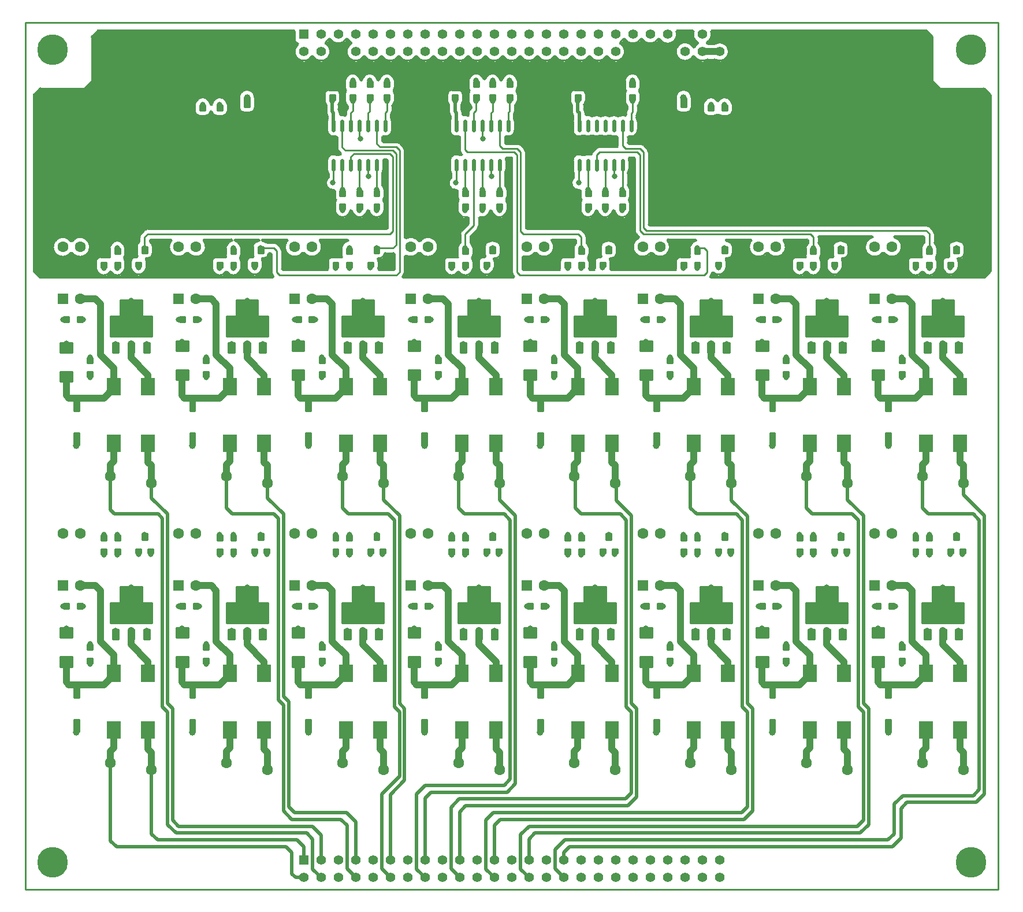
<source format=gbr>
*
*
G04 PADS Layout (Build Number 2005.266.2) generated Gerber (RS-274-X) file*
G04 PC Version=2.1*
*
%IN "cece_module_isoinput_10"*%
*
%MOMM*%
*
%FSLAX35Y35*%
*
*
*
*
G04 PC Standard Apertures*
*
*
G04 Thermal Relief Aperture macro.*
%AMTER*
1,1,$1,0,0*
1,0,$1-$2,0,0*
21,0,$3,$4,0,0,45*
21,0,$3,$4,0,0,135*
%
*
*
G04 Annular Aperture macro.*
%AMANN*
1,1,$1,0,0*
1,0,$2,0,0*
%
*
*
G04 Odd Aperture macro.*
%AMODD*
1,1,$1,0,0*
1,0,$1-0.005,0,0*
%
*
*
G04 PC Custom Aperture Macros*
*
*
*
*
*
*
G04 PC Aperture Table*
*
%ADD034R,1.4224X1.4224*%
%ADD035C,1.4224*%
%ADD058C,0.254*%
%ADD061C,1*%
%ADD062C,0.8*%
%ADD063C,0.5*%
%ADD098R,1.6X1.6*%
%ADD101R,2X2*%
%ADD103C,1.6*%
%ADD104C,0.6096*%
%ADD105C,4.5*%
%ADD106C,0.25*%
*
*
*
*
G04 PC Custom Flashes*
G04 Layer Name cece_module_isoinput_10 - flashes*
%LPD*%
*
*
G04 PC Circuitry*
G04 Layer Name cece_module_isoinput_10 - circuitry*
%LPD*%
*
G54D34*
G01X29482000Y13127000D03*
Y25227000D03*
G54D35*
Y12873000D03*
X29736000Y13127000D03*
Y12873000D03*
X29990000Y13127000D03*
Y12873000D03*
X30244000Y13127000D03*
Y12873000D03*
X30498000Y13127000D03*
Y12873000D03*
X30752000Y13127000D03*
Y12873000D03*
X31006000Y13127000D03*
Y12873000D03*
X31260000Y13127000D03*
Y12873000D03*
X31514000Y13127000D03*
Y12873000D03*
X31768000Y13127000D03*
Y12873000D03*
X32022000Y13127000D03*
Y12873000D03*
X32276000Y13127000D03*
Y12873000D03*
X32530000Y13127000D03*
Y12873000D03*
X32784000Y13127000D03*
Y12873000D03*
X33038000Y13127000D03*
Y12873000D03*
X33292000Y13127000D03*
Y12873000D03*
X33546000Y13127000D03*
Y12873000D03*
X33800000Y13127000D03*
Y12873000D03*
X34054000Y13127000D03*
Y12873000D03*
X34308000Y13127000D03*
Y12873000D03*
X34562000Y13127000D03*
Y12873000D03*
X34816000Y13127000D03*
Y12873000D03*
X35070000Y13127000D03*
Y12873000D03*
X35324000Y13127000D03*
Y12873000D03*
X35578000Y13127000D03*
Y12873000D03*
X29482000Y24973000D03*
X29736000Y25227000D03*
Y24973000D03*
X29990000Y25227000D03*
Y24973000D03*
X30244000Y25227000D03*
Y24973000D03*
X30498000Y25227000D03*
Y24973000D03*
X30752000Y25227000D03*
Y24973000D03*
X31006000Y25227000D03*
Y24973000D03*
X31260000Y25227000D03*
Y24973000D03*
X31514000Y25227000D03*
Y24973000D03*
X31768000Y25227000D03*
Y24973000D03*
X32022000Y25227000D03*
Y24973000D03*
X32276000Y25227000D03*
Y24973000D03*
X32530000Y25227000D03*
Y24973000D03*
X32784000Y25227000D03*
Y24973000D03*
X33038000Y25227000D03*
Y24973000D03*
X33292000Y25227000D03*
Y24973000D03*
X33546000Y25227000D03*
Y24973000D03*
X33800000Y25227000D03*
Y24973000D03*
X34054000Y25227000D03*
Y24973000D03*
X34308000Y25227000D03*
Y24973000D03*
X34562000Y25227000D03*
Y24973000D03*
X34816000Y25227000D03*
Y24973000D03*
X35070000Y25227000D03*
Y24973000D03*
X35324000Y25227000D03*
Y24973000D03*
X35578000Y25227000D03*
Y24973000D03*
G54D58*
X29862700Y24262700D02*
Y24337300D01*
X29937300*
Y24262700*
X29862700*
X29937300*
X29862700Y24288100D02*
X29937300D01*
X29862700Y24313500D02*
X29937300D01*
X29870400Y24262700D02*
Y24337300D01*
X29895800Y24262700D02*
Y24337300D01*
X29921200Y24262700D02*
Y24337300D01*
X29862700Y24537300D02*
Y24462700D01*
X29937300*
Y24537300*
X29862700*
Y24462700D02*
X29937300D01*
X29862700Y24488100D02*
X29937300D01*
X29862700Y24513500D02*
X29937300D01*
X29870400Y24462700D02*
Y24537300D01*
X29895800Y24462700D02*
Y24537300D01*
X29921200Y24462700D02*
Y24537300D01*
X31662700Y24262700D02*
Y24337300D01*
X31737300*
Y24262700*
X31662700*
X31737300*
X31662700Y24288100D02*
X31737300D01*
X31662700Y24313500D02*
X31737300D01*
X31673800Y24262700D02*
Y24337300D01*
X31699200Y24262700D02*
Y24337300D01*
X31724600Y24262700D02*
Y24337300D01*
X31662700Y24537300D02*
Y24462700D01*
X31737300*
Y24537300*
X31662700*
Y24462700D02*
X31737300D01*
X31662700Y24488100D02*
X31737300D01*
X31662700Y24513500D02*
X31737300D01*
X31673800Y24462700D02*
Y24537300D01*
X31699200Y24462700D02*
Y24537300D01*
X31724600Y24462700D02*
Y24537300D01*
X33462700Y24262700D02*
Y24337300D01*
X33537300*
Y24262700*
X33462700*
X33537300*
X33462700Y24288100D02*
X33537300D01*
X33462700Y24313500D02*
X33537300D01*
X33477200Y24262700D02*
Y24337300D01*
X33502600Y24262700D02*
Y24337300D01*
X33528000Y24262700D02*
Y24337300D01*
X33462700Y24537300D02*
Y24462700D01*
X33537300*
Y24537300*
X33462700*
Y24462700D02*
X33537300D01*
X33462700Y24488100D02*
X33537300D01*
X33462700Y24513500D02*
X33537300D01*
X33477200Y24462700D02*
Y24537300D01*
X33502600Y24462700D02*
Y24537300D01*
X33528000Y24462700D02*
Y24537300D01*
X35687300Y23912700D02*
Y23987300D01*
X35612700*
Y23912700*
X35687300*
X35612700D02*
X35687300D01*
X35612700Y23938100D02*
X35687300D01*
X35612700Y23963500D02*
X35687300D01*
X35636200Y23912700D02*
Y23987300D01*
X35661600Y23912700D02*
Y23987300D01*
X35687000Y23912700D02*
Y23987300D01*
X35687300Y24187300D02*
Y24112700D01*
X35612700*
Y24187300*
X35687300*
X35612700Y24112700D02*
X35687300D01*
X35612700Y24138100D02*
X35687300D01*
X35612700Y24163500D02*
X35687300D01*
X35636200Y24112700D02*
Y24187300D01*
X35661600Y24112700D02*
Y24187300D01*
X35687000Y24112700D02*
Y24187300D01*
X35487300Y23912700D02*
Y23987300D01*
X35412700*
Y23912700*
X35487300*
X35412700D02*
X35487300D01*
X35412700Y23938100D02*
X35487300D01*
X35412700Y23963500D02*
X35487300D01*
X35433000Y23912700D02*
Y23987300D01*
X35458400Y23912700D02*
Y23987300D01*
X35483800Y23912700D02*
Y23987300D01*
X35487300Y24187300D02*
Y24112700D01*
X35412700*
Y24187300*
X35487300*
X35412700Y24112700D02*
X35487300D01*
X35412700Y24138100D02*
X35487300D01*
X35412700Y24163500D02*
X35487300D01*
X35433000Y24112700D02*
Y24187300D01*
X35458400Y24112700D02*
Y24187300D01*
X35483800Y24112700D02*
Y24187300D01*
X28287300Y23912700D02*
Y23987300D01*
X28212700*
Y23912700*
X28287300*
X28212700D02*
X28287300D01*
X28212700Y23938100D02*
X28287300D01*
X28212700Y23963500D02*
X28287300D01*
X28219400Y23912700D02*
Y23987300D01*
X28244800Y23912700D02*
Y23987300D01*
X28270200Y23912700D02*
Y23987300D01*
X28287300Y24187300D02*
Y24112700D01*
X28212700*
Y24187300*
X28287300*
X28212700Y24112700D02*
X28287300D01*
X28212700Y24138100D02*
X28287300D01*
X28212700Y24163500D02*
X28287300D01*
X28219400Y24112700D02*
Y24187300D01*
X28244800Y24112700D02*
Y24187300D01*
X28270200Y24112700D02*
Y24187300D01*
X28037300Y23912700D02*
Y23987300D01*
X27962700*
Y23912700*
X28037300*
X27962700D02*
X28037300D01*
X27962700Y23938100D02*
X28037300D01*
X27962700Y23963500D02*
X28037300D01*
X27965400Y23912700D02*
Y23987300D01*
X27990800Y23912700D02*
Y23987300D01*
X28016200Y23912700D02*
Y23987300D01*
X28037300Y24187300D02*
Y24112700D01*
X27962700*
Y24187300*
X28037300*
X27962700Y24112700D02*
X28037300D01*
X27962700Y24138100D02*
X28037300D01*
X27962700Y24163500D02*
X28037300D01*
X27965400Y24112700D02*
Y24187300D01*
X27990800Y24112700D02*
Y24187300D01*
X28016200Y24112700D02*
Y24187300D01*
X29487300Y15962700D02*
Y16112300D01*
X29312700*
Y15962700*
X29487300*
X29312700D02*
X29487300D01*
X29312700Y15988100D02*
X29487300D01*
X29312700Y16013500D02*
X29487300D01*
X29312700Y16038900D02*
X29487300D01*
X29312700Y16064300D02*
X29487300D01*
X29312700Y16089700D02*
X29487300D01*
X29337000Y15962700D02*
Y16112300D01*
X29362400Y15962700D02*
Y16112300D01*
X29387800Y15962700D02*
Y16112300D01*
X29413200Y15962700D02*
Y16112300D01*
X29438600Y15962700D02*
Y16112300D01*
X29464000Y15962700D02*
Y16112300D01*
X29487300Y16537300D02*
Y16387700D01*
X29312700*
Y16537300*
X29487300*
X29312700Y16387700D02*
X29487300D01*
X29312700Y16413100D02*
X29487300D01*
X29312700Y16438500D02*
X29487300D01*
X29312700Y16463900D02*
X29487300D01*
X29312700Y16489300D02*
X29487300D01*
X29312700Y16514700D02*
X29487300D01*
X29337000Y16387700D02*
Y16537300D01*
X29362400Y16387700D02*
Y16537300D01*
X29387800Y16387700D02*
Y16537300D01*
X29413200Y16387700D02*
Y16537300D01*
X29438600Y16387700D02*
Y16537300D01*
X29464000Y16387700D02*
Y16537300D01*
X29487300Y20162700D02*
Y20312300D01*
X29312700*
Y20162700*
X29487300*
X29312700D02*
X29487300D01*
X29312700Y20188100D02*
X29487300D01*
X29312700Y20213500D02*
X29487300D01*
X29312700Y20238900D02*
X29487300D01*
X29312700Y20264300D02*
X29487300D01*
X29312700Y20289700D02*
X29487300D01*
X29337000Y20162700D02*
Y20312300D01*
X29362400Y20162700D02*
Y20312300D01*
X29387800Y20162700D02*
Y20312300D01*
X29413200Y20162700D02*
Y20312300D01*
X29438600Y20162700D02*
Y20312300D01*
X29464000Y20162700D02*
Y20312300D01*
X29487300Y20737300D02*
Y20587700D01*
X29312700*
Y20737300*
X29487300*
X29312700Y20587700D02*
X29487300D01*
X29312700Y20613100D02*
X29487300D01*
X29312700Y20638500D02*
X29487300D01*
X29312700Y20663900D02*
X29487300D01*
X29312700Y20689300D02*
X29487300D01*
X29312700Y20714700D02*
X29487300D01*
X29337000Y20587700D02*
Y20737300D01*
X29362400Y20587700D02*
Y20737300D01*
X29387800Y20587700D02*
Y20737300D01*
X29413200Y20587700D02*
Y20737300D01*
X29438600Y20587700D02*
Y20737300D01*
X29464000Y20587700D02*
Y20737300D01*
X31187300Y15962700D02*
Y16112300D01*
X31012700*
Y15962700*
X31187300*
X31012700D02*
X31187300D01*
X31012700Y15988100D02*
X31187300D01*
X31012700Y16013500D02*
X31187300D01*
X31012700Y16038900D02*
X31187300D01*
X31012700Y16064300D02*
X31187300D01*
X31012700Y16089700D02*
X31187300D01*
X31013400Y15962700D02*
Y16112300D01*
X31038800Y15962700D02*
Y16112300D01*
X31064200Y15962700D02*
Y16112300D01*
X31089600Y15962700D02*
Y16112300D01*
X31115000Y15962700D02*
Y16112300D01*
X31140400Y15962700D02*
Y16112300D01*
X31165800Y15962700D02*
Y16112300D01*
X31187300Y16537300D02*
Y16387700D01*
X31012700*
Y16537300*
X31187300*
X31012700Y16387700D02*
X31187300D01*
X31012700Y16413100D02*
X31187300D01*
X31012700Y16438500D02*
X31187300D01*
X31012700Y16463900D02*
X31187300D01*
X31012700Y16489300D02*
X31187300D01*
X31012700Y16514700D02*
X31187300D01*
X31013400Y16387700D02*
Y16537300D01*
X31038800Y16387700D02*
Y16537300D01*
X31064200Y16387700D02*
Y16537300D01*
X31089600Y16387700D02*
Y16537300D01*
X31115000Y16387700D02*
Y16537300D01*
X31140400Y16387700D02*
Y16537300D01*
X31165800Y16387700D02*
Y16537300D01*
X31187300Y20162700D02*
Y20312300D01*
X31012700*
Y20162700*
X31187300*
X31012700D02*
X31187300D01*
X31012700Y20188100D02*
X31187300D01*
X31012700Y20213500D02*
X31187300D01*
X31012700Y20238900D02*
X31187300D01*
X31012700Y20264300D02*
X31187300D01*
X31012700Y20289700D02*
X31187300D01*
X31013400Y20162700D02*
Y20312300D01*
X31038800Y20162700D02*
Y20312300D01*
X31064200Y20162700D02*
Y20312300D01*
X31089600Y20162700D02*
Y20312300D01*
X31115000Y20162700D02*
Y20312300D01*
X31140400Y20162700D02*
Y20312300D01*
X31165800Y20162700D02*
Y20312300D01*
X31187300Y20737300D02*
Y20587700D01*
X31012700*
Y20737300*
X31187300*
X31012700Y20587700D02*
X31187300D01*
X31012700Y20613100D02*
X31187300D01*
X31012700Y20638500D02*
X31187300D01*
X31012700Y20663900D02*
X31187300D01*
X31012700Y20689300D02*
X31187300D01*
X31012700Y20714700D02*
X31187300D01*
X31013400Y20587700D02*
Y20737300D01*
X31038800Y20587700D02*
Y20737300D01*
X31064200Y20587700D02*
Y20737300D01*
X31089600Y20587700D02*
Y20737300D01*
X31115000Y20587700D02*
Y20737300D01*
X31140400Y20587700D02*
Y20737300D01*
X31165800Y20587700D02*
Y20737300D01*
X32887300Y15962700D02*
Y16112300D01*
X32712700*
Y15962700*
X32887300*
X32712700D02*
X32887300D01*
X32712700Y15988100D02*
X32887300D01*
X32712700Y16013500D02*
X32887300D01*
X32712700Y16038900D02*
X32887300D01*
X32712700Y16064300D02*
X32887300D01*
X32712700Y16089700D02*
X32887300D01*
X32715200Y15962700D02*
Y16112300D01*
X32740600Y15962700D02*
Y16112300D01*
X32766000Y15962700D02*
Y16112300D01*
X32791400Y15962700D02*
Y16112300D01*
X32816800Y15962700D02*
Y16112300D01*
X32842200Y15962700D02*
Y16112300D01*
X32867600Y15962700D02*
Y16112300D01*
X32887300Y16537300D02*
Y16387700D01*
X32712700*
Y16537300*
X32887300*
X32712700Y16387700D02*
X32887300D01*
X32712700Y16413100D02*
X32887300D01*
X32712700Y16438500D02*
X32887300D01*
X32712700Y16463900D02*
X32887300D01*
X32712700Y16489300D02*
X32887300D01*
X32712700Y16514700D02*
X32887300D01*
X32715200Y16387700D02*
Y16537300D01*
X32740600Y16387700D02*
Y16537300D01*
X32766000Y16387700D02*
Y16537300D01*
X32791400Y16387700D02*
Y16537300D01*
X32816800Y16387700D02*
Y16537300D01*
X32842200Y16387700D02*
Y16537300D01*
X32867600Y16387700D02*
Y16537300D01*
X32887300Y20162700D02*
Y20312300D01*
X32712700*
Y20162700*
X32887300*
X32712700D02*
X32887300D01*
X32712700Y20188100D02*
X32887300D01*
X32712700Y20213500D02*
X32887300D01*
X32712700Y20238900D02*
X32887300D01*
X32712700Y20264300D02*
X32887300D01*
X32712700Y20289700D02*
X32887300D01*
X32715200Y20162700D02*
Y20312300D01*
X32740600Y20162700D02*
Y20312300D01*
X32766000Y20162700D02*
Y20312300D01*
X32791400Y20162700D02*
Y20312300D01*
X32816800Y20162700D02*
Y20312300D01*
X32842200Y20162700D02*
Y20312300D01*
X32867600Y20162700D02*
Y20312300D01*
X32887300Y20737300D02*
Y20587700D01*
X32712700*
Y20737300*
X32887300*
X32712700Y20587700D02*
X32887300D01*
X32712700Y20613100D02*
X32887300D01*
X32712700Y20638500D02*
X32887300D01*
X32712700Y20663900D02*
X32887300D01*
X32712700Y20689300D02*
X32887300D01*
X32712700Y20714700D02*
X32887300D01*
X32715200Y20587700D02*
Y20737300D01*
X32740600Y20587700D02*
Y20737300D01*
X32766000Y20587700D02*
Y20737300D01*
X32791400Y20587700D02*
Y20737300D01*
X32816800Y20587700D02*
Y20737300D01*
X32842200Y20587700D02*
Y20737300D01*
X32867600Y20587700D02*
Y20737300D01*
X34587300Y15962700D02*
Y16112300D01*
X34412700*
Y15962700*
X34587300*
X34412700D02*
X34587300D01*
X34412700Y15988100D02*
X34587300D01*
X34412700Y16013500D02*
X34587300D01*
X34412700Y16038900D02*
X34587300D01*
X34412700Y16064300D02*
X34587300D01*
X34412700Y16089700D02*
X34587300D01*
X34417000Y15962700D02*
Y16112300D01*
X34442400Y15962700D02*
Y16112300D01*
X34467800Y15962700D02*
Y16112300D01*
X34493200Y15962700D02*
Y16112300D01*
X34518600Y15962700D02*
Y16112300D01*
X34544000Y15962700D02*
Y16112300D01*
X34569400Y15962700D02*
Y16112300D01*
X34587300Y16537300D02*
Y16387700D01*
X34412700*
Y16537300*
X34587300*
X34412700Y16387700D02*
X34587300D01*
X34412700Y16413100D02*
X34587300D01*
X34412700Y16438500D02*
X34587300D01*
X34412700Y16463900D02*
X34587300D01*
X34412700Y16489300D02*
X34587300D01*
X34412700Y16514700D02*
X34587300D01*
X34417000Y16387700D02*
Y16537300D01*
X34442400Y16387700D02*
Y16537300D01*
X34467800Y16387700D02*
Y16537300D01*
X34493200Y16387700D02*
Y16537300D01*
X34518600Y16387700D02*
Y16537300D01*
X34544000Y16387700D02*
Y16537300D01*
X34569400Y16387700D02*
Y16537300D01*
X34587300Y20162700D02*
Y20312300D01*
X34412700*
Y20162700*
X34587300*
X34412700D02*
X34587300D01*
X34412700Y20188100D02*
X34587300D01*
X34412700Y20213500D02*
X34587300D01*
X34412700Y20238900D02*
X34587300D01*
X34412700Y20264300D02*
X34587300D01*
X34412700Y20289700D02*
X34587300D01*
X34417000Y20162700D02*
Y20312300D01*
X34442400Y20162700D02*
Y20312300D01*
X34467800Y20162700D02*
Y20312300D01*
X34493200Y20162700D02*
Y20312300D01*
X34518600Y20162700D02*
Y20312300D01*
X34544000Y20162700D02*
Y20312300D01*
X34569400Y20162700D02*
Y20312300D01*
X34587300Y20737300D02*
Y20587700D01*
X34412700*
Y20737300*
X34587300*
X34412700Y20587700D02*
X34587300D01*
X34412700Y20613100D02*
X34587300D01*
X34412700Y20638500D02*
X34587300D01*
X34412700Y20663900D02*
X34587300D01*
X34412700Y20689300D02*
X34587300D01*
X34412700Y20714700D02*
X34587300D01*
X34417000Y20587700D02*
Y20737300D01*
X34442400Y20587700D02*
Y20737300D01*
X34467800Y20587700D02*
Y20737300D01*
X34493200Y20587700D02*
Y20737300D01*
X34518600Y20587700D02*
Y20737300D01*
X34544000Y20587700D02*
Y20737300D01*
X34569400Y20587700D02*
Y20737300D01*
X36287300Y15962700D02*
Y16112300D01*
X36112700*
Y15962700*
X36287300*
X36112700D02*
X36287300D01*
X36112700Y15988100D02*
X36287300D01*
X36112700Y16013500D02*
X36287300D01*
X36112700Y16038900D02*
X36287300D01*
X36112700Y16064300D02*
X36287300D01*
X36112700Y16089700D02*
X36287300D01*
X36118800Y15962700D02*
Y16112300D01*
X36144200Y15962700D02*
Y16112300D01*
X36169600Y15962700D02*
Y16112300D01*
X36195000Y15962700D02*
Y16112300D01*
X36220400Y15962700D02*
Y16112300D01*
X36245800Y15962700D02*
Y16112300D01*
X36271200Y15962700D02*
Y16112300D01*
X36287300Y16537300D02*
Y16387700D01*
X36112700*
Y16537300*
X36287300*
X36112700Y16387700D02*
X36287300D01*
X36112700Y16413100D02*
X36287300D01*
X36112700Y16438500D02*
X36287300D01*
X36112700Y16463900D02*
X36287300D01*
X36112700Y16489300D02*
X36287300D01*
X36112700Y16514700D02*
X36287300D01*
X36118800Y16387700D02*
Y16537300D01*
X36144200Y16387700D02*
Y16537300D01*
X36169600Y16387700D02*
Y16537300D01*
X36195000Y16387700D02*
Y16537300D01*
X36220400Y16387700D02*
Y16537300D01*
X36245800Y16387700D02*
Y16537300D01*
X36271200Y16387700D02*
Y16537300D01*
X36287300Y20162700D02*
Y20312300D01*
X36112700*
Y20162700*
X36287300*
X36112700D02*
X36287300D01*
X36112700Y20188100D02*
X36287300D01*
X36112700Y20213500D02*
X36287300D01*
X36112700Y20238900D02*
X36287300D01*
X36112700Y20264300D02*
X36287300D01*
X36112700Y20289700D02*
X36287300D01*
X36118800Y20162700D02*
Y20312300D01*
X36144200Y20162700D02*
Y20312300D01*
X36169600Y20162700D02*
Y20312300D01*
X36195000Y20162700D02*
Y20312300D01*
X36220400Y20162700D02*
Y20312300D01*
X36245800Y20162700D02*
Y20312300D01*
X36271200Y20162700D02*
Y20312300D01*
X36287300Y20737300D02*
Y20587700D01*
X36112700*
Y20737300*
X36287300*
X36112700Y20587700D02*
X36287300D01*
X36112700Y20613100D02*
X36287300D01*
X36112700Y20638500D02*
X36287300D01*
X36112700Y20663900D02*
X36287300D01*
X36112700Y20689300D02*
X36287300D01*
X36112700Y20714700D02*
X36287300D01*
X36118800Y20587700D02*
Y20737300D01*
X36144200Y20587700D02*
Y20737300D01*
X36169600Y20587700D02*
Y20737300D01*
X36195000Y20587700D02*
Y20737300D01*
X36220400Y20587700D02*
Y20737300D01*
X36245800Y20587700D02*
Y20737300D01*
X36271200Y20587700D02*
Y20737300D01*
X26087300Y15962700D02*
Y16112300D01*
X25912700*
Y15962700*
X26087300*
X25912700D02*
X26087300D01*
X25912700Y15988100D02*
X26087300D01*
X25912700Y16013500D02*
X26087300D01*
X25912700Y16038900D02*
X26087300D01*
X25912700Y16064300D02*
X26087300D01*
X25912700Y16089700D02*
X26087300D01*
X25933400Y15962700D02*
Y16112300D01*
X25958800Y15962700D02*
Y16112300D01*
X25984200Y15962700D02*
Y16112300D01*
X26009600Y15962700D02*
Y16112300D01*
X26035000Y15962700D02*
Y16112300D01*
X26060400Y15962700D02*
Y16112300D01*
X26085800Y15962700D02*
Y16112300D01*
X26087300Y16537300D02*
Y16387700D01*
X25912700*
Y16537300*
X26087300*
X25912700Y16387700D02*
X26087300D01*
X25912700Y16413100D02*
X26087300D01*
X25912700Y16438500D02*
X26087300D01*
X25912700Y16463900D02*
X26087300D01*
X25912700Y16489300D02*
X26087300D01*
X25912700Y16514700D02*
X26087300D01*
X25933400Y16387700D02*
Y16537300D01*
X25958800Y16387700D02*
Y16537300D01*
X25984200Y16387700D02*
Y16537300D01*
X26009600Y16387700D02*
Y16537300D01*
X26035000Y16387700D02*
Y16537300D01*
X26060400Y16387700D02*
Y16537300D01*
X26085800Y16387700D02*
Y16537300D01*
X37987300Y15962700D02*
Y16112300D01*
X37812700*
Y15962700*
X37987300*
X37812700D02*
X37987300D01*
X37812700Y15988100D02*
X37987300D01*
X37812700Y16013500D02*
X37987300D01*
X37812700Y16038900D02*
X37987300D01*
X37812700Y16064300D02*
X37987300D01*
X37812700Y16089700D02*
X37987300D01*
X37820600Y15962700D02*
Y16112300D01*
X37846000Y15962700D02*
Y16112300D01*
X37871400Y15962700D02*
Y16112300D01*
X37896800Y15962700D02*
Y16112300D01*
X37922200Y15962700D02*
Y16112300D01*
X37947600Y15962700D02*
Y16112300D01*
X37973000Y15962700D02*
Y16112300D01*
X37987300Y16537300D02*
Y16387700D01*
X37812700*
Y16537300*
X37987300*
X37812700Y16387700D02*
X37987300D01*
X37812700Y16413100D02*
X37987300D01*
X37812700Y16438500D02*
X37987300D01*
X37812700Y16463900D02*
X37987300D01*
X37812700Y16489300D02*
X37987300D01*
X37812700Y16514700D02*
X37987300D01*
X37820600Y16387700D02*
Y16537300D01*
X37846000Y16387700D02*
Y16537300D01*
X37871400Y16387700D02*
Y16537300D01*
X37896800Y16387700D02*
Y16537300D01*
X37922200Y16387700D02*
Y16537300D01*
X37947600Y16387700D02*
Y16537300D01*
X37973000Y16387700D02*
Y16537300D01*
X37987300Y20162700D02*
Y20312300D01*
X37812700*
Y20162700*
X37987300*
X37812700D02*
X37987300D01*
X37812700Y20188100D02*
X37987300D01*
X37812700Y20213500D02*
X37987300D01*
X37812700Y20238900D02*
X37987300D01*
X37812700Y20264300D02*
X37987300D01*
X37812700Y20289700D02*
X37987300D01*
X37820600Y20162700D02*
Y20312300D01*
X37846000Y20162700D02*
Y20312300D01*
X37871400Y20162700D02*
Y20312300D01*
X37896800Y20162700D02*
Y20312300D01*
X37922200Y20162700D02*
Y20312300D01*
X37947600Y20162700D02*
Y20312300D01*
X37973000Y20162700D02*
Y20312300D01*
X37987300Y20737300D02*
Y20587700D01*
X37812700*
Y20737300*
X37987300*
X37812700Y20587700D02*
X37987300D01*
X37812700Y20613100D02*
X37987300D01*
X37812700Y20638500D02*
X37987300D01*
X37812700Y20663900D02*
X37987300D01*
X37812700Y20689300D02*
X37987300D01*
X37812700Y20714700D02*
X37987300D01*
X37820600Y20587700D02*
Y20737300D01*
X37846000Y20587700D02*
Y20737300D01*
X37871400Y20587700D02*
Y20737300D01*
X37896800Y20587700D02*
Y20737300D01*
X37922200Y20587700D02*
Y20737300D01*
X37947600Y20587700D02*
Y20737300D01*
X37973000Y20587700D02*
Y20737300D01*
X26087300Y20137700D02*
Y20287300D01*
X25912700*
Y20137700*
X26087300*
X25912700D02*
X26087300D01*
X25912700Y20163100D02*
X26087300D01*
X25912700Y20188500D02*
X26087300D01*
X25912700Y20213900D02*
X26087300D01*
X25912700Y20239300D02*
X26087300D01*
X25912700Y20264700D02*
X26087300D01*
X25933400Y20137700D02*
Y20287300D01*
X25958800Y20137700D02*
Y20287300D01*
X25984200Y20137700D02*
Y20287300D01*
X26009600Y20137700D02*
Y20287300D01*
X26035000Y20137700D02*
Y20287300D01*
X26060400Y20137700D02*
Y20287300D01*
X26085800Y20137700D02*
Y20287300D01*
X26087300Y20712300D02*
Y20562700D01*
X25912700*
Y20712300*
X26087300*
X25912700Y20562700D02*
X26087300D01*
X25912700Y20588100D02*
X26087300D01*
X25912700Y20613500D02*
X26087300D01*
X25912700Y20638900D02*
X26087300D01*
X25912700Y20664300D02*
X26087300D01*
X25912700Y20689700D02*
X26087300D01*
X25933400Y20562700D02*
Y20712300D01*
X25958800Y20562700D02*
Y20712300D01*
X25984200Y20562700D02*
Y20712300D01*
X26009600Y20562700D02*
Y20712300D01*
X26035000Y20562700D02*
Y20712300D01*
X26060400Y20562700D02*
Y20712300D01*
X26085800Y20562700D02*
Y20712300D01*
X27787300Y15962700D02*
Y16112300D01*
X27612700*
Y15962700*
X27787300*
X27612700D02*
X27787300D01*
X27612700Y15988100D02*
X27787300D01*
X27612700Y16013500D02*
X27787300D01*
X27612700Y16038900D02*
X27787300D01*
X27612700Y16064300D02*
X27787300D01*
X27612700Y16089700D02*
X27787300D01*
X27635200Y15962700D02*
Y16112300D01*
X27660600Y15962700D02*
Y16112300D01*
X27686000Y15962700D02*
Y16112300D01*
X27711400Y15962700D02*
Y16112300D01*
X27736800Y15962700D02*
Y16112300D01*
X27762200Y15962700D02*
Y16112300D01*
X27787300Y16537300D02*
Y16387700D01*
X27612700*
Y16537300*
X27787300*
X27612700Y16387700D02*
X27787300D01*
X27612700Y16413100D02*
X27787300D01*
X27612700Y16438500D02*
X27787300D01*
X27612700Y16463900D02*
X27787300D01*
X27612700Y16489300D02*
X27787300D01*
X27612700Y16514700D02*
X27787300D01*
X27635200Y16387700D02*
Y16537300D01*
X27660600Y16387700D02*
Y16537300D01*
X27686000Y16387700D02*
Y16537300D01*
X27711400Y16387700D02*
Y16537300D01*
X27736800Y16387700D02*
Y16537300D01*
X27762200Y16387700D02*
Y16537300D01*
X27787300Y20162700D02*
Y20312300D01*
X27612700*
Y20162700*
X27787300*
X27612700D02*
X27787300D01*
X27612700Y20188100D02*
X27787300D01*
X27612700Y20213500D02*
X27787300D01*
X27612700Y20238900D02*
X27787300D01*
X27612700Y20264300D02*
X27787300D01*
X27612700Y20289700D02*
X27787300D01*
X27635200Y20162700D02*
Y20312300D01*
X27660600Y20162700D02*
Y20312300D01*
X27686000Y20162700D02*
Y20312300D01*
X27711400Y20162700D02*
Y20312300D01*
X27736800Y20162700D02*
Y20312300D01*
X27762200Y20162700D02*
Y20312300D01*
X27787300Y20737300D02*
Y20587700D01*
X27612700*
Y20737300*
X27787300*
X27612700Y20587700D02*
X27787300D01*
X27612700Y20613100D02*
X27787300D01*
X27612700Y20638500D02*
X27787300D01*
X27612700Y20663900D02*
X27787300D01*
X27612700Y20689300D02*
X27787300D01*
X27612700Y20714700D02*
X27787300D01*
X27635200Y20587700D02*
Y20737300D01*
X27660600Y20587700D02*
Y20737300D01*
X27686000Y20587700D02*
Y20737300D01*
X27711400Y20587700D02*
Y20737300D01*
X27736800Y20587700D02*
Y20737300D01*
X27762200Y20587700D02*
Y20737300D01*
X26187300Y15012700D02*
Y15187300D01*
X26112700*
Y15012700*
X26187300*
X26112700D02*
X26187300D01*
X26112700Y15038100D02*
X26187300D01*
X26112700Y15063500D02*
X26187300D01*
X26112700Y15088900D02*
X26187300D01*
X26112700Y15114300D02*
X26187300D01*
X26112700Y15139700D02*
X26187300D01*
X26112700Y15165100D02*
X26187300D01*
X26136600Y15012700D02*
Y15187300D01*
X26162000Y15012700D02*
Y15187300D01*
X26187300Y15687300D02*
Y15512700D01*
X26112700*
Y15687300*
X26187300*
X26112700Y15512700D02*
X26187300D01*
X26112700Y15538100D02*
X26187300D01*
X26112700Y15563500D02*
X26187300D01*
X26112700Y15588900D02*
X26187300D01*
X26112700Y15614300D02*
X26187300D01*
X26112700Y15639700D02*
X26187300D01*
X26112700Y15665100D02*
X26187300D01*
X26136600Y15512700D02*
Y15687300D01*
X26162000Y15512700D02*
Y15687300D01*
X32987300Y19212700D02*
Y19387300D01*
X32912700*
Y19212700*
X32987300*
X32912700D02*
X32987300D01*
X32912700Y19238100D02*
X32987300D01*
X32912700Y19263500D02*
X32987300D01*
X32912700Y19288900D02*
X32987300D01*
X32912700Y19314300D02*
X32987300D01*
X32912700Y19339700D02*
X32987300D01*
X32912700Y19365100D02*
X32987300D01*
X32918400Y19212700D02*
Y19387300D01*
X32943800Y19212700D02*
Y19387300D01*
X32969200Y19212700D02*
Y19387300D01*
X32987300Y19887300D02*
Y19712700D01*
X32912700*
Y19887300*
X32987300*
X32912700Y19712700D02*
X32987300D01*
X32912700Y19738100D02*
X32987300D01*
X32912700Y19763500D02*
X32987300D01*
X32912700Y19788900D02*
X32987300D01*
X32912700Y19814300D02*
X32987300D01*
X32912700Y19839700D02*
X32987300D01*
X32912700Y19865100D02*
X32987300D01*
X32918400Y19712700D02*
Y19887300D01*
X32943800Y19712700D02*
Y19887300D01*
X32969200Y19712700D02*
Y19887300D01*
X34687300Y15012700D02*
Y15187300D01*
X34612700*
Y15012700*
X34687300*
X34612700D02*
X34687300D01*
X34612700Y15038100D02*
X34687300D01*
X34612700Y15063500D02*
X34687300D01*
X34612700Y15088900D02*
X34687300D01*
X34612700Y15114300D02*
X34687300D01*
X34612700Y15139700D02*
X34687300D01*
X34612700Y15165100D02*
X34687300D01*
X34620200Y15012700D02*
Y15187300D01*
X34645600Y15012700D02*
Y15187300D01*
X34671000Y15012700D02*
Y15187300D01*
X34687300Y15687300D02*
Y15512700D01*
X34612700*
Y15687300*
X34687300*
X34612700Y15512700D02*
X34687300D01*
X34612700Y15538100D02*
X34687300D01*
X34612700Y15563500D02*
X34687300D01*
X34612700Y15588900D02*
X34687300D01*
X34612700Y15614300D02*
X34687300D01*
X34612700Y15639700D02*
X34687300D01*
X34612700Y15665100D02*
X34687300D01*
X34620200Y15512700D02*
Y15687300D01*
X34645600Y15512700D02*
Y15687300D01*
X34671000Y15512700D02*
Y15687300D01*
X34687300Y19212700D02*
Y19387300D01*
X34612700*
Y19212700*
X34687300*
X34612700D02*
X34687300D01*
X34612700Y19238100D02*
X34687300D01*
X34612700Y19263500D02*
X34687300D01*
X34612700Y19288900D02*
X34687300D01*
X34612700Y19314300D02*
X34687300D01*
X34612700Y19339700D02*
X34687300D01*
X34612700Y19365100D02*
X34687300D01*
X34620200Y19212700D02*
Y19387300D01*
X34645600Y19212700D02*
Y19387300D01*
X34671000Y19212700D02*
Y19387300D01*
X34687300Y19887300D02*
Y19712700D01*
X34612700*
Y19887300*
X34687300*
X34612700Y19712700D02*
X34687300D01*
X34612700Y19738100D02*
X34687300D01*
X34612700Y19763500D02*
X34687300D01*
X34612700Y19788900D02*
X34687300D01*
X34612700Y19814300D02*
X34687300D01*
X34612700Y19839700D02*
X34687300D01*
X34612700Y19865100D02*
X34687300D01*
X34620200Y19712700D02*
Y19887300D01*
X34645600Y19712700D02*
Y19887300D01*
X34671000Y19712700D02*
Y19887300D01*
X36387300Y15012700D02*
Y15187300D01*
X36312700*
Y15012700*
X36387300*
X36312700D02*
X36387300D01*
X36312700Y15038100D02*
X36387300D01*
X36312700Y15063500D02*
X36387300D01*
X36312700Y15088900D02*
X36387300D01*
X36312700Y15114300D02*
X36387300D01*
X36312700Y15139700D02*
X36387300D01*
X36312700Y15165100D02*
X36387300D01*
X36322000Y15012700D02*
Y15187300D01*
X36347400Y15012700D02*
Y15187300D01*
X36372800Y15012700D02*
Y15187300D01*
X36387300Y15687300D02*
Y15512700D01*
X36312700*
Y15687300*
X36387300*
X36312700Y15512700D02*
X36387300D01*
X36312700Y15538100D02*
X36387300D01*
X36312700Y15563500D02*
X36387300D01*
X36312700Y15588900D02*
X36387300D01*
X36312700Y15614300D02*
X36387300D01*
X36312700Y15639700D02*
X36387300D01*
X36312700Y15665100D02*
X36387300D01*
X36322000Y15512700D02*
Y15687300D01*
X36347400Y15512700D02*
Y15687300D01*
X36372800Y15512700D02*
Y15687300D01*
X36387300Y19212700D02*
Y19387300D01*
X36312700*
Y19212700*
X36387300*
X36312700D02*
X36387300D01*
X36312700Y19238100D02*
X36387300D01*
X36312700Y19263500D02*
X36387300D01*
X36312700Y19288900D02*
X36387300D01*
X36312700Y19314300D02*
X36387300D01*
X36312700Y19339700D02*
X36387300D01*
X36312700Y19365100D02*
X36387300D01*
X36322000Y19212700D02*
Y19387300D01*
X36347400Y19212700D02*
Y19387300D01*
X36372800Y19212700D02*
Y19387300D01*
X36387300Y19887300D02*
Y19712700D01*
X36312700*
Y19887300*
X36387300*
X36312700Y19712700D02*
X36387300D01*
X36312700Y19738100D02*
X36387300D01*
X36312700Y19763500D02*
X36387300D01*
X36312700Y19788900D02*
X36387300D01*
X36312700Y19814300D02*
X36387300D01*
X36312700Y19839700D02*
X36387300D01*
X36312700Y19865100D02*
X36387300D01*
X36322000Y19712700D02*
Y19887300D01*
X36347400Y19712700D02*
Y19887300D01*
X36372800Y19712700D02*
Y19887300D01*
X38087300Y15012700D02*
Y15187300D01*
X38012700*
Y15012700*
X38087300*
X38012700D02*
X38087300D01*
X38012700Y15038100D02*
X38087300D01*
X38012700Y15063500D02*
X38087300D01*
X38012700Y15088900D02*
X38087300D01*
X38012700Y15114300D02*
X38087300D01*
X38012700Y15139700D02*
X38087300D01*
X38012700Y15165100D02*
X38087300D01*
X38023800Y15012700D02*
Y15187300D01*
X38049200Y15012700D02*
Y15187300D01*
X38074600Y15012700D02*
Y15187300D01*
X38087300Y15687300D02*
Y15512700D01*
X38012700*
Y15687300*
X38087300*
X38012700Y15512700D02*
X38087300D01*
X38012700Y15538100D02*
X38087300D01*
X38012700Y15563500D02*
X38087300D01*
X38012700Y15588900D02*
X38087300D01*
X38012700Y15614300D02*
X38087300D01*
X38012700Y15639700D02*
X38087300D01*
X38012700Y15665100D02*
X38087300D01*
X38023800Y15512700D02*
Y15687300D01*
X38049200Y15512700D02*
Y15687300D01*
X38074600Y15512700D02*
Y15687300D01*
X38087300Y19212700D02*
Y19387300D01*
X38012700*
Y19212700*
X38087300*
X38012700D02*
X38087300D01*
X38012700Y19238100D02*
X38087300D01*
X38012700Y19263500D02*
X38087300D01*
X38012700Y19288900D02*
X38087300D01*
X38012700Y19314300D02*
X38087300D01*
X38012700Y19339700D02*
X38087300D01*
X38012700Y19365100D02*
X38087300D01*
X38023800Y19212700D02*
Y19387300D01*
X38049200Y19212700D02*
Y19387300D01*
X38074600Y19212700D02*
Y19387300D01*
X38087300Y19887300D02*
Y19712700D01*
X38012700*
Y19887300*
X38087300*
X38012700Y19712700D02*
X38087300D01*
X38012700Y19738100D02*
X38087300D01*
X38012700Y19763500D02*
X38087300D01*
X38012700Y19788900D02*
X38087300D01*
X38012700Y19814300D02*
X38087300D01*
X38012700Y19839700D02*
X38087300D01*
X38012700Y19865100D02*
X38087300D01*
X38023800Y19712700D02*
Y19887300D01*
X38049200Y19712700D02*
Y19887300D01*
X38074600Y19712700D02*
Y19887300D01*
X28612700Y23812700D02*
Y23937300D01*
X28687300*
Y23812700*
X28612700*
X28687300*
X28612700Y23838100D02*
X28687300D01*
X28612700Y23863500D02*
X28687300D01*
X28612700Y23888900D02*
X28687300D01*
X28612700Y23914300D02*
X28687300D01*
X28625800Y23812700D02*
Y23937300D01*
X28651200Y23812700D02*
Y23937300D01*
X28676600Y23812700D02*
Y23937300D01*
X28612700Y24287300D02*
Y24162700D01*
X28687300*
Y24287300*
X28612700*
Y24162700D02*
X28687300D01*
X28612700Y24188100D02*
X28687300D01*
X28612700Y24213500D02*
X28687300D01*
X28612700Y24238900D02*
X28687300D01*
X28612700Y24264300D02*
X28687300D01*
X28625800Y24162700D02*
Y24287300D01*
X28651200Y24162700D02*
Y24287300D01*
X28676600Y24162700D02*
Y24287300D01*
X35012700Y23812700D02*
Y23937300D01*
X35087300*
Y23812700*
X35012700*
X35087300*
X35012700Y23838100D02*
X35087300D01*
X35012700Y23863500D02*
X35087300D01*
X35012700Y23888900D02*
X35087300D01*
X35012700Y23914300D02*
X35087300D01*
X35026600Y23812700D02*
Y23937300D01*
X35052000Y23812700D02*
Y23937300D01*
X35077400Y23812700D02*
Y23937300D01*
X35012700Y24287300D02*
Y24162700D01*
X35087300*
Y24287300*
X35012700*
Y24162700D02*
X35087300D01*
X35012700Y24188100D02*
X35087300D01*
X35012700Y24213500D02*
X35087300D01*
X35012700Y24238900D02*
X35087300D01*
X35012700Y24264300D02*
X35087300D01*
X35026600Y24162700D02*
Y24287300D01*
X35052000Y24162700D02*
Y24287300D01*
X35077400Y24162700D02*
Y24287300D01*
X26187300Y19212700D02*
Y19387300D01*
X26112700*
Y19212700*
X26187300*
X26112700D02*
X26187300D01*
X26112700Y19238100D02*
X26187300D01*
X26112700Y19263500D02*
X26187300D01*
X26112700Y19288900D02*
X26187300D01*
X26112700Y19314300D02*
X26187300D01*
X26112700Y19339700D02*
X26187300D01*
X26112700Y19365100D02*
X26187300D01*
X26136600Y19212700D02*
Y19387300D01*
X26162000Y19212700D02*
Y19387300D01*
X26187300Y19887300D02*
Y19712700D01*
X26112700*
Y19887300*
X26187300*
X26112700Y19712700D02*
X26187300D01*
X26112700Y19738100D02*
X26187300D01*
X26112700Y19763500D02*
X26187300D01*
X26112700Y19788900D02*
X26187300D01*
X26112700Y19814300D02*
X26187300D01*
X26112700Y19839700D02*
X26187300D01*
X26112700Y19865100D02*
X26187300D01*
X26136600Y19712700D02*
Y19887300D01*
X26162000Y19712700D02*
Y19887300D01*
X27887300Y15012700D02*
Y15187300D01*
X27812700*
Y15012700*
X27887300*
X27812700D02*
X27887300D01*
X27812700Y15038100D02*
X27887300D01*
X27812700Y15063500D02*
X27887300D01*
X27812700Y15088900D02*
X27887300D01*
X27812700Y15114300D02*
X27887300D01*
X27812700Y15139700D02*
X27887300D01*
X27812700Y15165100D02*
X27887300D01*
X27813000Y15012700D02*
Y15187300D01*
X27838400Y15012700D02*
Y15187300D01*
X27863800Y15012700D02*
Y15187300D01*
X27887300Y15687300D02*
Y15512700D01*
X27812700*
Y15687300*
X27887300*
X27812700Y15512700D02*
X27887300D01*
X27812700Y15538100D02*
X27887300D01*
X27812700Y15563500D02*
X27887300D01*
X27812700Y15588900D02*
X27887300D01*
X27812700Y15614300D02*
X27887300D01*
X27812700Y15639700D02*
X27887300D01*
X27812700Y15665100D02*
X27887300D01*
X27813000Y15512700D02*
Y15687300D01*
X27838400Y15512700D02*
Y15687300D01*
X27863800Y15512700D02*
Y15687300D01*
X27887300Y19212700D02*
Y19387300D01*
X27812700*
Y19212700*
X27887300*
X27812700D02*
X27887300D01*
X27812700Y19238100D02*
X27887300D01*
X27812700Y19263500D02*
X27887300D01*
X27812700Y19288900D02*
X27887300D01*
X27812700Y19314300D02*
X27887300D01*
X27812700Y19339700D02*
X27887300D01*
X27812700Y19365100D02*
X27887300D01*
X27813000Y19212700D02*
Y19387300D01*
X27838400Y19212700D02*
Y19387300D01*
X27863800Y19212700D02*
Y19387300D01*
X27887300Y19887300D02*
Y19712700D01*
X27812700*
Y19887300*
X27887300*
X27812700Y19712700D02*
X27887300D01*
X27812700Y19738100D02*
X27887300D01*
X27812700Y19763500D02*
X27887300D01*
X27812700Y19788900D02*
X27887300D01*
X27812700Y19814300D02*
X27887300D01*
X27812700Y19839700D02*
X27887300D01*
X27812700Y19865100D02*
X27887300D01*
X27813000Y19712700D02*
Y19887300D01*
X27838400Y19712700D02*
Y19887300D01*
X27863800Y19712700D02*
Y19887300D01*
X29587300Y15012700D02*
Y15187300D01*
X29512700*
Y15012700*
X29587300*
X29512700D02*
X29587300D01*
X29512700Y15038100D02*
X29587300D01*
X29512700Y15063500D02*
X29587300D01*
X29512700Y15088900D02*
X29587300D01*
X29512700Y15114300D02*
X29587300D01*
X29512700Y15139700D02*
X29587300D01*
X29512700Y15165100D02*
X29587300D01*
X29514800Y15012700D02*
Y15187300D01*
X29540200Y15012700D02*
Y15187300D01*
X29565600Y15012700D02*
Y15187300D01*
X29587300Y15687300D02*
Y15512700D01*
X29512700*
Y15687300*
X29587300*
X29512700Y15512700D02*
X29587300D01*
X29512700Y15538100D02*
X29587300D01*
X29512700Y15563500D02*
X29587300D01*
X29512700Y15588900D02*
X29587300D01*
X29512700Y15614300D02*
X29587300D01*
X29512700Y15639700D02*
X29587300D01*
X29512700Y15665100D02*
X29587300D01*
X29514800Y15512700D02*
Y15687300D01*
X29540200Y15512700D02*
Y15687300D01*
X29565600Y15512700D02*
Y15687300D01*
X29587300Y19212700D02*
Y19387300D01*
X29512700*
Y19212700*
X29587300*
X29512700D02*
X29587300D01*
X29512700Y19238100D02*
X29587300D01*
X29512700Y19263500D02*
X29587300D01*
X29512700Y19288900D02*
X29587300D01*
X29512700Y19314300D02*
X29587300D01*
X29512700Y19339700D02*
X29587300D01*
X29512700Y19365100D02*
X29587300D01*
X29514800Y19212700D02*
Y19387300D01*
X29540200Y19212700D02*
Y19387300D01*
X29565600Y19212700D02*
Y19387300D01*
X29587300Y19887300D02*
Y19712700D01*
X29512700*
Y19887300*
X29587300*
X29512700Y19712700D02*
X29587300D01*
X29512700Y19738100D02*
X29587300D01*
X29512700Y19763500D02*
X29587300D01*
X29512700Y19788900D02*
X29587300D01*
X29512700Y19814300D02*
X29587300D01*
X29512700Y19839700D02*
X29587300D01*
X29512700Y19865100D02*
X29587300D01*
X29514800Y19712700D02*
Y19887300D01*
X29540200Y19712700D02*
Y19887300D01*
X29565600Y19712700D02*
Y19887300D01*
X31287300Y15012700D02*
Y15187300D01*
X31212700*
Y15012700*
X31287300*
X31212700D02*
X31287300D01*
X31212700Y15038100D02*
X31287300D01*
X31212700Y15063500D02*
X31287300D01*
X31212700Y15088900D02*
X31287300D01*
X31212700Y15114300D02*
X31287300D01*
X31212700Y15139700D02*
X31287300D01*
X31212700Y15165100D02*
X31287300D01*
X31216600Y15012700D02*
Y15187300D01*
X31242000Y15012700D02*
Y15187300D01*
X31267400Y15012700D02*
Y15187300D01*
X31287300Y15687300D02*
Y15512700D01*
X31212700*
Y15687300*
X31287300*
X31212700Y15512700D02*
X31287300D01*
X31212700Y15538100D02*
X31287300D01*
X31212700Y15563500D02*
X31287300D01*
X31212700Y15588900D02*
X31287300D01*
X31212700Y15614300D02*
X31287300D01*
X31212700Y15639700D02*
X31287300D01*
X31212700Y15665100D02*
X31287300D01*
X31216600Y15512700D02*
Y15687300D01*
X31242000Y15512700D02*
Y15687300D01*
X31267400Y15512700D02*
Y15687300D01*
X31287300Y19212700D02*
Y19387300D01*
X31212700*
Y19212700*
X31287300*
X31212700D02*
X31287300D01*
X31212700Y19238100D02*
X31287300D01*
X31212700Y19263500D02*
X31287300D01*
X31212700Y19288900D02*
X31287300D01*
X31212700Y19314300D02*
X31287300D01*
X31212700Y19339700D02*
X31287300D01*
X31212700Y19365100D02*
X31287300D01*
X31216600Y19212700D02*
Y19387300D01*
X31242000Y19212700D02*
Y19387300D01*
X31267400Y19212700D02*
Y19387300D01*
X31287300Y19887300D02*
Y19712700D01*
X31212700*
Y19887300*
X31287300*
X31212700Y19712700D02*
X31287300D01*
X31212700Y19738100D02*
X31287300D01*
X31212700Y19763500D02*
X31287300D01*
X31212700Y19788900D02*
X31287300D01*
X31212700Y19814300D02*
X31287300D01*
X31212700Y19839700D02*
X31287300D01*
X31212700Y19865100D02*
X31287300D01*
X31216600Y19712700D02*
Y19887300D01*
X31242000Y19712700D02*
Y19887300D01*
X31267400Y19712700D02*
Y19887300D01*
X32987300Y15012700D02*
Y15187300D01*
X32912700*
Y15012700*
X32987300*
X32912700D02*
X32987300D01*
X32912700Y15038100D02*
X32987300D01*
X32912700Y15063500D02*
X32987300D01*
X32912700Y15088900D02*
X32987300D01*
X32912700Y15114300D02*
X32987300D01*
X32912700Y15139700D02*
X32987300D01*
X32912700Y15165100D02*
X32987300D01*
X32918400Y15012700D02*
Y15187300D01*
X32943800Y15012700D02*
Y15187300D01*
X32969200Y15012700D02*
Y15187300D01*
X32987300Y15687300D02*
Y15512700D01*
X32912700*
Y15687300*
X32987300*
X32912700Y15512700D02*
X32987300D01*
X32912700Y15538100D02*
X32987300D01*
X32912700Y15563500D02*
X32987300D01*
X32912700Y15588900D02*
X32987300D01*
X32912700Y15614300D02*
X32987300D01*
X32912700Y15639700D02*
X32987300D01*
X32912700Y15665100D02*
X32987300D01*
X32918400Y15512700D02*
Y15687300D01*
X32943800Y15512700D02*
Y15687300D01*
X32969200Y15512700D02*
Y15687300D01*
X26791250Y17137350D02*
X27108750D01*
Y16896050*
X27254800*
Y16603950*
X26645200*
Y16896050*
X26791250*
Y17137350*
X26645200Y16603950D02*
X27254800D01*
X26645200Y16629350D02*
X27254800D01*
X26645200Y16654750D02*
X27254800D01*
X26645200Y16680150D02*
X27254800D01*
X26645200Y16705550D02*
X27254800D01*
X26645200Y16730950D02*
X27254800D01*
X26645200Y16756350D02*
X27254800D01*
X26645200Y16781750D02*
X27254800D01*
X26645200Y16807150D02*
X27254800D01*
X26645200Y16832550D02*
X27254800D01*
X26645200Y16857950D02*
X27254800D01*
X26645200Y16883350D02*
X27254800D01*
X26791250Y16908750D02*
X27108750D01*
X26791250Y16934150D02*
X27108750D01*
X26791250Y16959550D02*
X27108750D01*
X26791250Y16984950D02*
X27108750D01*
X26791250Y17010350D02*
X27108750D01*
X26791250Y17035750D02*
X27108750D01*
X26791250Y17061150D02*
X27108750D01*
X26791250Y17086550D02*
X27108750D01*
X26791250Y17111950D02*
X27108750D01*
X26791250Y17137350D02*
X27108750D01*
X26670000Y16603950D02*
Y16896050D01*
X26695400Y16603950D02*
Y16896050D01*
X26720800Y16603950D02*
Y16896050D01*
X26746200Y16603950D02*
Y16896050D01*
X26771600Y16603950D02*
Y16896050D01*
X26797000Y16603950D02*
Y17137350D01*
X26822400Y16603950D02*
Y17137350D01*
X26847800Y16603950D02*
Y17137350D01*
X26873200Y16603950D02*
Y17137350D01*
X26898600Y16603950D02*
Y17137350D01*
X26924000Y16603950D02*
Y17137350D01*
X26949400Y16603950D02*
Y17137350D01*
X26974800Y16603950D02*
Y17137350D01*
X27000200Y16603950D02*
Y17137350D01*
X27025600Y16603950D02*
Y17137350D01*
X27051000Y16603950D02*
Y17137350D01*
X27076400Y16603950D02*
Y17137350D01*
X27101800Y16603950D02*
Y17137350D01*
X27127200Y16603950D02*
Y16896050D01*
X27152600Y16603950D02*
Y16896050D01*
X27178000Y16603950D02*
Y16896050D01*
X27203400Y16603950D02*
Y16896050D01*
X27228800Y16603950D02*
Y16896050D01*
X27254200Y16603950D02*
Y16896050D01*
X27134150Y16508700D02*
X27223050D01*
Y16362650*
X27134150*
Y16508700*
Y16362650D02*
X27223050D01*
X27134150Y16388050D02*
X27223050D01*
X27134150Y16413450D02*
X27223050D01*
X27134150Y16438850D02*
X27223050D01*
X27134150Y16464250D02*
X27223050D01*
X27134150Y16489650D02*
X27223050D01*
X27152600Y16362650D02*
Y16508700D01*
X27178000Y16362650D02*
Y16508700D01*
X27203400Y16362650D02*
Y16508700D01*
X26905550D02*
X26994450D01*
Y16362650*
X26905550*
Y16508700*
Y16362650D02*
X26994450D01*
X26905550Y16388050D02*
X26994450D01*
X26905550Y16413450D02*
X26994450D01*
X26905550Y16438850D02*
X26994450D01*
X26905550Y16464250D02*
X26994450D01*
X26905550Y16489650D02*
X26994450D01*
X26924000Y16362650D02*
Y16508700D01*
X26949400Y16362650D02*
Y16508700D01*
X26974800Y16362650D02*
Y16508700D01*
X26676950D02*
X26765850D01*
Y16362650*
X26676950*
Y16508700*
Y16362650D02*
X26765850D01*
X26676950Y16388050D02*
X26765850D01*
X26676950Y16413450D02*
X26765850D01*
X26676950Y16438850D02*
X26765850D01*
X26676950Y16464250D02*
X26765850D01*
X26676950Y16489650D02*
X26765850D01*
X26695400Y16362650D02*
Y16508700D01*
X26720800Y16362650D02*
Y16508700D01*
X26746200Y16362650D02*
Y16508700D01*
X30191250Y21337350D02*
X30508750D01*
Y21096050*
X30654800*
Y20803950*
X30045200*
Y21096050*
X30191250*
Y21337350*
X30045200Y20803950D02*
X30654800D01*
X30045200Y20829350D02*
X30654800D01*
X30045200Y20854750D02*
X30654800D01*
X30045200Y20880150D02*
X30654800D01*
X30045200Y20905550D02*
X30654800D01*
X30045200Y20930950D02*
X30654800D01*
X30045200Y20956350D02*
X30654800D01*
X30045200Y20981750D02*
X30654800D01*
X30045200Y21007150D02*
X30654800D01*
X30045200Y21032550D02*
X30654800D01*
X30045200Y21057950D02*
X30654800D01*
X30045200Y21083350D02*
X30654800D01*
X30191250Y21108750D02*
X30508750D01*
X30191250Y21134150D02*
X30508750D01*
X30191250Y21159550D02*
X30508750D01*
X30191250Y21184950D02*
X30508750D01*
X30191250Y21210350D02*
X30508750D01*
X30191250Y21235750D02*
X30508750D01*
X30191250Y21261150D02*
X30508750D01*
X30191250Y21286550D02*
X30508750D01*
X30191250Y21311950D02*
X30508750D01*
X30191250Y21337350D02*
X30508750D01*
X30048200Y20803950D02*
Y21096050D01*
X30073600Y20803950D02*
Y21096050D01*
X30099000Y20803950D02*
Y21096050D01*
X30124400Y20803950D02*
Y21096050D01*
X30149800Y20803950D02*
Y21096050D01*
X30175200Y20803950D02*
Y21096050D01*
X30200600Y20803950D02*
Y21337350D01*
X30226000Y20803950D02*
Y21337350D01*
X30251400Y20803950D02*
Y21337350D01*
X30276800Y20803950D02*
Y21337350D01*
X30302200Y20803950D02*
Y21337350D01*
X30327600Y20803950D02*
Y21337350D01*
X30353000Y20803950D02*
Y21337350D01*
X30378400Y20803950D02*
Y21337350D01*
X30403800Y20803950D02*
Y21337350D01*
X30429200Y20803950D02*
Y21337350D01*
X30454600Y20803950D02*
Y21337350D01*
X30480000Y20803950D02*
Y21337350D01*
X30505400Y20803950D02*
Y21337350D01*
X30530800Y20803950D02*
Y21096050D01*
X30556200Y20803950D02*
Y21096050D01*
X30581600Y20803950D02*
Y21096050D01*
X30607000Y20803950D02*
Y21096050D01*
X30632400Y20803950D02*
Y21096050D01*
X30534150Y20708700D02*
X30623050D01*
Y20562650*
X30534150*
Y20708700*
Y20562650D02*
X30623050D01*
X30534150Y20588050D02*
X30623050D01*
X30534150Y20613450D02*
X30623050D01*
X30534150Y20638850D02*
X30623050D01*
X30534150Y20664250D02*
X30623050D01*
X30534150Y20689650D02*
X30623050D01*
X30556200Y20562650D02*
Y20708700D01*
X30581600Y20562650D02*
Y20708700D01*
X30607000Y20562650D02*
Y20708700D01*
X30305550D02*
X30394450D01*
Y20562650*
X30305550*
Y20708700*
Y20562650D02*
X30394450D01*
X30305550Y20588050D02*
X30394450D01*
X30305550Y20613450D02*
X30394450D01*
X30305550Y20638850D02*
X30394450D01*
X30305550Y20664250D02*
X30394450D01*
X30305550Y20689650D02*
X30394450D01*
X30327600Y20562650D02*
Y20708700D01*
X30353000Y20562650D02*
Y20708700D01*
X30378400Y20562650D02*
Y20708700D01*
X30076950D02*
X30165850D01*
Y20562650*
X30076950*
Y20708700*
Y20562650D02*
X30165850D01*
X30076950Y20588050D02*
X30165850D01*
X30076950Y20613450D02*
X30165850D01*
X30076950Y20638850D02*
X30165850D01*
X30076950Y20664250D02*
X30165850D01*
X30076950Y20689650D02*
X30165850D01*
X30099000Y20562650D02*
Y20708700D01*
X30124400Y20562650D02*
Y20708700D01*
X30149800Y20562650D02*
Y20708700D01*
X30512700Y17912300D02*
X30587300D01*
Y17825200*
X30512700*
Y17912300*
Y17825200D02*
X30587300D01*
X30512700Y17850600D02*
X30587300D01*
X30512700Y17876000D02*
X30587300D01*
X30512700Y17901400D02*
X30587300D01*
X30530800Y17825200D02*
Y17912300D01*
X30556200Y17825200D02*
Y17912300D01*
X30581600Y17825200D02*
Y17912300D01*
X30423000Y17686500D02*
X30499200D01*
Y17623000*
X30423000*
Y17686500*
Y17623000D02*
X30499200D01*
X30423000Y17648400D02*
X30499200D01*
X30423000Y17673800D02*
X30499200D01*
X30429200Y17623000D02*
Y17686500D01*
X30454600Y17623000D02*
Y17686500D01*
X30480000Y17623000D02*
Y17686500D01*
X30600800D02*
X30677000D01*
Y17623000*
X30600800*
Y17686500*
Y17623000D02*
X30677000D01*
X30600800Y17648400D02*
X30677000D01*
X30600800Y17673800D02*
X30677000D01*
X30607000Y17623000D02*
Y17686500D01*
X30632400Y17623000D02*
Y17686500D01*
X30657800Y17623000D02*
Y17686500D01*
X30512700Y22112300D02*
X30587300D01*
Y22025200*
X30512700*
Y22112300*
Y22025200D02*
X30587300D01*
X30512700Y22050600D02*
X30587300D01*
X30512700Y22076000D02*
X30587300D01*
X30512700Y22101400D02*
X30587300D01*
X30530800Y22025200D02*
Y22112300D01*
X30556200Y22025200D02*
Y22112300D01*
X30581600Y22025200D02*
Y22112300D01*
X30423000Y21886500D02*
X30499200D01*
Y21823000*
X30423000*
Y21886500*
Y21823000D02*
X30499200D01*
X30423000Y21848400D02*
X30499200D01*
X30423000Y21873800D02*
X30499200D01*
X30429200Y21823000D02*
Y21886500D01*
X30454600Y21823000D02*
Y21886500D01*
X30480000Y21823000D02*
Y21886500D01*
X30600800D02*
X30677000D01*
Y21823000*
X30600800*
Y21886500*
Y21823000D02*
X30677000D01*
X30600800Y21848400D02*
X30677000D01*
X30600800Y21873800D02*
X30677000D01*
X30607000Y21823000D02*
Y21886500D01*
X30632400Y21823000D02*
Y21886500D01*
X30657800Y21823000D02*
Y21886500D01*
X31891250Y17137350D02*
X32208750D01*
Y16896050*
X32354800*
Y16603950*
X31745200*
Y16896050*
X31891250*
Y17137350*
X31745200Y16603950D02*
X32354800D01*
X31745200Y16629350D02*
X32354800D01*
X31745200Y16654750D02*
X32354800D01*
X31745200Y16680150D02*
X32354800D01*
X31745200Y16705550D02*
X32354800D01*
X31745200Y16730950D02*
X32354800D01*
X31745200Y16756350D02*
X32354800D01*
X31745200Y16781750D02*
X32354800D01*
X31745200Y16807150D02*
X32354800D01*
X31745200Y16832550D02*
X32354800D01*
X31745200Y16857950D02*
X32354800D01*
X31745200Y16883350D02*
X32354800D01*
X31891250Y16908750D02*
X32208750D01*
X31891250Y16934150D02*
X32208750D01*
X31891250Y16959550D02*
X32208750D01*
X31891250Y16984950D02*
X32208750D01*
X31891250Y17010350D02*
X32208750D01*
X31891250Y17035750D02*
X32208750D01*
X31891250Y17061150D02*
X32208750D01*
X31891250Y17086550D02*
X32208750D01*
X31891250Y17111950D02*
X32208750D01*
X31891250Y17137350D02*
X32208750D01*
X31750000Y16603950D02*
Y16896050D01*
X31775400Y16603950D02*
Y16896050D01*
X31800800Y16603950D02*
Y16896050D01*
X31826200Y16603950D02*
Y16896050D01*
X31851600Y16603950D02*
Y16896050D01*
X31877000Y16603950D02*
Y16896050D01*
X31902400Y16603950D02*
Y17137350D01*
X31927800Y16603950D02*
Y17137350D01*
X31953200Y16603950D02*
Y17137350D01*
X31978600Y16603950D02*
Y17137350D01*
X32004000Y16603950D02*
Y17137350D01*
X32029400Y16603950D02*
Y17137350D01*
X32054800Y16603950D02*
Y17137350D01*
X32080200Y16603950D02*
Y17137350D01*
X32105600Y16603950D02*
Y17137350D01*
X32131000Y16603950D02*
Y17137350D01*
X32156400Y16603950D02*
Y17137350D01*
X32181800Y16603950D02*
Y17137350D01*
X32207200Y16603950D02*
Y17137350D01*
X32232600Y16603950D02*
Y16896050D01*
X32258000Y16603950D02*
Y16896050D01*
X32283400Y16603950D02*
Y16896050D01*
X32308800Y16603950D02*
Y16896050D01*
X32334200Y16603950D02*
Y16896050D01*
X32234150Y16508700D02*
X32323050D01*
Y16362650*
X32234150*
Y16508700*
Y16362650D02*
X32323050D01*
X32234150Y16388050D02*
X32323050D01*
X32234150Y16413450D02*
X32323050D01*
X32234150Y16438850D02*
X32323050D01*
X32234150Y16464250D02*
X32323050D01*
X32234150Y16489650D02*
X32323050D01*
X32258000Y16362650D02*
Y16508700D01*
X32283400Y16362650D02*
Y16508700D01*
X32308800Y16362650D02*
Y16508700D01*
X32005550D02*
X32094450D01*
Y16362650*
X32005550*
Y16508700*
Y16362650D02*
X32094450D01*
X32005550Y16388050D02*
X32094450D01*
X32005550Y16413450D02*
X32094450D01*
X32005550Y16438850D02*
X32094450D01*
X32005550Y16464250D02*
X32094450D01*
X32005550Y16489650D02*
X32094450D01*
X32029400Y16362650D02*
Y16508700D01*
X32054800Y16362650D02*
Y16508700D01*
X32080200Y16362650D02*
Y16508700D01*
X31776950D02*
X31865850D01*
Y16362650*
X31776950*
Y16508700*
Y16362650D02*
X31865850D01*
X31776950Y16388050D02*
X31865850D01*
X31776950Y16413450D02*
X31865850D01*
X31776950Y16438850D02*
X31865850D01*
X31776950Y16464250D02*
X31865850D01*
X31776950Y16489650D02*
X31865850D01*
X31800800Y16362650D02*
Y16508700D01*
X31826200Y16362650D02*
Y16508700D01*
X31851600Y16362650D02*
Y16508700D01*
X31891250Y21337350D02*
X32208750D01*
Y21096050*
X32354800*
Y20803950*
X31745200*
Y21096050*
X31891250*
Y21337350*
X31745200Y20803950D02*
X32354800D01*
X31745200Y20829350D02*
X32354800D01*
X31745200Y20854750D02*
X32354800D01*
X31745200Y20880150D02*
X32354800D01*
X31745200Y20905550D02*
X32354800D01*
X31745200Y20930950D02*
X32354800D01*
X31745200Y20956350D02*
X32354800D01*
X31745200Y20981750D02*
X32354800D01*
X31745200Y21007150D02*
X32354800D01*
X31745200Y21032550D02*
X32354800D01*
X31745200Y21057950D02*
X32354800D01*
X31745200Y21083350D02*
X32354800D01*
X31891250Y21108750D02*
X32208750D01*
X31891250Y21134150D02*
X32208750D01*
X31891250Y21159550D02*
X32208750D01*
X31891250Y21184950D02*
X32208750D01*
X31891250Y21210350D02*
X32208750D01*
X31891250Y21235750D02*
X32208750D01*
X31891250Y21261150D02*
X32208750D01*
X31891250Y21286550D02*
X32208750D01*
X31891250Y21311950D02*
X32208750D01*
X31891250Y21337350D02*
X32208750D01*
X31750000Y20803950D02*
Y21096050D01*
X31775400Y20803950D02*
Y21096050D01*
X31800800Y20803950D02*
Y21096050D01*
X31826200Y20803950D02*
Y21096050D01*
X31851600Y20803950D02*
Y21096050D01*
X31877000Y20803950D02*
Y21096050D01*
X31902400Y20803950D02*
Y21337350D01*
X31927800Y20803950D02*
Y21337350D01*
X31953200Y20803950D02*
Y21337350D01*
X31978600Y20803950D02*
Y21337350D01*
X32004000Y20803950D02*
Y21337350D01*
X32029400Y20803950D02*
Y21337350D01*
X32054800Y20803950D02*
Y21337350D01*
X32080200Y20803950D02*
Y21337350D01*
X32105600Y20803950D02*
Y21337350D01*
X32131000Y20803950D02*
Y21337350D01*
X32156400Y20803950D02*
Y21337350D01*
X32181800Y20803950D02*
Y21337350D01*
X32207200Y20803950D02*
Y21337350D01*
X32232600Y20803950D02*
Y21096050D01*
X32258000Y20803950D02*
Y21096050D01*
X32283400Y20803950D02*
Y21096050D01*
X32308800Y20803950D02*
Y21096050D01*
X32334200Y20803950D02*
Y21096050D01*
X32234150Y20708700D02*
X32323050D01*
Y20562650*
X32234150*
Y20708700*
Y20562650D02*
X32323050D01*
X32234150Y20588050D02*
X32323050D01*
X32234150Y20613450D02*
X32323050D01*
X32234150Y20638850D02*
X32323050D01*
X32234150Y20664250D02*
X32323050D01*
X32234150Y20689650D02*
X32323050D01*
X32258000Y20562650D02*
Y20708700D01*
X32283400Y20562650D02*
Y20708700D01*
X32308800Y20562650D02*
Y20708700D01*
X32005550D02*
X32094450D01*
Y20562650*
X32005550*
Y20708700*
Y20562650D02*
X32094450D01*
X32005550Y20588050D02*
X32094450D01*
X32005550Y20613450D02*
X32094450D01*
X32005550Y20638850D02*
X32094450D01*
X32005550Y20664250D02*
X32094450D01*
X32005550Y20689650D02*
X32094450D01*
X32029400Y20562650D02*
Y20708700D01*
X32054800Y20562650D02*
Y20708700D01*
X32080200Y20562650D02*
Y20708700D01*
X31776950D02*
X31865850D01*
Y20562650*
X31776950*
Y20708700*
Y20562650D02*
X31865850D01*
X31776950Y20588050D02*
X31865850D01*
X31776950Y20613450D02*
X31865850D01*
X31776950Y20638850D02*
X31865850D01*
X31776950Y20664250D02*
X31865850D01*
X31776950Y20689650D02*
X31865850D01*
X31800800Y20562650D02*
Y20708700D01*
X31826200Y20562650D02*
Y20708700D01*
X31851600Y20562650D02*
Y20708700D01*
X32212700Y17912300D02*
X32287300D01*
Y17825200*
X32212700*
Y17912300*
Y17825200D02*
X32287300D01*
X32212700Y17850600D02*
X32287300D01*
X32212700Y17876000D02*
X32287300D01*
X32212700Y17901400D02*
X32287300D01*
X32232600Y17825200D02*
Y17912300D01*
X32258000Y17825200D02*
Y17912300D01*
X32283400Y17825200D02*
Y17912300D01*
X32123000Y17686500D02*
X32199200D01*
Y17623000*
X32123000*
Y17686500*
Y17623000D02*
X32199200D01*
X32123000Y17648400D02*
X32199200D01*
X32123000Y17673800D02*
X32199200D01*
X32131000Y17623000D02*
Y17686500D01*
X32156400Y17623000D02*
Y17686500D01*
X32181800Y17623000D02*
Y17686500D01*
X32300800D02*
X32377000D01*
Y17623000*
X32300800*
Y17686500*
Y17623000D02*
X32377000D01*
X32300800Y17648400D02*
X32377000D01*
X32300800Y17673800D02*
X32377000D01*
X32308800Y17623000D02*
Y17686500D01*
X32334200Y17623000D02*
Y17686500D01*
X32359600Y17623000D02*
Y17686500D01*
X32212700Y22112300D02*
X32287300D01*
Y22025200*
X32212700*
Y22112300*
Y22025200D02*
X32287300D01*
X32212700Y22050600D02*
X32287300D01*
X32212700Y22076000D02*
X32287300D01*
X32212700Y22101400D02*
X32287300D01*
X32232600Y22025200D02*
Y22112300D01*
X32258000Y22025200D02*
Y22112300D01*
X32283400Y22025200D02*
Y22112300D01*
X32123000Y21886500D02*
X32199200D01*
Y21823000*
X32123000*
Y21886500*
Y21823000D02*
X32199200D01*
X32123000Y21848400D02*
X32199200D01*
X32123000Y21873800D02*
X32199200D01*
X32131000Y21823000D02*
Y21886500D01*
X32156400Y21823000D02*
Y21886500D01*
X32181800Y21823000D02*
Y21886500D01*
X32300800D02*
X32377000D01*
Y21823000*
X32300800*
Y21886500*
Y21823000D02*
X32377000D01*
X32300800Y21848400D02*
X32377000D01*
X32300800Y21873800D02*
X32377000D01*
X32308800Y21823000D02*
Y21886500D01*
X32334200Y21823000D02*
Y21886500D01*
X32359600Y21823000D02*
Y21886500D01*
X33591250Y17137350D02*
X33908750D01*
Y16896050*
X34054800*
Y16603950*
X33445200*
Y16896050*
X33591250*
Y17137350*
X33445200Y16603950D02*
X34054800D01*
X33445200Y16629350D02*
X34054800D01*
X33445200Y16654750D02*
X34054800D01*
X33445200Y16680150D02*
X34054800D01*
X33445200Y16705550D02*
X34054800D01*
X33445200Y16730950D02*
X34054800D01*
X33445200Y16756350D02*
X34054800D01*
X33445200Y16781750D02*
X34054800D01*
X33445200Y16807150D02*
X34054800D01*
X33445200Y16832550D02*
X34054800D01*
X33445200Y16857950D02*
X34054800D01*
X33445200Y16883350D02*
X34054800D01*
X33591250Y16908750D02*
X33908750D01*
X33591250Y16934150D02*
X33908750D01*
X33591250Y16959550D02*
X33908750D01*
X33591250Y16984950D02*
X33908750D01*
X33591250Y17010350D02*
X33908750D01*
X33591250Y17035750D02*
X33908750D01*
X33591250Y17061150D02*
X33908750D01*
X33591250Y17086550D02*
X33908750D01*
X33591250Y17111950D02*
X33908750D01*
X33591250Y17137350D02*
X33908750D01*
X33451800Y16603950D02*
Y16896050D01*
X33477200Y16603950D02*
Y16896050D01*
X33502600Y16603950D02*
Y16896050D01*
X33528000Y16603950D02*
Y16896050D01*
X33553400Y16603950D02*
Y16896050D01*
X33578800Y16603950D02*
Y16896050D01*
X33604200Y16603950D02*
Y17137350D01*
X33629600Y16603950D02*
Y17137350D01*
X33655000Y16603950D02*
Y17137350D01*
X33680400Y16603950D02*
Y17137350D01*
X33705800Y16603950D02*
Y17137350D01*
X33731200Y16603950D02*
Y17137350D01*
X33756600Y16603950D02*
Y17137350D01*
X33782000Y16603950D02*
Y17137350D01*
X33807400Y16603950D02*
Y17137350D01*
X33832800Y16603950D02*
Y17137350D01*
X33858200Y16603950D02*
Y17137350D01*
X33883600Y16603950D02*
Y17137350D01*
X33909000Y16603950D02*
Y16896050D01*
X33934400Y16603950D02*
Y16896050D01*
X33959800Y16603950D02*
Y16896050D01*
X33985200Y16603950D02*
Y16896050D01*
X34010600Y16603950D02*
Y16896050D01*
X34036000Y16603950D02*
Y16896050D01*
X33934150Y16508700D02*
X34023050D01*
Y16362650*
X33934150*
Y16508700*
Y16362650D02*
X34023050D01*
X33934150Y16388050D02*
X34023050D01*
X33934150Y16413450D02*
X34023050D01*
X33934150Y16438850D02*
X34023050D01*
X33934150Y16464250D02*
X34023050D01*
X33934150Y16489650D02*
X34023050D01*
X33934400Y16362650D02*
Y16508700D01*
X33959800Y16362650D02*
Y16508700D01*
X33985200Y16362650D02*
Y16508700D01*
X34010600Y16362650D02*
Y16508700D01*
X33705550D02*
X33794450D01*
Y16362650*
X33705550*
Y16508700*
Y16362650D02*
X33794450D01*
X33705550Y16388050D02*
X33794450D01*
X33705550Y16413450D02*
X33794450D01*
X33705550Y16438850D02*
X33794450D01*
X33705550Y16464250D02*
X33794450D01*
X33705550Y16489650D02*
X33794450D01*
X33705800Y16362650D02*
Y16508700D01*
X33731200Y16362650D02*
Y16508700D01*
X33756600Y16362650D02*
Y16508700D01*
X33782000Y16362650D02*
Y16508700D01*
X33476950D02*
X33565850D01*
Y16362650*
X33476950*
Y16508700*
Y16362650D02*
X33565850D01*
X33476950Y16388050D02*
X33565850D01*
X33476950Y16413450D02*
X33565850D01*
X33476950Y16438850D02*
X33565850D01*
X33476950Y16464250D02*
X33565850D01*
X33476950Y16489650D02*
X33565850D01*
X33477200Y16362650D02*
Y16508700D01*
X33502600Y16362650D02*
Y16508700D01*
X33528000Y16362650D02*
Y16508700D01*
X33553400Y16362650D02*
Y16508700D01*
X33591250Y21337350D02*
X33908750D01*
Y21096050*
X34054800*
Y20803950*
X33445200*
Y21096050*
X33591250*
Y21337350*
X33445200Y20803950D02*
X34054800D01*
X33445200Y20829350D02*
X34054800D01*
X33445200Y20854750D02*
X34054800D01*
X33445200Y20880150D02*
X34054800D01*
X33445200Y20905550D02*
X34054800D01*
X33445200Y20930950D02*
X34054800D01*
X33445200Y20956350D02*
X34054800D01*
X33445200Y20981750D02*
X34054800D01*
X33445200Y21007150D02*
X34054800D01*
X33445200Y21032550D02*
X34054800D01*
X33445200Y21057950D02*
X34054800D01*
X33445200Y21083350D02*
X34054800D01*
X33591250Y21108750D02*
X33908750D01*
X33591250Y21134150D02*
X33908750D01*
X33591250Y21159550D02*
X33908750D01*
X33591250Y21184950D02*
X33908750D01*
X33591250Y21210350D02*
X33908750D01*
X33591250Y21235750D02*
X33908750D01*
X33591250Y21261150D02*
X33908750D01*
X33591250Y21286550D02*
X33908750D01*
X33591250Y21311950D02*
X33908750D01*
X33591250Y21337350D02*
X33908750D01*
X33451800Y20803950D02*
Y21096050D01*
X33477200Y20803950D02*
Y21096050D01*
X33502600Y20803950D02*
Y21096050D01*
X33528000Y20803950D02*
Y21096050D01*
X33553400Y20803950D02*
Y21096050D01*
X33578800Y20803950D02*
Y21096050D01*
X33604200Y20803950D02*
Y21337350D01*
X33629600Y20803950D02*
Y21337350D01*
X33655000Y20803950D02*
Y21337350D01*
X33680400Y20803950D02*
Y21337350D01*
X33705800Y20803950D02*
Y21337350D01*
X33731200Y20803950D02*
Y21337350D01*
X33756600Y20803950D02*
Y21337350D01*
X33782000Y20803950D02*
Y21337350D01*
X33807400Y20803950D02*
Y21337350D01*
X33832800Y20803950D02*
Y21337350D01*
X33858200Y20803950D02*
Y21337350D01*
X33883600Y20803950D02*
Y21337350D01*
X33909000Y20803950D02*
Y21096050D01*
X33934400Y20803950D02*
Y21096050D01*
X33959800Y20803950D02*
Y21096050D01*
X33985200Y20803950D02*
Y21096050D01*
X34010600Y20803950D02*
Y21096050D01*
X34036000Y20803950D02*
Y21096050D01*
X33934150Y20708700D02*
X34023050D01*
Y20562650*
X33934150*
Y20708700*
Y20562650D02*
X34023050D01*
X33934150Y20588050D02*
X34023050D01*
X33934150Y20613450D02*
X34023050D01*
X33934150Y20638850D02*
X34023050D01*
X33934150Y20664250D02*
X34023050D01*
X33934150Y20689650D02*
X34023050D01*
X33934400Y20562650D02*
Y20708700D01*
X33959800Y20562650D02*
Y20708700D01*
X33985200Y20562650D02*
Y20708700D01*
X34010600Y20562650D02*
Y20708700D01*
X33705550D02*
X33794450D01*
Y20562650*
X33705550*
Y20708700*
Y20562650D02*
X33794450D01*
X33705550Y20588050D02*
X33794450D01*
X33705550Y20613450D02*
X33794450D01*
X33705550Y20638850D02*
X33794450D01*
X33705550Y20664250D02*
X33794450D01*
X33705550Y20689650D02*
X33794450D01*
X33705800Y20562650D02*
Y20708700D01*
X33731200Y20562650D02*
Y20708700D01*
X33756600Y20562650D02*
Y20708700D01*
X33782000Y20562650D02*
Y20708700D01*
X33476950D02*
X33565850D01*
Y20562650*
X33476950*
Y20708700*
Y20562650D02*
X33565850D01*
X33476950Y20588050D02*
X33565850D01*
X33476950Y20613450D02*
X33565850D01*
X33476950Y20638850D02*
X33565850D01*
X33476950Y20664250D02*
X33565850D01*
X33476950Y20689650D02*
X33565850D01*
X33477200Y20562650D02*
Y20708700D01*
X33502600Y20562650D02*
Y20708700D01*
X33528000Y20562650D02*
Y20708700D01*
X33553400Y20562650D02*
Y20708700D01*
X33912700Y17912300D02*
X33987300D01*
Y17825200*
X33912700*
Y17912300*
Y17825200D02*
X33987300D01*
X33912700Y17850600D02*
X33987300D01*
X33912700Y17876000D02*
X33987300D01*
X33912700Y17901400D02*
X33987300D01*
X33934400Y17825200D02*
Y17912300D01*
X33959800Y17825200D02*
Y17912300D01*
X33985200Y17825200D02*
Y17912300D01*
X33823000Y17686500D02*
X33899200D01*
Y17623000*
X33823000*
Y17686500*
Y17623000D02*
X33899200D01*
X33823000Y17648400D02*
X33899200D01*
X33823000Y17673800D02*
X33899200D01*
X33832800Y17623000D02*
Y17686500D01*
X33858200Y17623000D02*
Y17686500D01*
X33883600Y17623000D02*
Y17686500D01*
X34000800D02*
X34077000D01*
Y17623000*
X34000800*
Y17686500*
Y17623000D02*
X34077000D01*
X34000800Y17648400D02*
X34077000D01*
X34000800Y17673800D02*
X34077000D01*
X34010600Y17623000D02*
Y17686500D01*
X34036000Y17623000D02*
Y17686500D01*
X34061400Y17623000D02*
Y17686500D01*
X26791250Y21337350D02*
X27108750D01*
Y21096050*
X27254800*
Y20803950*
X26645200*
Y21096050*
X26791250*
Y21337350*
X26645200Y20803950D02*
X27254800D01*
X26645200Y20829350D02*
X27254800D01*
X26645200Y20854750D02*
X27254800D01*
X26645200Y20880150D02*
X27254800D01*
X26645200Y20905550D02*
X27254800D01*
X26645200Y20930950D02*
X27254800D01*
X26645200Y20956350D02*
X27254800D01*
X26645200Y20981750D02*
X27254800D01*
X26645200Y21007150D02*
X27254800D01*
X26645200Y21032550D02*
X27254800D01*
X26645200Y21057950D02*
X27254800D01*
X26645200Y21083350D02*
X27254800D01*
X26791250Y21108750D02*
X27108750D01*
X26791250Y21134150D02*
X27108750D01*
X26791250Y21159550D02*
X27108750D01*
X26791250Y21184950D02*
X27108750D01*
X26791250Y21210350D02*
X27108750D01*
X26791250Y21235750D02*
X27108750D01*
X26791250Y21261150D02*
X27108750D01*
X26791250Y21286550D02*
X27108750D01*
X26791250Y21311950D02*
X27108750D01*
X26791250Y21337350D02*
X27108750D01*
X26670000Y20803950D02*
Y21096050D01*
X26695400Y20803950D02*
Y21096050D01*
X26720800Y20803950D02*
Y21096050D01*
X26746200Y20803950D02*
Y21096050D01*
X26771600Y20803950D02*
Y21096050D01*
X26797000Y20803950D02*
Y21337350D01*
X26822400Y20803950D02*
Y21337350D01*
X26847800Y20803950D02*
Y21337350D01*
X26873200Y20803950D02*
Y21337350D01*
X26898600Y20803950D02*
Y21337350D01*
X26924000Y20803950D02*
Y21337350D01*
X26949400Y20803950D02*
Y21337350D01*
X26974800Y20803950D02*
Y21337350D01*
X27000200Y20803950D02*
Y21337350D01*
X27025600Y20803950D02*
Y21337350D01*
X27051000Y20803950D02*
Y21337350D01*
X27076400Y20803950D02*
Y21337350D01*
X27101800Y20803950D02*
Y21337350D01*
X27127200Y20803950D02*
Y21096050D01*
X27152600Y20803950D02*
Y21096050D01*
X27178000Y20803950D02*
Y21096050D01*
X27203400Y20803950D02*
Y21096050D01*
X27228800Y20803950D02*
Y21096050D01*
X27254200Y20803950D02*
Y21096050D01*
X27134150Y20708700D02*
X27223050D01*
Y20562650*
X27134150*
Y20708700*
Y20562650D02*
X27223050D01*
X27134150Y20588050D02*
X27223050D01*
X27134150Y20613450D02*
X27223050D01*
X27134150Y20638850D02*
X27223050D01*
X27134150Y20664250D02*
X27223050D01*
X27134150Y20689650D02*
X27223050D01*
X27152600Y20562650D02*
Y20708700D01*
X27178000Y20562650D02*
Y20708700D01*
X27203400Y20562650D02*
Y20708700D01*
X26905550D02*
X26994450D01*
Y20562650*
X26905550*
Y20708700*
Y20562650D02*
X26994450D01*
X26905550Y20588050D02*
X26994450D01*
X26905550Y20613450D02*
X26994450D01*
X26905550Y20638850D02*
X26994450D01*
X26905550Y20664250D02*
X26994450D01*
X26905550Y20689650D02*
X26994450D01*
X26924000Y20562650D02*
Y20708700D01*
X26949400Y20562650D02*
Y20708700D01*
X26974800Y20562650D02*
Y20708700D01*
X26676950D02*
X26765850D01*
Y20562650*
X26676950*
Y20708700*
Y20562650D02*
X26765850D01*
X26676950Y20588050D02*
X26765850D01*
X26676950Y20613450D02*
X26765850D01*
X26676950Y20638850D02*
X26765850D01*
X26676950Y20664250D02*
X26765850D01*
X26676950Y20689650D02*
X26765850D01*
X26695400Y20562650D02*
Y20708700D01*
X26720800Y20562650D02*
Y20708700D01*
X26746200Y20562650D02*
Y20708700D01*
X33912700Y22112300D02*
X33987300D01*
Y22025200*
X33912700*
Y22112300*
Y22025200D02*
X33987300D01*
X33912700Y22050600D02*
X33987300D01*
X33912700Y22076000D02*
X33987300D01*
X33912700Y22101400D02*
X33987300D01*
X33934400Y22025200D02*
Y22112300D01*
X33959800Y22025200D02*
Y22112300D01*
X33985200Y22025200D02*
Y22112300D01*
X33823000Y21886500D02*
X33899200D01*
Y21823000*
X33823000*
Y21886500*
Y21823000D02*
X33899200D01*
X33823000Y21848400D02*
X33899200D01*
X33823000Y21873800D02*
X33899200D01*
X33832800Y21823000D02*
Y21886500D01*
X33858200Y21823000D02*
Y21886500D01*
X33883600Y21823000D02*
Y21886500D01*
X34000800D02*
X34077000D01*
Y21823000*
X34000800*
Y21886500*
Y21823000D02*
X34077000D01*
X34000800Y21848400D02*
X34077000D01*
X34000800Y21873800D02*
X34077000D01*
X34010600Y21823000D02*
Y21886500D01*
X34036000Y21823000D02*
Y21886500D01*
X34061400Y21823000D02*
Y21886500D01*
X35291250Y17137350D02*
X35608750D01*
Y16896050*
X35754800*
Y16603950*
X35145200*
Y16896050*
X35291250*
Y17137350*
X35145200Y16603950D02*
X35754800D01*
X35145200Y16629350D02*
X35754800D01*
X35145200Y16654750D02*
X35754800D01*
X35145200Y16680150D02*
X35754800D01*
X35145200Y16705550D02*
X35754800D01*
X35145200Y16730950D02*
X35754800D01*
X35145200Y16756350D02*
X35754800D01*
X35145200Y16781750D02*
X35754800D01*
X35145200Y16807150D02*
X35754800D01*
X35145200Y16832550D02*
X35754800D01*
X35145200Y16857950D02*
X35754800D01*
X35145200Y16883350D02*
X35754800D01*
X35291250Y16908750D02*
X35608750D01*
X35291250Y16934150D02*
X35608750D01*
X35291250Y16959550D02*
X35608750D01*
X35291250Y16984950D02*
X35608750D01*
X35291250Y17010350D02*
X35608750D01*
X35291250Y17035750D02*
X35608750D01*
X35291250Y17061150D02*
X35608750D01*
X35291250Y17086550D02*
X35608750D01*
X35291250Y17111950D02*
X35608750D01*
X35291250Y17137350D02*
X35608750D01*
X35153600Y16603950D02*
Y16896050D01*
X35179000Y16603950D02*
Y16896050D01*
X35204400Y16603950D02*
Y16896050D01*
X35229800Y16603950D02*
Y16896050D01*
X35255200Y16603950D02*
Y16896050D01*
X35280600Y16603950D02*
Y16896050D01*
X35306000Y16603950D02*
Y17137350D01*
X35331400Y16603950D02*
Y17137350D01*
X35356800Y16603950D02*
Y17137350D01*
X35382200Y16603950D02*
Y17137350D01*
X35407600Y16603950D02*
Y17137350D01*
X35433000Y16603950D02*
Y17137350D01*
X35458400Y16603950D02*
Y17137350D01*
X35483800Y16603950D02*
Y17137350D01*
X35509200Y16603950D02*
Y17137350D01*
X35534600Y16603950D02*
Y17137350D01*
X35560000Y16603950D02*
Y17137350D01*
X35585400Y16603950D02*
Y17137350D01*
X35610800Y16603950D02*
Y16896050D01*
X35636200Y16603950D02*
Y16896050D01*
X35661600Y16603950D02*
Y16896050D01*
X35687000Y16603950D02*
Y16896050D01*
X35712400Y16603950D02*
Y16896050D01*
X35737800Y16603950D02*
Y16896050D01*
X35634150Y16508700D02*
X35723050D01*
Y16362650*
X35634150*
Y16508700*
Y16362650D02*
X35723050D01*
X35634150Y16388050D02*
X35723050D01*
X35634150Y16413450D02*
X35723050D01*
X35634150Y16438850D02*
X35723050D01*
X35634150Y16464250D02*
X35723050D01*
X35634150Y16489650D02*
X35723050D01*
X35636200Y16362650D02*
Y16508700D01*
X35661600Y16362650D02*
Y16508700D01*
X35687000Y16362650D02*
Y16508700D01*
X35712400Y16362650D02*
Y16508700D01*
X35405550D02*
X35494450D01*
Y16362650*
X35405550*
Y16508700*
Y16362650D02*
X35494450D01*
X35405550Y16388050D02*
X35494450D01*
X35405550Y16413450D02*
X35494450D01*
X35405550Y16438850D02*
X35494450D01*
X35405550Y16464250D02*
X35494450D01*
X35405550Y16489650D02*
X35494450D01*
X35407600Y16362650D02*
Y16508700D01*
X35433000Y16362650D02*
Y16508700D01*
X35458400Y16362650D02*
Y16508700D01*
X35483800Y16362650D02*
Y16508700D01*
X35176950D02*
X35265850D01*
Y16362650*
X35176950*
Y16508700*
Y16362650D02*
X35265850D01*
X35176950Y16388050D02*
X35265850D01*
X35176950Y16413450D02*
X35265850D01*
X35176950Y16438850D02*
X35265850D01*
X35176950Y16464250D02*
X35265850D01*
X35176950Y16489650D02*
X35265850D01*
X35179000Y16362650D02*
Y16508700D01*
X35204400Y16362650D02*
Y16508700D01*
X35229800Y16362650D02*
Y16508700D01*
X35255200Y16362650D02*
Y16508700D01*
X35291250Y21337350D02*
X35608750D01*
Y21096050*
X35754800*
Y20803950*
X35145200*
Y21096050*
X35291250*
Y21337350*
X35145200Y20803950D02*
X35754800D01*
X35145200Y20829350D02*
X35754800D01*
X35145200Y20854750D02*
X35754800D01*
X35145200Y20880150D02*
X35754800D01*
X35145200Y20905550D02*
X35754800D01*
X35145200Y20930950D02*
X35754800D01*
X35145200Y20956350D02*
X35754800D01*
X35145200Y20981750D02*
X35754800D01*
X35145200Y21007150D02*
X35754800D01*
X35145200Y21032550D02*
X35754800D01*
X35145200Y21057950D02*
X35754800D01*
X35145200Y21083350D02*
X35754800D01*
X35291250Y21108750D02*
X35608750D01*
X35291250Y21134150D02*
X35608750D01*
X35291250Y21159550D02*
X35608750D01*
X35291250Y21184950D02*
X35608750D01*
X35291250Y21210350D02*
X35608750D01*
X35291250Y21235750D02*
X35608750D01*
X35291250Y21261150D02*
X35608750D01*
X35291250Y21286550D02*
X35608750D01*
X35291250Y21311950D02*
X35608750D01*
X35291250Y21337350D02*
X35608750D01*
X35153600Y20803950D02*
Y21096050D01*
X35179000Y20803950D02*
Y21096050D01*
X35204400Y20803950D02*
Y21096050D01*
X35229800Y20803950D02*
Y21096050D01*
X35255200Y20803950D02*
Y21096050D01*
X35280600Y20803950D02*
Y21096050D01*
X35306000Y20803950D02*
Y21337350D01*
X35331400Y20803950D02*
Y21337350D01*
X35356800Y20803950D02*
Y21337350D01*
X35382200Y20803950D02*
Y21337350D01*
X35407600Y20803950D02*
Y21337350D01*
X35433000Y20803950D02*
Y21337350D01*
X35458400Y20803950D02*
Y21337350D01*
X35483800Y20803950D02*
Y21337350D01*
X35509200Y20803950D02*
Y21337350D01*
X35534600Y20803950D02*
Y21337350D01*
X35560000Y20803950D02*
Y21337350D01*
X35585400Y20803950D02*
Y21337350D01*
X35610800Y20803950D02*
Y21096050D01*
X35636200Y20803950D02*
Y21096050D01*
X35661600Y20803950D02*
Y21096050D01*
X35687000Y20803950D02*
Y21096050D01*
X35712400Y20803950D02*
Y21096050D01*
X35737800Y20803950D02*
Y21096050D01*
X35634150Y20708700D02*
X35723050D01*
Y20562650*
X35634150*
Y20708700*
Y20562650D02*
X35723050D01*
X35634150Y20588050D02*
X35723050D01*
X35634150Y20613450D02*
X35723050D01*
X35634150Y20638850D02*
X35723050D01*
X35634150Y20664250D02*
X35723050D01*
X35634150Y20689650D02*
X35723050D01*
X35636200Y20562650D02*
Y20708700D01*
X35661600Y20562650D02*
Y20708700D01*
X35687000Y20562650D02*
Y20708700D01*
X35712400Y20562650D02*
Y20708700D01*
X35405550D02*
X35494450D01*
Y20562650*
X35405550*
Y20708700*
Y20562650D02*
X35494450D01*
X35405550Y20588050D02*
X35494450D01*
X35405550Y20613450D02*
X35494450D01*
X35405550Y20638850D02*
X35494450D01*
X35405550Y20664250D02*
X35494450D01*
X35405550Y20689650D02*
X35494450D01*
X35407600Y20562650D02*
Y20708700D01*
X35433000Y20562650D02*
Y20708700D01*
X35458400Y20562650D02*
Y20708700D01*
X35483800Y20562650D02*
Y20708700D01*
X35176950D02*
X35265850D01*
Y20562650*
X35176950*
Y20708700*
Y20562650D02*
X35265850D01*
X35176950Y20588050D02*
X35265850D01*
X35176950Y20613450D02*
X35265850D01*
X35176950Y20638850D02*
X35265850D01*
X35176950Y20664250D02*
X35265850D01*
X35176950Y20689650D02*
X35265850D01*
X35179000Y20562650D02*
Y20708700D01*
X35204400Y20562650D02*
Y20708700D01*
X35229800Y20562650D02*
Y20708700D01*
X35255200Y20562650D02*
Y20708700D01*
X35612700Y17912300D02*
X35687300D01*
Y17825200*
X35612700*
Y17912300*
Y17825200D02*
X35687300D01*
X35612700Y17850600D02*
X35687300D01*
X35612700Y17876000D02*
X35687300D01*
X35612700Y17901400D02*
X35687300D01*
X35636200Y17825200D02*
Y17912300D01*
X35661600Y17825200D02*
Y17912300D01*
X35687000Y17825200D02*
Y17912300D01*
X35523000Y17686500D02*
X35599200D01*
Y17623000*
X35523000*
Y17686500*
Y17623000D02*
X35599200D01*
X35523000Y17648400D02*
X35599200D01*
X35523000Y17673800D02*
X35599200D01*
X35534600Y17623000D02*
Y17686500D01*
X35560000Y17623000D02*
Y17686500D01*
X35585400Y17623000D02*
Y17686500D01*
X35700800D02*
X35777000D01*
Y17623000*
X35700800*
Y17686500*
Y17623000D02*
X35777000D01*
X35700800Y17648400D02*
X35777000D01*
X35700800Y17673800D02*
X35777000D01*
X35712400Y17623000D02*
Y17686500D01*
X35737800Y17623000D02*
Y17686500D01*
X35763200Y17623000D02*
Y17686500D01*
X35612700Y22112300D02*
X35687300D01*
Y22025200*
X35612700*
Y22112300*
Y22025200D02*
X35687300D01*
X35612700Y22050600D02*
X35687300D01*
X35612700Y22076000D02*
X35687300D01*
X35612700Y22101400D02*
X35687300D01*
X35636200Y22025200D02*
Y22112300D01*
X35661600Y22025200D02*
Y22112300D01*
X35687000Y22025200D02*
Y22112300D01*
X35523000Y21886500D02*
X35599200D01*
Y21823000*
X35523000*
Y21886500*
Y21823000D02*
X35599200D01*
X35523000Y21848400D02*
X35599200D01*
X35523000Y21873800D02*
X35599200D01*
X35534600Y21823000D02*
Y21886500D01*
X35560000Y21823000D02*
Y21886500D01*
X35585400Y21823000D02*
Y21886500D01*
X35700800D02*
X35777000D01*
Y21823000*
X35700800*
Y21886500*
Y21823000D02*
X35777000D01*
X35700800Y21848400D02*
X35777000D01*
X35700800Y21873800D02*
X35777000D01*
X35712400Y21823000D02*
Y21886500D01*
X35737800Y21823000D02*
Y21886500D01*
X35763200Y21823000D02*
Y21886500D01*
X36991250Y17137350D02*
X37308750D01*
Y16896050*
X37454800*
Y16603950*
X36845200*
Y16896050*
X36991250*
Y17137350*
X36845200Y16603950D02*
X37454800D01*
X36845200Y16629350D02*
X37454800D01*
X36845200Y16654750D02*
X37454800D01*
X36845200Y16680150D02*
X37454800D01*
X36845200Y16705550D02*
X37454800D01*
X36845200Y16730950D02*
X37454800D01*
X36845200Y16756350D02*
X37454800D01*
X36845200Y16781750D02*
X37454800D01*
X36845200Y16807150D02*
X37454800D01*
X36845200Y16832550D02*
X37454800D01*
X36845200Y16857950D02*
X37454800D01*
X36845200Y16883350D02*
X37454800D01*
X36991250Y16908750D02*
X37308750D01*
X36991250Y16934150D02*
X37308750D01*
X36991250Y16959550D02*
X37308750D01*
X36991250Y16984950D02*
X37308750D01*
X36991250Y17010350D02*
X37308750D01*
X36991250Y17035750D02*
X37308750D01*
X36991250Y17061150D02*
X37308750D01*
X36991250Y17086550D02*
X37308750D01*
X36991250Y17111950D02*
X37308750D01*
X36991250Y17137350D02*
X37308750D01*
X36855400Y16603950D02*
Y16896050D01*
X36880800Y16603950D02*
Y16896050D01*
X36906200Y16603950D02*
Y16896050D01*
X36931600Y16603950D02*
Y16896050D01*
X36957000Y16603950D02*
Y16896050D01*
X36982400Y16603950D02*
Y16896050D01*
X37007800Y16603950D02*
Y17137350D01*
X37033200Y16603950D02*
Y17137350D01*
X37058600Y16603950D02*
Y17137350D01*
X37084000Y16603950D02*
Y17137350D01*
X37109400Y16603950D02*
Y17137350D01*
X37134800Y16603950D02*
Y17137350D01*
X37160200Y16603950D02*
Y17137350D01*
X37185600Y16603950D02*
Y17137350D01*
X37211000Y16603950D02*
Y17137350D01*
X37236400Y16603950D02*
Y17137350D01*
X37261800Y16603950D02*
Y17137350D01*
X37287200Y16603950D02*
Y17137350D01*
X37312600Y16603950D02*
Y16896050D01*
X37338000Y16603950D02*
Y16896050D01*
X37363400Y16603950D02*
Y16896050D01*
X37388800Y16603950D02*
Y16896050D01*
X37414200Y16603950D02*
Y16896050D01*
X37439600Y16603950D02*
Y16896050D01*
X37334150Y16508700D02*
X37423050D01*
Y16362650*
X37334150*
Y16508700*
Y16362650D02*
X37423050D01*
X37334150Y16388050D02*
X37423050D01*
X37334150Y16413450D02*
X37423050D01*
X37334150Y16438850D02*
X37423050D01*
X37334150Y16464250D02*
X37423050D01*
X37334150Y16489650D02*
X37423050D01*
X37338000Y16362650D02*
Y16508700D01*
X37363400Y16362650D02*
Y16508700D01*
X37388800Y16362650D02*
Y16508700D01*
X37414200Y16362650D02*
Y16508700D01*
X37105550D02*
X37194450D01*
Y16362650*
X37105550*
Y16508700*
Y16362650D02*
X37194450D01*
X37105550Y16388050D02*
X37194450D01*
X37105550Y16413450D02*
X37194450D01*
X37105550Y16438850D02*
X37194450D01*
X37105550Y16464250D02*
X37194450D01*
X37105550Y16489650D02*
X37194450D01*
X37109400Y16362650D02*
Y16508700D01*
X37134800Y16362650D02*
Y16508700D01*
X37160200Y16362650D02*
Y16508700D01*
X37185600Y16362650D02*
Y16508700D01*
X36876950D02*
X36965850D01*
Y16362650*
X36876950*
Y16508700*
Y16362650D02*
X36965850D01*
X36876950Y16388050D02*
X36965850D01*
X36876950Y16413450D02*
X36965850D01*
X36876950Y16438850D02*
X36965850D01*
X36876950Y16464250D02*
X36965850D01*
X36876950Y16489650D02*
X36965850D01*
X36880800Y16362650D02*
Y16508700D01*
X36906200Y16362650D02*
Y16508700D01*
X36931600Y16362650D02*
Y16508700D01*
X36957000Y16362650D02*
Y16508700D01*
X36991250Y21337350D02*
X37308750D01*
Y21096050*
X37454800*
Y20803950*
X36845200*
Y21096050*
X36991250*
Y21337350*
X36845200Y20803950D02*
X37454800D01*
X36845200Y20829350D02*
X37454800D01*
X36845200Y20854750D02*
X37454800D01*
X36845200Y20880150D02*
X37454800D01*
X36845200Y20905550D02*
X37454800D01*
X36845200Y20930950D02*
X37454800D01*
X36845200Y20956350D02*
X37454800D01*
X36845200Y20981750D02*
X37454800D01*
X36845200Y21007150D02*
X37454800D01*
X36845200Y21032550D02*
X37454800D01*
X36845200Y21057950D02*
X37454800D01*
X36845200Y21083350D02*
X37454800D01*
X36991250Y21108750D02*
X37308750D01*
X36991250Y21134150D02*
X37308750D01*
X36991250Y21159550D02*
X37308750D01*
X36991250Y21184950D02*
X37308750D01*
X36991250Y21210350D02*
X37308750D01*
X36991250Y21235750D02*
X37308750D01*
X36991250Y21261150D02*
X37308750D01*
X36991250Y21286550D02*
X37308750D01*
X36991250Y21311950D02*
X37308750D01*
X36991250Y21337350D02*
X37308750D01*
X36855400Y20803950D02*
Y21096050D01*
X36880800Y20803950D02*
Y21096050D01*
X36906200Y20803950D02*
Y21096050D01*
X36931600Y20803950D02*
Y21096050D01*
X36957000Y20803950D02*
Y21096050D01*
X36982400Y20803950D02*
Y21096050D01*
X37007800Y20803950D02*
Y21337350D01*
X37033200Y20803950D02*
Y21337350D01*
X37058600Y20803950D02*
Y21337350D01*
X37084000Y20803950D02*
Y21337350D01*
X37109400Y20803950D02*
Y21337350D01*
X37134800Y20803950D02*
Y21337350D01*
X37160200Y20803950D02*
Y21337350D01*
X37185600Y20803950D02*
Y21337350D01*
X37211000Y20803950D02*
Y21337350D01*
X37236400Y20803950D02*
Y21337350D01*
X37261800Y20803950D02*
Y21337350D01*
X37287200Y20803950D02*
Y21337350D01*
X37312600Y20803950D02*
Y21096050D01*
X37338000Y20803950D02*
Y21096050D01*
X37363400Y20803950D02*
Y21096050D01*
X37388800Y20803950D02*
Y21096050D01*
X37414200Y20803950D02*
Y21096050D01*
X37439600Y20803950D02*
Y21096050D01*
X37334150Y20708700D02*
X37423050D01*
Y20562650*
X37334150*
Y20708700*
Y20562650D02*
X37423050D01*
X37334150Y20588050D02*
X37423050D01*
X37334150Y20613450D02*
X37423050D01*
X37334150Y20638850D02*
X37423050D01*
X37334150Y20664250D02*
X37423050D01*
X37334150Y20689650D02*
X37423050D01*
X37338000Y20562650D02*
Y20708700D01*
X37363400Y20562650D02*
Y20708700D01*
X37388800Y20562650D02*
Y20708700D01*
X37414200Y20562650D02*
Y20708700D01*
X37105550D02*
X37194450D01*
Y20562650*
X37105550*
Y20708700*
Y20562650D02*
X37194450D01*
X37105550Y20588050D02*
X37194450D01*
X37105550Y20613450D02*
X37194450D01*
X37105550Y20638850D02*
X37194450D01*
X37105550Y20664250D02*
X37194450D01*
X37105550Y20689650D02*
X37194450D01*
X37109400Y20562650D02*
Y20708700D01*
X37134800Y20562650D02*
Y20708700D01*
X37160200Y20562650D02*
Y20708700D01*
X37185600Y20562650D02*
Y20708700D01*
X36876950D02*
X36965850D01*
Y20562650*
X36876950*
Y20708700*
Y20562650D02*
X36965850D01*
X36876950Y20588050D02*
X36965850D01*
X36876950Y20613450D02*
X36965850D01*
X36876950Y20638850D02*
X36965850D01*
X36876950Y20664250D02*
X36965850D01*
X36876950Y20689650D02*
X36965850D01*
X36880800Y20562650D02*
Y20708700D01*
X36906200Y20562650D02*
Y20708700D01*
X36931600Y20562650D02*
Y20708700D01*
X36957000Y20562650D02*
Y20708700D01*
X37312700Y17912300D02*
X37387300D01*
Y17825200*
X37312700*
Y17912300*
Y17825200D02*
X37387300D01*
X37312700Y17850600D02*
X37387300D01*
X37312700Y17876000D02*
X37387300D01*
X37312700Y17901400D02*
X37387300D01*
X37338000Y17825200D02*
Y17912300D01*
X37363400Y17825200D02*
Y17912300D01*
X37223000Y17686500D02*
X37299200D01*
Y17623000*
X37223000*
Y17686500*
Y17623000D02*
X37299200D01*
X37223000Y17648400D02*
X37299200D01*
X37223000Y17673800D02*
X37299200D01*
X37236400Y17623000D02*
Y17686500D01*
X37261800Y17623000D02*
Y17686500D01*
X37287200Y17623000D02*
Y17686500D01*
X37400800D02*
X37477000D01*
Y17623000*
X37400800*
Y17686500*
Y17623000D02*
X37477000D01*
X37400800Y17648400D02*
X37477000D01*
X37400800Y17673800D02*
X37477000D01*
X37414200Y17623000D02*
Y17686500D01*
X37439600Y17623000D02*
Y17686500D01*
X37465000Y17623000D02*
Y17686500D01*
X37312700Y22112300D02*
X37387300D01*
Y22025200*
X37312700*
Y22112300*
Y22025200D02*
X37387300D01*
X37312700Y22050600D02*
X37387300D01*
X37312700Y22076000D02*
X37387300D01*
X37312700Y22101400D02*
X37387300D01*
X37338000Y22025200D02*
Y22112300D01*
X37363400Y22025200D02*
Y22112300D01*
X37223000Y21886500D02*
X37299200D01*
Y21823000*
X37223000*
Y21886500*
Y21823000D02*
X37299200D01*
X37223000Y21848400D02*
X37299200D01*
X37223000Y21873800D02*
X37299200D01*
X37236400Y21823000D02*
Y21886500D01*
X37261800Y21823000D02*
Y21886500D01*
X37287200Y21823000D02*
Y21886500D01*
X37400800D02*
X37477000D01*
Y21823000*
X37400800*
Y21886500*
Y21823000D02*
X37477000D01*
X37400800Y21848400D02*
X37477000D01*
X37400800Y21873800D02*
X37477000D01*
X37414200Y21823000D02*
Y21886500D01*
X37439600Y21823000D02*
Y21886500D01*
X37465000Y21823000D02*
Y21886500D01*
X38691250Y17137350D02*
X39008750D01*
Y16896050*
X39154800*
Y16603950*
X38545200*
Y16896050*
X38691250*
Y17137350*
X38545200Y16603950D02*
X39154800D01*
X38545200Y16629350D02*
X39154800D01*
X38545200Y16654750D02*
X39154800D01*
X38545200Y16680150D02*
X39154800D01*
X38545200Y16705550D02*
X39154800D01*
X38545200Y16730950D02*
X39154800D01*
X38545200Y16756350D02*
X39154800D01*
X38545200Y16781750D02*
X39154800D01*
X38545200Y16807150D02*
X39154800D01*
X38545200Y16832550D02*
X39154800D01*
X38545200Y16857950D02*
X39154800D01*
X38545200Y16883350D02*
X39154800D01*
X38691250Y16908750D02*
X39008750D01*
X38691250Y16934150D02*
X39008750D01*
X38691250Y16959550D02*
X39008750D01*
X38691250Y16984950D02*
X39008750D01*
X38691250Y17010350D02*
X39008750D01*
X38691250Y17035750D02*
X39008750D01*
X38691250Y17061150D02*
X39008750D01*
X38691250Y17086550D02*
X39008750D01*
X38691250Y17111950D02*
X39008750D01*
X38691250Y17137350D02*
X39008750D01*
X38557200Y16603950D02*
Y16896050D01*
X38582600Y16603950D02*
Y16896050D01*
X38608000Y16603950D02*
Y16896050D01*
X38633400Y16603950D02*
Y16896050D01*
X38658800Y16603950D02*
Y16896050D01*
X38684200Y16603950D02*
Y16896050D01*
X38709600Y16603950D02*
Y17137350D01*
X38735000Y16603950D02*
Y17137350D01*
X38760400Y16603950D02*
Y17137350D01*
X38785800Y16603950D02*
Y17137350D01*
X38811200Y16603950D02*
Y17137350D01*
X38836600Y16603950D02*
Y17137350D01*
X38862000Y16603950D02*
Y17137350D01*
X38887400Y16603950D02*
Y17137350D01*
X38912800Y16603950D02*
Y17137350D01*
X38938200Y16603950D02*
Y17137350D01*
X38963600Y16603950D02*
Y17137350D01*
X38989000Y16603950D02*
Y17137350D01*
X39014400Y16603950D02*
Y16896050D01*
X39039800Y16603950D02*
Y16896050D01*
X39065200Y16603950D02*
Y16896050D01*
X39090600Y16603950D02*
Y16896050D01*
X39116000Y16603950D02*
Y16896050D01*
X39141400Y16603950D02*
Y16896050D01*
X39034150Y16508700D02*
X39123050D01*
Y16362650*
X39034150*
Y16508700*
Y16362650D02*
X39123050D01*
X39034150Y16388050D02*
X39123050D01*
X39034150Y16413450D02*
X39123050D01*
X39034150Y16438850D02*
X39123050D01*
X39034150Y16464250D02*
X39123050D01*
X39034150Y16489650D02*
X39123050D01*
X39039800Y16362650D02*
Y16508700D01*
X39065200Y16362650D02*
Y16508700D01*
X39090600Y16362650D02*
Y16508700D01*
X39116000Y16362650D02*
Y16508700D01*
X38805550D02*
X38894450D01*
Y16362650*
X38805550*
Y16508700*
Y16362650D02*
X38894450D01*
X38805550Y16388050D02*
X38894450D01*
X38805550Y16413450D02*
X38894450D01*
X38805550Y16438850D02*
X38894450D01*
X38805550Y16464250D02*
X38894450D01*
X38805550Y16489650D02*
X38894450D01*
X38811200Y16362650D02*
Y16508700D01*
X38836600Y16362650D02*
Y16508700D01*
X38862000Y16362650D02*
Y16508700D01*
X38887400Y16362650D02*
Y16508700D01*
X38576950D02*
X38665850D01*
Y16362650*
X38576950*
Y16508700*
Y16362650D02*
X38665850D01*
X38576950Y16388050D02*
X38665850D01*
X38576950Y16413450D02*
X38665850D01*
X38576950Y16438850D02*
X38665850D01*
X38576950Y16464250D02*
X38665850D01*
X38576950Y16489650D02*
X38665850D01*
X38582600Y16362650D02*
Y16508700D01*
X38608000Y16362650D02*
Y16508700D01*
X38633400Y16362650D02*
Y16508700D01*
X38658800Y16362650D02*
Y16508700D01*
X27112700Y17912300D02*
X27187300D01*
Y17825200*
X27112700*
Y17912300*
Y17825200D02*
X27187300D01*
X27112700Y17850600D02*
X27187300D01*
X27112700Y17876000D02*
X27187300D01*
X27112700Y17901400D02*
X27187300D01*
X27127200Y17825200D02*
Y17912300D01*
X27152600Y17825200D02*
Y17912300D01*
X27178000Y17825200D02*
Y17912300D01*
X27023000Y17686500D02*
X27099200D01*
Y17623000*
X27023000*
Y17686500*
Y17623000D02*
X27099200D01*
X27023000Y17648400D02*
X27099200D01*
X27023000Y17673800D02*
X27099200D01*
X27025600Y17623000D02*
Y17686500D01*
X27051000Y17623000D02*
Y17686500D01*
X27076400Y17623000D02*
Y17686500D01*
X27200800D02*
X27277000D01*
Y17623000*
X27200800*
Y17686500*
Y17623000D02*
X27277000D01*
X27200800Y17648400D02*
X27277000D01*
X27200800Y17673800D02*
X27277000D01*
X27203400Y17623000D02*
Y17686500D01*
X27228800Y17623000D02*
Y17686500D01*
X27254200Y17623000D02*
Y17686500D01*
X38691250Y21337350D02*
X39008750D01*
Y21096050*
X39154800*
Y20803950*
X38545200*
Y21096050*
X38691250*
Y21337350*
X38545200Y20803950D02*
X39154800D01*
X38545200Y20829350D02*
X39154800D01*
X38545200Y20854750D02*
X39154800D01*
X38545200Y20880150D02*
X39154800D01*
X38545200Y20905550D02*
X39154800D01*
X38545200Y20930950D02*
X39154800D01*
X38545200Y20956350D02*
X39154800D01*
X38545200Y20981750D02*
X39154800D01*
X38545200Y21007150D02*
X39154800D01*
X38545200Y21032550D02*
X39154800D01*
X38545200Y21057950D02*
X39154800D01*
X38545200Y21083350D02*
X39154800D01*
X38691250Y21108750D02*
X39008750D01*
X38691250Y21134150D02*
X39008750D01*
X38691250Y21159550D02*
X39008750D01*
X38691250Y21184950D02*
X39008750D01*
X38691250Y21210350D02*
X39008750D01*
X38691250Y21235750D02*
X39008750D01*
X38691250Y21261150D02*
X39008750D01*
X38691250Y21286550D02*
X39008750D01*
X38691250Y21311950D02*
X39008750D01*
X38691250Y21337350D02*
X39008750D01*
X38557200Y20803950D02*
Y21096050D01*
X38582600Y20803950D02*
Y21096050D01*
X38608000Y20803950D02*
Y21096050D01*
X38633400Y20803950D02*
Y21096050D01*
X38658800Y20803950D02*
Y21096050D01*
X38684200Y20803950D02*
Y21096050D01*
X38709600Y20803950D02*
Y21337350D01*
X38735000Y20803950D02*
Y21337350D01*
X38760400Y20803950D02*
Y21337350D01*
X38785800Y20803950D02*
Y21337350D01*
X38811200Y20803950D02*
Y21337350D01*
X38836600Y20803950D02*
Y21337350D01*
X38862000Y20803950D02*
Y21337350D01*
X38887400Y20803950D02*
Y21337350D01*
X38912800Y20803950D02*
Y21337350D01*
X38938200Y20803950D02*
Y21337350D01*
X38963600Y20803950D02*
Y21337350D01*
X38989000Y20803950D02*
Y21337350D01*
X39014400Y20803950D02*
Y21096050D01*
X39039800Y20803950D02*
Y21096050D01*
X39065200Y20803950D02*
Y21096050D01*
X39090600Y20803950D02*
Y21096050D01*
X39116000Y20803950D02*
Y21096050D01*
X39141400Y20803950D02*
Y21096050D01*
X39034150Y20708700D02*
X39123050D01*
Y20562650*
X39034150*
Y20708700*
Y20562650D02*
X39123050D01*
X39034150Y20588050D02*
X39123050D01*
X39034150Y20613450D02*
X39123050D01*
X39034150Y20638850D02*
X39123050D01*
X39034150Y20664250D02*
X39123050D01*
X39034150Y20689650D02*
X39123050D01*
X39039800Y20562650D02*
Y20708700D01*
X39065200Y20562650D02*
Y20708700D01*
X39090600Y20562650D02*
Y20708700D01*
X39116000Y20562650D02*
Y20708700D01*
X38805550D02*
X38894450D01*
Y20562650*
X38805550*
Y20708700*
Y20562650D02*
X38894450D01*
X38805550Y20588050D02*
X38894450D01*
X38805550Y20613450D02*
X38894450D01*
X38805550Y20638850D02*
X38894450D01*
X38805550Y20664250D02*
X38894450D01*
X38805550Y20689650D02*
X38894450D01*
X38811200Y20562650D02*
Y20708700D01*
X38836600Y20562650D02*
Y20708700D01*
X38862000Y20562650D02*
Y20708700D01*
X38887400Y20562650D02*
Y20708700D01*
X38576950D02*
X38665850D01*
Y20562650*
X38576950*
Y20708700*
Y20562650D02*
X38665850D01*
X38576950Y20588050D02*
X38665850D01*
X38576950Y20613450D02*
X38665850D01*
X38576950Y20638850D02*
X38665850D01*
X38576950Y20664250D02*
X38665850D01*
X38576950Y20689650D02*
X38665850D01*
X38582600Y20562650D02*
Y20708700D01*
X38608000Y20562650D02*
Y20708700D01*
X38633400Y20562650D02*
Y20708700D01*
X38658800Y20562650D02*
Y20708700D01*
X39012700Y17912300D02*
X39087300D01*
Y17825200*
X39012700*
Y17912300*
Y17825200D02*
X39087300D01*
X39012700Y17850600D02*
X39087300D01*
X39012700Y17876000D02*
X39087300D01*
X39012700Y17901400D02*
X39087300D01*
X39014400Y17825200D02*
Y17912300D01*
X39039800Y17825200D02*
Y17912300D01*
X39065200Y17825200D02*
Y17912300D01*
X38923000Y17686500D02*
X38999200D01*
Y17623000*
X38923000*
Y17686500*
Y17623000D02*
X38999200D01*
X38923000Y17648400D02*
X38999200D01*
X38923000Y17673800D02*
X38999200D01*
X38938200Y17623000D02*
Y17686500D01*
X38963600Y17623000D02*
Y17686500D01*
X38989000Y17623000D02*
Y17686500D01*
X39100800D02*
X39177000D01*
Y17623000*
X39100800*
Y17686500*
Y17623000D02*
X39177000D01*
X39100800Y17648400D02*
X39177000D01*
X39100800Y17673800D02*
X39177000D01*
X39116000Y17623000D02*
Y17686500D01*
X39141400Y17623000D02*
Y17686500D01*
X39166800Y17623000D02*
Y17686500D01*
X39012700Y22112300D02*
X39087300D01*
Y22025200*
X39012700*
Y22112300*
Y22025200D02*
X39087300D01*
X39012700Y22050600D02*
X39087300D01*
X39012700Y22076000D02*
X39087300D01*
X39012700Y22101400D02*
X39087300D01*
X39014400Y22025200D02*
Y22112300D01*
X39039800Y22025200D02*
Y22112300D01*
X39065200Y22025200D02*
Y22112300D01*
X38923000Y21886500D02*
X38999200D01*
Y21823000*
X38923000*
Y21886500*
Y21823000D02*
X38999200D01*
X38923000Y21848400D02*
X38999200D01*
X38923000Y21873800D02*
X38999200D01*
X38938200Y21823000D02*
Y21886500D01*
X38963600Y21823000D02*
Y21886500D01*
X38989000Y21823000D02*
Y21886500D01*
X39100800D02*
X39177000D01*
Y21823000*
X39100800*
Y21886500*
Y21823000D02*
X39177000D01*
X39100800Y21848400D02*
X39177000D01*
X39100800Y21873800D02*
X39177000D01*
X39116000Y21823000D02*
Y21886500D01*
X39141400Y21823000D02*
Y21886500D01*
X39166800Y21823000D02*
Y21886500D01*
X27112700Y22112300D02*
X27187300D01*
Y22025200*
X27112700*
Y22112300*
Y22025200D02*
X27187300D01*
X27112700Y22050600D02*
X27187300D01*
X27112700Y22076000D02*
X27187300D01*
X27112700Y22101400D02*
X27187300D01*
X27127200Y22025200D02*
Y22112300D01*
X27152600Y22025200D02*
Y22112300D01*
X27178000Y22025200D02*
Y22112300D01*
X27023000Y21886500D02*
X27099200D01*
Y21823000*
X27023000*
Y21886500*
Y21823000D02*
X27099200D01*
X27023000Y21848400D02*
X27099200D01*
X27023000Y21873800D02*
X27099200D01*
X27025600Y21823000D02*
Y21886500D01*
X27051000Y21823000D02*
Y21886500D01*
X27076400Y21823000D02*
Y21886500D01*
X27200800D02*
X27277000D01*
Y21823000*
X27200800*
Y21886500*
Y21823000D02*
X27277000D01*
X27200800Y21848400D02*
X27277000D01*
X27200800Y21873800D02*
X27277000D01*
X27203400Y21823000D02*
Y21886500D01*
X27228800Y21823000D02*
Y21886500D01*
X27254200Y21823000D02*
Y21886500D01*
X28491250Y17137350D02*
X28808750D01*
Y16896050*
X28954800*
Y16603950*
X28345200*
Y16896050*
X28491250*
Y17137350*
X28345200Y16603950D02*
X28954800D01*
X28345200Y16629350D02*
X28954800D01*
X28345200Y16654750D02*
X28954800D01*
X28345200Y16680150D02*
X28954800D01*
X28345200Y16705550D02*
X28954800D01*
X28345200Y16730950D02*
X28954800D01*
X28345200Y16756350D02*
X28954800D01*
X28345200Y16781750D02*
X28954800D01*
X28345200Y16807150D02*
X28954800D01*
X28345200Y16832550D02*
X28954800D01*
X28345200Y16857950D02*
X28954800D01*
X28345200Y16883350D02*
X28954800D01*
X28491250Y16908750D02*
X28808750D01*
X28491250Y16934150D02*
X28808750D01*
X28491250Y16959550D02*
X28808750D01*
X28491250Y16984950D02*
X28808750D01*
X28491250Y17010350D02*
X28808750D01*
X28491250Y17035750D02*
X28808750D01*
X28491250Y17061150D02*
X28808750D01*
X28491250Y17086550D02*
X28808750D01*
X28491250Y17111950D02*
X28808750D01*
X28491250Y17137350D02*
X28808750D01*
X28346400Y16603950D02*
Y16896050D01*
X28371800Y16603950D02*
Y16896050D01*
X28397200Y16603950D02*
Y16896050D01*
X28422600Y16603950D02*
Y16896050D01*
X28448000Y16603950D02*
Y16896050D01*
X28473400Y16603950D02*
Y16896050D01*
X28498800Y16603950D02*
Y17137350D01*
X28524200Y16603950D02*
Y17137350D01*
X28549600Y16603950D02*
Y17137350D01*
X28575000Y16603950D02*
Y17137350D01*
X28600400Y16603950D02*
Y17137350D01*
X28625800Y16603950D02*
Y17137350D01*
X28651200Y16603950D02*
Y17137350D01*
X28676600Y16603950D02*
Y17137350D01*
X28702000Y16603950D02*
Y17137350D01*
X28727400Y16603950D02*
Y17137350D01*
X28752800Y16603950D02*
Y17137350D01*
X28778200Y16603950D02*
Y17137350D01*
X28803600Y16603950D02*
Y17137350D01*
X28829000Y16603950D02*
Y16896050D01*
X28854400Y16603950D02*
Y16896050D01*
X28879800Y16603950D02*
Y16896050D01*
X28905200Y16603950D02*
Y16896050D01*
X28930600Y16603950D02*
Y16896050D01*
X28834150Y16508700D02*
X28923050D01*
Y16362650*
X28834150*
Y16508700*
Y16362650D02*
X28923050D01*
X28834150Y16388050D02*
X28923050D01*
X28834150Y16413450D02*
X28923050D01*
X28834150Y16438850D02*
X28923050D01*
X28834150Y16464250D02*
X28923050D01*
X28834150Y16489650D02*
X28923050D01*
X28854400Y16362650D02*
Y16508700D01*
X28879800Y16362650D02*
Y16508700D01*
X28905200Y16362650D02*
Y16508700D01*
X28605550D02*
X28694450D01*
Y16362650*
X28605550*
Y16508700*
Y16362650D02*
X28694450D01*
X28605550Y16388050D02*
X28694450D01*
X28605550Y16413450D02*
X28694450D01*
X28605550Y16438850D02*
X28694450D01*
X28605550Y16464250D02*
X28694450D01*
X28605550Y16489650D02*
X28694450D01*
X28625800Y16362650D02*
Y16508700D01*
X28651200Y16362650D02*
Y16508700D01*
X28676600Y16362650D02*
Y16508700D01*
X28376950D02*
X28465850D01*
Y16362650*
X28376950*
Y16508700*
Y16362650D02*
X28465850D01*
X28376950Y16388050D02*
X28465850D01*
X28376950Y16413450D02*
X28465850D01*
X28376950Y16438850D02*
X28465850D01*
X28376950Y16464250D02*
X28465850D01*
X28376950Y16489650D02*
X28465850D01*
X28397200Y16362650D02*
Y16508700D01*
X28422600Y16362650D02*
Y16508700D01*
X28448000Y16362650D02*
Y16508700D01*
X28491250Y21337350D02*
X28808750D01*
Y21096050*
X28954800*
Y20803950*
X28345200*
Y21096050*
X28491250*
Y21337350*
X28345200Y20803950D02*
X28954800D01*
X28345200Y20829350D02*
X28954800D01*
X28345200Y20854750D02*
X28954800D01*
X28345200Y20880150D02*
X28954800D01*
X28345200Y20905550D02*
X28954800D01*
X28345200Y20930950D02*
X28954800D01*
X28345200Y20956350D02*
X28954800D01*
X28345200Y20981750D02*
X28954800D01*
X28345200Y21007150D02*
X28954800D01*
X28345200Y21032550D02*
X28954800D01*
X28345200Y21057950D02*
X28954800D01*
X28345200Y21083350D02*
X28954800D01*
X28491250Y21108750D02*
X28808750D01*
X28491250Y21134150D02*
X28808750D01*
X28491250Y21159550D02*
X28808750D01*
X28491250Y21184950D02*
X28808750D01*
X28491250Y21210350D02*
X28808750D01*
X28491250Y21235750D02*
X28808750D01*
X28491250Y21261150D02*
X28808750D01*
X28491250Y21286550D02*
X28808750D01*
X28491250Y21311950D02*
X28808750D01*
X28491250Y21337350D02*
X28808750D01*
X28346400Y20803950D02*
Y21096050D01*
X28371800Y20803950D02*
Y21096050D01*
X28397200Y20803950D02*
Y21096050D01*
X28422600Y20803950D02*
Y21096050D01*
X28448000Y20803950D02*
Y21096050D01*
X28473400Y20803950D02*
Y21096050D01*
X28498800Y20803950D02*
Y21337350D01*
X28524200Y20803950D02*
Y21337350D01*
X28549600Y20803950D02*
Y21337350D01*
X28575000Y20803950D02*
Y21337350D01*
X28600400Y20803950D02*
Y21337350D01*
X28625800Y20803950D02*
Y21337350D01*
X28651200Y20803950D02*
Y21337350D01*
X28676600Y20803950D02*
Y21337350D01*
X28702000Y20803950D02*
Y21337350D01*
X28727400Y20803950D02*
Y21337350D01*
X28752800Y20803950D02*
Y21337350D01*
X28778200Y20803950D02*
Y21337350D01*
X28803600Y20803950D02*
Y21337350D01*
X28829000Y20803950D02*
Y21096050D01*
X28854400Y20803950D02*
Y21096050D01*
X28879800Y20803950D02*
Y21096050D01*
X28905200Y20803950D02*
Y21096050D01*
X28930600Y20803950D02*
Y21096050D01*
X28834150Y20708700D02*
X28923050D01*
Y20562650*
X28834150*
Y20708700*
Y20562650D02*
X28923050D01*
X28834150Y20588050D02*
X28923050D01*
X28834150Y20613450D02*
X28923050D01*
X28834150Y20638850D02*
X28923050D01*
X28834150Y20664250D02*
X28923050D01*
X28834150Y20689650D02*
X28923050D01*
X28854400Y20562650D02*
Y20708700D01*
X28879800Y20562650D02*
Y20708700D01*
X28905200Y20562650D02*
Y20708700D01*
X28605550D02*
X28694450D01*
Y20562650*
X28605550*
Y20708700*
Y20562650D02*
X28694450D01*
X28605550Y20588050D02*
X28694450D01*
X28605550Y20613450D02*
X28694450D01*
X28605550Y20638850D02*
X28694450D01*
X28605550Y20664250D02*
X28694450D01*
X28605550Y20689650D02*
X28694450D01*
X28625800Y20562650D02*
Y20708700D01*
X28651200Y20562650D02*
Y20708700D01*
X28676600Y20562650D02*
Y20708700D01*
X28376950D02*
X28465850D01*
Y20562650*
X28376950*
Y20708700*
Y20562650D02*
X28465850D01*
X28376950Y20588050D02*
X28465850D01*
X28376950Y20613450D02*
X28465850D01*
X28376950Y20638850D02*
X28465850D01*
X28376950Y20664250D02*
X28465850D01*
X28376950Y20689650D02*
X28465850D01*
X28397200Y20562650D02*
Y20708700D01*
X28422600Y20562650D02*
Y20708700D01*
X28448000Y20562650D02*
Y20708700D01*
X28812700Y17912300D02*
X28887300D01*
Y17825200*
X28812700*
Y17912300*
Y17825200D02*
X28887300D01*
X28812700Y17850600D02*
X28887300D01*
X28812700Y17876000D02*
X28887300D01*
X28812700Y17901400D02*
X28887300D01*
X28829000Y17825200D02*
Y17912300D01*
X28854400Y17825200D02*
Y17912300D01*
X28879800Y17825200D02*
Y17912300D01*
X28723000Y17686500D02*
X28799200D01*
Y17623000*
X28723000*
Y17686500*
Y17623000D02*
X28799200D01*
X28723000Y17648400D02*
X28799200D01*
X28723000Y17673800D02*
X28799200D01*
X28727400Y17623000D02*
Y17686500D01*
X28752800Y17623000D02*
Y17686500D01*
X28778200Y17623000D02*
Y17686500D01*
X28900800D02*
X28977000D01*
Y17623000*
X28900800*
Y17686500*
Y17623000D02*
X28977000D01*
X28900800Y17648400D02*
X28977000D01*
X28900800Y17673800D02*
X28977000D01*
X28905200Y17623000D02*
Y17686500D01*
X28930600Y17623000D02*
Y17686500D01*
X28956000Y17623000D02*
Y17686500D01*
X28812700Y22112300D02*
X28887300D01*
Y22025200*
X28812700*
Y22112300*
Y22025200D02*
X28887300D01*
X28812700Y22050600D02*
X28887300D01*
X28812700Y22076000D02*
X28887300D01*
X28812700Y22101400D02*
X28887300D01*
X28829000Y22025200D02*
Y22112300D01*
X28854400Y22025200D02*
Y22112300D01*
X28879800Y22025200D02*
Y22112300D01*
X28723000Y21886500D02*
X28799200D01*
Y21823000*
X28723000*
Y21886500*
Y21823000D02*
X28799200D01*
X28723000Y21848400D02*
X28799200D01*
X28723000Y21873800D02*
X28799200D01*
X28727400Y21823000D02*
Y21886500D01*
X28752800Y21823000D02*
Y21886500D01*
X28778200Y21823000D02*
Y21886500D01*
X28900800D02*
X28977000D01*
Y21823000*
X28900800*
Y21886500*
Y21823000D02*
X28977000D01*
X28900800Y21848400D02*
X28977000D01*
X28900800Y21873800D02*
X28977000D01*
X28905200Y21823000D02*
Y21886500D01*
X28930600Y21823000D02*
Y21886500D01*
X28956000Y21823000D02*
Y21886500D01*
X30191250Y17137350D02*
X30508750D01*
Y16896050*
X30654800*
Y16603950*
X30045200*
Y16896050*
X30191250*
Y17137350*
X30045200Y16603950D02*
X30654800D01*
X30045200Y16629350D02*
X30654800D01*
X30045200Y16654750D02*
X30654800D01*
X30045200Y16680150D02*
X30654800D01*
X30045200Y16705550D02*
X30654800D01*
X30045200Y16730950D02*
X30654800D01*
X30045200Y16756350D02*
X30654800D01*
X30045200Y16781750D02*
X30654800D01*
X30045200Y16807150D02*
X30654800D01*
X30045200Y16832550D02*
X30654800D01*
X30045200Y16857950D02*
X30654800D01*
X30045200Y16883350D02*
X30654800D01*
X30191250Y16908750D02*
X30508750D01*
X30191250Y16934150D02*
X30508750D01*
X30191250Y16959550D02*
X30508750D01*
X30191250Y16984950D02*
X30508750D01*
X30191250Y17010350D02*
X30508750D01*
X30191250Y17035750D02*
X30508750D01*
X30191250Y17061150D02*
X30508750D01*
X30191250Y17086550D02*
X30508750D01*
X30191250Y17111950D02*
X30508750D01*
X30191250Y17137350D02*
X30508750D01*
X30048200Y16603950D02*
Y16896050D01*
X30073600Y16603950D02*
Y16896050D01*
X30099000Y16603950D02*
Y16896050D01*
X30124400Y16603950D02*
Y16896050D01*
X30149800Y16603950D02*
Y16896050D01*
X30175200Y16603950D02*
Y16896050D01*
X30200600Y16603950D02*
Y17137350D01*
X30226000Y16603950D02*
Y17137350D01*
X30251400Y16603950D02*
Y17137350D01*
X30276800Y16603950D02*
Y17137350D01*
X30302200Y16603950D02*
Y17137350D01*
X30327600Y16603950D02*
Y17137350D01*
X30353000Y16603950D02*
Y17137350D01*
X30378400Y16603950D02*
Y17137350D01*
X30403800Y16603950D02*
Y17137350D01*
X30429200Y16603950D02*
Y17137350D01*
X30454600Y16603950D02*
Y17137350D01*
X30480000Y16603950D02*
Y17137350D01*
X30505400Y16603950D02*
Y17137350D01*
X30530800Y16603950D02*
Y16896050D01*
X30556200Y16603950D02*
Y16896050D01*
X30581600Y16603950D02*
Y16896050D01*
X30607000Y16603950D02*
Y16896050D01*
X30632400Y16603950D02*
Y16896050D01*
X30534150Y16508700D02*
X30623050D01*
Y16362650*
X30534150*
Y16508700*
Y16362650D02*
X30623050D01*
X30534150Y16388050D02*
X30623050D01*
X30534150Y16413450D02*
X30623050D01*
X30534150Y16438850D02*
X30623050D01*
X30534150Y16464250D02*
X30623050D01*
X30534150Y16489650D02*
X30623050D01*
X30556200Y16362650D02*
Y16508700D01*
X30581600Y16362650D02*
Y16508700D01*
X30607000Y16362650D02*
Y16508700D01*
X30305550D02*
X30394450D01*
Y16362650*
X30305550*
Y16508700*
Y16362650D02*
X30394450D01*
X30305550Y16388050D02*
X30394450D01*
X30305550Y16413450D02*
X30394450D01*
X30305550Y16438850D02*
X30394450D01*
X30305550Y16464250D02*
X30394450D01*
X30305550Y16489650D02*
X30394450D01*
X30327600Y16362650D02*
Y16508700D01*
X30353000Y16362650D02*
Y16508700D01*
X30378400Y16362650D02*
Y16508700D01*
X30076950D02*
X30165850D01*
Y16362650*
X30076950*
Y16508700*
Y16362650D02*
X30165850D01*
X30076950Y16388050D02*
X30165850D01*
X30076950Y16413450D02*
X30165850D01*
X30076950Y16438850D02*
X30165850D01*
X30076950Y16464250D02*
X30165850D01*
X30076950Y16489650D02*
X30165850D01*
X30099000Y16362650D02*
Y16508700D01*
X30124400Y16362650D02*
Y16508700D01*
X30149800Y16362650D02*
Y16508700D01*
X26037300Y16812700D02*
X25962700D01*
Y16887300*
X26037300*
Y16812700*
X25962700D02*
X26037300D01*
X25962700Y16838100D02*
X26037300D01*
X25962700Y16863500D02*
X26037300D01*
X25984200Y16812700D02*
Y16887300D01*
X26009600Y16812700D02*
Y16887300D01*
X26035000Y16812700D02*
Y16887300D01*
X26237300Y16812700D02*
X26162700D01*
Y16887300*
X26237300*
Y16812700*
X26162700D02*
X26237300D01*
X26162700Y16838100D02*
X26237300D01*
X26162700Y16863500D02*
X26237300D01*
X26187400Y16812700D02*
Y16887300D01*
X26212800Y16812700D02*
Y16887300D01*
X26512700Y22012700D02*
Y22087300D01*
X26587300*
Y22012700*
X26512700*
X26587300*
X26512700Y22038100D02*
X26587300D01*
X26512700Y22063500D02*
X26587300D01*
X26517600Y22012700D02*
Y22087300D01*
X26543000Y22012700D02*
Y22087300D01*
X26568400Y22012700D02*
Y22087300D01*
X26512700Y21812700D02*
Y21887300D01*
X26587300*
Y21812700*
X26512700*
X26587300*
X26512700Y21838100D02*
X26587300D01*
X26512700Y21863500D02*
X26587300D01*
X26517600Y21812700D02*
Y21887300D01*
X26543000Y21812700D02*
Y21887300D01*
X26568400Y21812700D02*
Y21887300D01*
X27737300Y16812700D02*
X27662700D01*
Y16887300*
X27737300*
Y16812700*
X27662700D02*
X27737300D01*
X27662700Y16838100D02*
X27737300D01*
X27662700Y16863500D02*
X27737300D01*
X27686000Y16812700D02*
Y16887300D01*
X27711400Y16812700D02*
Y16887300D01*
X27736800Y16812700D02*
Y16887300D01*
X27937300Y16812700D02*
X27862700D01*
Y16887300*
X27937300*
Y16812700*
X27862700D02*
X27937300D01*
X27862700Y16838100D02*
X27937300D01*
X27862700Y16863500D02*
X27937300D01*
X27863800Y16812700D02*
Y16887300D01*
X27889200Y16812700D02*
Y16887300D01*
X27914600Y16812700D02*
Y16887300D01*
X27737300Y21012700D02*
X27662700D01*
Y21087300*
X27737300*
Y21012700*
X27662700D02*
X27737300D01*
X27662700Y21038100D02*
X27737300D01*
X27662700Y21063500D02*
X27737300D01*
X27686000Y21012700D02*
Y21087300D01*
X27711400Y21012700D02*
Y21087300D01*
X27736800Y21012700D02*
Y21087300D01*
X27937300Y21012700D02*
X27862700D01*
Y21087300*
X27937300*
Y21012700*
X27862700D02*
X27937300D01*
X27862700Y21038100D02*
X27937300D01*
X27862700Y21063500D02*
X27937300D01*
X27863800Y21012700D02*
Y21087300D01*
X27889200Y21012700D02*
Y21087300D01*
X27914600Y21012700D02*
Y21087300D01*
X28012700Y16212700D02*
Y16287300D01*
X28087300*
Y16212700*
X28012700*
X28087300*
X28012700Y16238100D02*
X28087300D01*
X28012700Y16263500D02*
X28087300D01*
X28016200Y16212700D02*
Y16287300D01*
X28041600Y16212700D02*
Y16287300D01*
X28067000Y16212700D02*
Y16287300D01*
X28012700Y16012700D02*
Y16087300D01*
X28087300*
Y16012700*
X28012700*
X28087300*
X28012700Y16038100D02*
X28087300D01*
X28012700Y16063500D02*
X28087300D01*
X28016200Y16012700D02*
Y16087300D01*
X28041600Y16012700D02*
Y16087300D01*
X28067000Y16012700D02*
Y16087300D01*
X28412700Y17812700D02*
Y17887300D01*
X28487300*
Y17812700*
X28412700*
X28487300*
X28412700Y17838100D02*
X28487300D01*
X28412700Y17863500D02*
X28487300D01*
X28422600Y17812700D02*
Y17887300D01*
X28448000Y17812700D02*
Y17887300D01*
X28473400Y17812700D02*
Y17887300D01*
X28412700Y17612700D02*
Y17687300D01*
X28487300*
Y17612700*
X28412700*
X28487300*
X28412700Y17638100D02*
X28487300D01*
X28412700Y17663500D02*
X28487300D01*
X28422600Y17612700D02*
Y17687300D01*
X28448000Y17612700D02*
Y17687300D01*
X28473400Y17612700D02*
Y17687300D01*
X28012700Y20412700D02*
Y20487300D01*
X28087300*
Y20412700*
X28012700*
X28087300*
X28012700Y20438100D02*
X28087300D01*
X28012700Y20463500D02*
X28087300D01*
X28016200Y20412700D02*
Y20487300D01*
X28041600Y20412700D02*
Y20487300D01*
X28067000Y20412700D02*
Y20487300D01*
X28012700Y20212700D02*
Y20287300D01*
X28087300*
Y20212700*
X28012700*
X28087300*
X28012700Y20238100D02*
X28087300D01*
X28012700Y20263500D02*
X28087300D01*
X28016200Y20212700D02*
Y20287300D01*
X28041600Y20212700D02*
Y20287300D01*
X28067000Y20212700D02*
Y20287300D01*
X30587300Y22737300D02*
Y22662700D01*
X30512700*
Y22737300*
X30587300*
X30512700Y22662700D02*
X30587300D01*
X30512700Y22688100D02*
X30587300D01*
X30512700Y22713500D02*
X30587300D01*
X30530800Y22662700D02*
Y22737300D01*
X30556200Y22662700D02*
Y22737300D01*
X30581600Y22662700D02*
Y22737300D01*
X30587300Y22937300D02*
Y22862700D01*
X30512700*
Y22937300*
X30587300*
X30512700Y22862700D02*
X30587300D01*
X30512700Y22888100D02*
X30587300D01*
X30512700Y22913500D02*
X30587300D01*
X30530800Y22862700D02*
Y22937300D01*
X30556200Y22862700D02*
Y22937300D01*
X30581600Y22862700D02*
Y22937300D01*
X28412700Y22012700D02*
Y22087300D01*
X28487300*
Y22012700*
X28412700*
X28487300*
X28412700Y22038100D02*
X28487300D01*
X28412700Y22063500D02*
X28487300D01*
X28422600Y22012700D02*
Y22087300D01*
X28448000Y22012700D02*
Y22087300D01*
X28473400Y22012700D02*
Y22087300D01*
X28412700Y21812700D02*
Y21887300D01*
X28487300*
Y21812700*
X28412700*
X28487300*
X28412700Y21838100D02*
X28487300D01*
X28412700Y21863500D02*
X28487300D01*
X28422600Y21812700D02*
Y21887300D01*
X28448000Y21812700D02*
Y21887300D01*
X28473400Y21812700D02*
Y21887300D01*
X30662700Y24462700D02*
Y24537300D01*
X30737300*
Y24462700*
X30662700*
X30737300*
X30662700Y24488100D02*
X30737300D01*
X30662700Y24513500D02*
X30737300D01*
X30683200Y24462700D02*
Y24537300D01*
X30708600Y24462700D02*
Y24537300D01*
X30734000Y24462700D02*
Y24537300D01*
X30662700Y24262700D02*
Y24337300D01*
X30737300*
Y24262700*
X30662700*
X30737300*
X30662700Y24288100D02*
X30737300D01*
X30662700Y24313500D02*
X30737300D01*
X30683200Y24262700D02*
Y24337300D01*
X30708600Y24262700D02*
Y24337300D01*
X30734000Y24262700D02*
Y24337300D01*
X28212700Y17812700D02*
Y17887300D01*
X28287300*
Y17812700*
X28212700*
X28287300*
X28212700Y17838100D02*
X28287300D01*
X28212700Y17863500D02*
X28287300D01*
X28219400Y17812700D02*
Y17887300D01*
X28244800Y17812700D02*
Y17887300D01*
X28270200Y17812700D02*
Y17887300D01*
X28212700Y17612700D02*
Y17687300D01*
X28287300*
Y17612700*
X28212700*
X28287300*
X28212700Y17638100D02*
X28287300D01*
X28212700Y17663500D02*
X28287300D01*
X28219400Y17612700D02*
Y17687300D01*
X28244800Y17612700D02*
Y17687300D01*
X28270200Y17612700D02*
Y17687300D01*
X26037300Y21012700D02*
X25962700D01*
Y21087300*
X26037300*
Y21012700*
X25962700D02*
X26037300D01*
X25962700Y21038100D02*
X26037300D01*
X25962700Y21063500D02*
X26037300D01*
X25984200Y21012700D02*
Y21087300D01*
X26009600Y21012700D02*
Y21087300D01*
X26035000Y21012700D02*
Y21087300D01*
X26237300Y21012700D02*
X26162700D01*
Y21087300*
X26237300*
Y21012700*
X26162700D02*
X26237300D01*
X26162700Y21038100D02*
X26237300D01*
X26162700Y21063500D02*
X26237300D01*
X26187400Y21012700D02*
Y21087300D01*
X26212800Y21012700D02*
Y21087300D01*
X28212700Y22012700D02*
Y22087300D01*
X28287300*
Y22012700*
X28212700*
X28287300*
X28212700Y22038100D02*
X28287300D01*
X28212700Y22063500D02*
X28287300D01*
X28219400Y22012700D02*
Y22087300D01*
X28244800Y22012700D02*
Y22087300D01*
X28270200Y22012700D02*
Y22087300D01*
X28212700Y21812700D02*
Y21887300D01*
X28287300*
Y21812700*
X28212700*
X28287300*
X28212700Y21838100D02*
X28287300D01*
X28212700Y21863500D02*
X28287300D01*
X28219400Y21812700D02*
Y21887300D01*
X28244800Y21812700D02*
Y21887300D01*
X28270200Y21812700D02*
Y21887300D01*
X29437300Y16812700D02*
X29362700D01*
Y16887300*
X29437300*
Y16812700*
X29362700D02*
X29437300D01*
X29362700Y16838100D02*
X29437300D01*
X29362700Y16863500D02*
X29437300D01*
X29387800Y16812700D02*
Y16887300D01*
X29413200Y16812700D02*
Y16887300D01*
X29637300Y16812700D02*
X29562700D01*
Y16887300*
X29637300*
Y16812700*
X29562700D02*
X29637300D01*
X29562700Y16838100D02*
X29637300D01*
X29562700Y16863500D02*
X29637300D01*
X29565600Y16812700D02*
Y16887300D01*
X29591000Y16812700D02*
Y16887300D01*
X29616400Y16812700D02*
Y16887300D01*
X29437300Y21012700D02*
X29362700D01*
Y21087300*
X29437300*
Y21012700*
X29362700D02*
X29437300D01*
X29362700Y21038100D02*
X29437300D01*
X29362700Y21063500D02*
X29437300D01*
X29387800Y21012700D02*
Y21087300D01*
X29413200Y21012700D02*
Y21087300D01*
X29637300Y21012700D02*
X29562700D01*
Y21087300*
X29637300*
Y21012700*
X29562700D02*
X29637300D01*
X29562700Y21038100D02*
X29637300D01*
X29562700Y21063500D02*
X29637300D01*
X29565600Y21012700D02*
Y21087300D01*
X29591000Y21012700D02*
Y21087300D01*
X29616400Y21012700D02*
Y21087300D01*
X29712700Y16212700D02*
Y16287300D01*
X29787300*
Y16212700*
X29712700*
X29787300*
X29712700Y16238100D02*
X29787300D01*
X29712700Y16263500D02*
X29787300D01*
X29718000Y16212700D02*
Y16287300D01*
X29743400Y16212700D02*
Y16287300D01*
X29768800Y16212700D02*
Y16287300D01*
X29712700Y16012700D02*
Y16087300D01*
X29787300*
Y16012700*
X29712700*
X29787300*
X29712700Y16038100D02*
X29787300D01*
X29712700Y16063500D02*
X29787300D01*
X29718000Y16012700D02*
Y16087300D01*
X29743400Y16012700D02*
Y16087300D01*
X29768800Y16012700D02*
Y16087300D01*
X30112700Y17812700D02*
Y17887300D01*
X30187300*
Y17812700*
X30112700*
X30187300*
X30112700Y17838100D02*
X30187300D01*
X30112700Y17863500D02*
X30187300D01*
X30124400Y17812700D02*
Y17887300D01*
X30149800Y17812700D02*
Y17887300D01*
X30175200Y17812700D02*
Y17887300D01*
X30112700Y17612700D02*
Y17687300D01*
X30187300*
Y17612700*
X30112700*
X30187300*
X30112700Y17638100D02*
X30187300D01*
X30112700Y17663500D02*
X30187300D01*
X30124400Y17612700D02*
Y17687300D01*
X30149800Y17612700D02*
Y17687300D01*
X30175200Y17612700D02*
Y17687300D01*
X29712700Y20412700D02*
Y20487300D01*
X29787300*
Y20412700*
X29712700*
X29787300*
X29712700Y20438100D02*
X29787300D01*
X29712700Y20463500D02*
X29787300D01*
X29718000Y20412700D02*
Y20487300D01*
X29743400Y20412700D02*
Y20487300D01*
X29768800Y20412700D02*
Y20487300D01*
X29712700Y20212700D02*
Y20287300D01*
X29787300*
Y20212700*
X29712700*
X29787300*
X29712700Y20238100D02*
X29787300D01*
X29712700Y20263500D02*
X29787300D01*
X29718000Y20212700D02*
Y20287300D01*
X29743400Y20212700D02*
Y20287300D01*
X29768800Y20212700D02*
Y20287300D01*
X30112700Y22012700D02*
Y22087300D01*
X30187300*
Y22012700*
X30112700*
X30187300*
X30112700Y22038100D02*
X30187300D01*
X30112700Y22063500D02*
X30187300D01*
X30124400Y22012700D02*
Y22087300D01*
X30149800Y22012700D02*
Y22087300D01*
X30175200Y22012700D02*
Y22087300D01*
X30112700Y21812700D02*
Y21887300D01*
X30187300*
Y21812700*
X30112700*
X30187300*
X30112700Y21838100D02*
X30187300D01*
X30112700Y21863500D02*
X30187300D01*
X30124400Y21812700D02*
Y21887300D01*
X30149800Y21812700D02*
Y21887300D01*
X30175200Y21812700D02*
Y21887300D01*
X30412700Y24462700D02*
Y24537300D01*
X30487300*
Y24462700*
X30412700*
X30487300*
X30412700Y24488100D02*
X30487300D01*
X30412700Y24513500D02*
X30487300D01*
X30429200Y24462700D02*
Y24537300D01*
X30454600Y24462700D02*
Y24537300D01*
X30480000Y24462700D02*
Y24537300D01*
X30412700Y24262700D02*
Y24337300D01*
X30487300*
Y24262700*
X30412700*
X30487300*
X30412700Y24288100D02*
X30487300D01*
X30412700Y24313500D02*
X30487300D01*
X30429200Y24262700D02*
Y24337300D01*
X30454600Y24262700D02*
Y24337300D01*
X30480000Y24262700D02*
Y24337300D01*
X30162700Y24462700D02*
Y24537300D01*
X30237300*
Y24462700*
X30162700*
X30237300*
X30162700Y24488100D02*
X30237300D01*
X30162700Y24513500D02*
X30237300D01*
X30175200Y24462700D02*
Y24537300D01*
X30200600Y24462700D02*
Y24537300D01*
X30226000Y24462700D02*
Y24537300D01*
X30162700Y24262700D02*
Y24337300D01*
X30237300*
Y24262700*
X30162700*
X30237300*
X30162700Y24288100D02*
X30237300D01*
X30162700Y24313500D02*
X30237300D01*
X30175200Y24262700D02*
Y24337300D01*
X30200600Y24262700D02*
Y24337300D01*
X30226000Y24262700D02*
Y24337300D01*
X29912700Y17812700D02*
Y17887300D01*
X29987300*
Y17812700*
X29912700*
X29987300*
X29912700Y17838100D02*
X29987300D01*
X29912700Y17863500D02*
X29987300D01*
X29921200Y17812700D02*
Y17887300D01*
X29946600Y17812700D02*
Y17887300D01*
X29972000Y17812700D02*
Y17887300D01*
X29912700Y17612700D02*
Y17687300D01*
X29987300*
Y17612700*
X29912700*
X29987300*
X29912700Y17638100D02*
X29987300D01*
X29912700Y17663500D02*
X29987300D01*
X29921200Y17612700D02*
Y17687300D01*
X29946600Y17612700D02*
Y17687300D01*
X29972000Y17612700D02*
Y17687300D01*
X26312700Y16212700D02*
Y16287300D01*
X26387300*
Y16212700*
X26312700*
X26387300*
X26312700Y16238100D02*
X26387300D01*
X26312700Y16263500D02*
X26387300D01*
X26314400Y16212700D02*
Y16287300D01*
X26339800Y16212700D02*
Y16287300D01*
X26365200Y16212700D02*
Y16287300D01*
X26312700Y16012700D02*
Y16087300D01*
X26387300*
Y16012700*
X26312700*
X26387300*
X26312700Y16038100D02*
X26387300D01*
X26312700Y16063500D02*
X26387300D01*
X26314400Y16012700D02*
Y16087300D01*
X26339800Y16012700D02*
Y16087300D01*
X26365200Y16012700D02*
Y16087300D01*
X29912700Y22012700D02*
Y22087300D01*
X29987300*
Y22012700*
X29912700*
X29987300*
X29912700Y22038100D02*
X29987300D01*
X29912700Y22063500D02*
X29987300D01*
X29921200Y22012700D02*
Y22087300D01*
X29946600Y22012700D02*
Y22087300D01*
X29972000Y22012700D02*
Y22087300D01*
X29912700Y21812700D02*
Y21887300D01*
X29987300*
Y21812700*
X29912700*
X29987300*
X29912700Y21838100D02*
X29987300D01*
X29912700Y21863500D02*
X29987300D01*
X29921200Y21812700D02*
Y21887300D01*
X29946600Y21812700D02*
Y21887300D01*
X29972000Y21812700D02*
Y21887300D01*
X31137300Y16812700D02*
X31062700D01*
Y16887300*
X31137300*
Y16812700*
X31062700D02*
X31137300D01*
X31062700Y16838100D02*
X31137300D01*
X31062700Y16863500D02*
X31137300D01*
X31064200Y16812700D02*
Y16887300D01*
X31089600Y16812700D02*
Y16887300D01*
X31115000Y16812700D02*
Y16887300D01*
X31337300Y16812700D02*
X31262700D01*
Y16887300*
X31337300*
Y16812700*
X31262700D02*
X31337300D01*
X31262700Y16838100D02*
X31337300D01*
X31262700Y16863500D02*
X31337300D01*
X31267400Y16812700D02*
Y16887300D01*
X31292800Y16812700D02*
Y16887300D01*
X31318200Y16812700D02*
Y16887300D01*
X31137300Y21012700D02*
X31062700D01*
Y21087300*
X31137300*
Y21012700*
X31062700D02*
X31137300D01*
X31062700Y21038100D02*
X31137300D01*
X31062700Y21063500D02*
X31137300D01*
X31064200Y21012700D02*
Y21087300D01*
X31089600Y21012700D02*
Y21087300D01*
X31115000Y21012700D02*
Y21087300D01*
X31337300Y21012700D02*
X31262700D01*
Y21087300*
X31337300*
Y21012700*
X31262700D02*
X31337300D01*
X31262700Y21038100D02*
X31337300D01*
X31262700Y21063500D02*
X31337300D01*
X31267400Y21012700D02*
Y21087300D01*
X31292800Y21012700D02*
Y21087300D01*
X31318200Y21012700D02*
Y21087300D01*
X31412700Y16212700D02*
Y16287300D01*
X31487300*
Y16212700*
X31412700*
X31487300*
X31412700Y16238100D02*
X31487300D01*
X31412700Y16263500D02*
X31487300D01*
X31419800Y16212700D02*
Y16287300D01*
X31445200Y16212700D02*
Y16287300D01*
X31470600Y16212700D02*
Y16287300D01*
X31412700Y16012700D02*
Y16087300D01*
X31487300*
Y16012700*
X31412700*
X31487300*
X31412700Y16038100D02*
X31487300D01*
X31412700Y16063500D02*
X31487300D01*
X31419800Y16012700D02*
Y16087300D01*
X31445200Y16012700D02*
Y16087300D01*
X31470600Y16012700D02*
Y16087300D01*
X31812700Y17812700D02*
Y17887300D01*
X31887300*
Y17812700*
X31812700*
X31887300*
X31812700Y17838100D02*
X31887300D01*
X31812700Y17863500D02*
X31887300D01*
X31826200Y17812700D02*
Y17887300D01*
X31851600Y17812700D02*
Y17887300D01*
X31877000Y17812700D02*
Y17887300D01*
X31812700Y17612700D02*
Y17687300D01*
X31887300*
Y17612700*
X31812700*
X31887300*
X31812700Y17638100D02*
X31887300D01*
X31812700Y17663500D02*
X31887300D01*
X31826200Y17612700D02*
Y17687300D01*
X31851600Y17612700D02*
Y17687300D01*
X31877000Y17612700D02*
Y17687300D01*
X31412700Y20412700D02*
Y20487300D01*
X31487300*
Y20412700*
X31412700*
X31487300*
X31412700Y20438100D02*
X31487300D01*
X31412700Y20463500D02*
X31487300D01*
X31419800Y20412700D02*
Y20487300D01*
X31445200Y20412700D02*
Y20487300D01*
X31470600Y20412700D02*
Y20487300D01*
X31412700Y20212700D02*
Y20287300D01*
X31487300*
Y20212700*
X31412700*
X31487300*
X31412700Y20238100D02*
X31487300D01*
X31412700Y20263500D02*
X31487300D01*
X31419800Y20212700D02*
Y20287300D01*
X31445200Y20212700D02*
Y20287300D01*
X31470600Y20212700D02*
Y20287300D01*
X31812700Y22012700D02*
Y22087300D01*
X31887300*
Y22012700*
X31812700*
X31887300*
X31812700Y22038100D02*
X31887300D01*
X31812700Y22063500D02*
X31887300D01*
X31826200Y22012700D02*
Y22087300D01*
X31851600Y22012700D02*
Y22087300D01*
X31877000Y22012700D02*
Y22087300D01*
X31812700Y21812700D02*
Y21887300D01*
X31887300*
Y21812700*
X31812700*
X31887300*
X31812700Y21838100D02*
X31887300D01*
X31812700Y21863500D02*
X31887300D01*
X31826200Y21812700D02*
Y21887300D01*
X31851600Y21812700D02*
Y21887300D01*
X31877000Y21812700D02*
Y21887300D01*
X31887300Y22737300D02*
Y22662700D01*
X31812700*
Y22737300*
X31887300*
X31812700Y22662700D02*
X31887300D01*
X31812700Y22688100D02*
X31887300D01*
X31812700Y22713500D02*
X31887300D01*
X31826200Y22662700D02*
Y22737300D01*
X31851600Y22662700D02*
Y22737300D01*
X31877000Y22662700D02*
Y22737300D01*
X31887300Y22937300D02*
Y22862700D01*
X31812700*
Y22937300*
X31887300*
X31812700Y22862700D02*
X31887300D01*
X31812700Y22888100D02*
X31887300D01*
X31812700Y22913500D02*
X31887300D01*
X31826200Y22862700D02*
Y22937300D01*
X31851600Y22862700D02*
Y22937300D01*
X31877000Y22862700D02*
Y22937300D01*
X32137300Y22737300D02*
Y22662700D01*
X32062700*
Y22737300*
X32137300*
X32062700Y22662700D02*
X32137300D01*
X32062700Y22688100D02*
X32137300D01*
X32062700Y22713500D02*
X32137300D01*
X32080200Y22662700D02*
Y22737300D01*
X32105600Y22662700D02*
Y22737300D01*
X32131000Y22662700D02*
Y22737300D01*
X32137300Y22937300D02*
Y22862700D01*
X32062700*
Y22937300*
X32137300*
X32062700Y22862700D02*
X32137300D01*
X32062700Y22888100D02*
X32137300D01*
X32062700Y22913500D02*
X32137300D01*
X32080200Y22862700D02*
Y22937300D01*
X32105600Y22862700D02*
Y22937300D01*
X32131000Y22862700D02*
Y22937300D01*
X31612700Y17812700D02*
Y17887300D01*
X31687300*
Y17812700*
X31612700*
X31687300*
X31612700Y17838100D02*
X31687300D01*
X31612700Y17863500D02*
X31687300D01*
X31623000Y17812700D02*
Y17887300D01*
X31648400Y17812700D02*
Y17887300D01*
X31673800Y17812700D02*
Y17887300D01*
X31612700Y17612700D02*
Y17687300D01*
X31687300*
Y17612700*
X31612700*
X31687300*
X31612700Y17638100D02*
X31687300D01*
X31612700Y17663500D02*
X31687300D01*
X31623000Y17612700D02*
Y17687300D01*
X31648400Y17612700D02*
Y17687300D01*
X31673800Y17612700D02*
Y17687300D01*
X26712700Y17812700D02*
Y17887300D01*
X26787300*
Y17812700*
X26712700*
X26787300*
X26712700Y17838100D02*
X26787300D01*
X26712700Y17863500D02*
X26787300D01*
X26720800Y17812700D02*
Y17887300D01*
X26746200Y17812700D02*
Y17887300D01*
X26771600Y17812700D02*
Y17887300D01*
X26712700Y17612700D02*
Y17687300D01*
X26787300*
Y17612700*
X26712700*
X26787300*
X26712700Y17638100D02*
X26787300D01*
X26712700Y17663500D02*
X26787300D01*
X26720800Y17612700D02*
Y17687300D01*
X26746200Y17612700D02*
Y17687300D01*
X26771600Y17612700D02*
Y17687300D01*
X31612700Y22012700D02*
Y22087300D01*
X31687300*
Y22012700*
X31612700*
X31687300*
X31612700Y22038100D02*
X31687300D01*
X31612700Y22063500D02*
X31687300D01*
X31623000Y22012700D02*
Y22087300D01*
X31648400Y22012700D02*
Y22087300D01*
X31673800Y22012700D02*
Y22087300D01*
X31612700Y21812700D02*
Y21887300D01*
X31687300*
Y21812700*
X31612700*
X31687300*
X31612700Y21838100D02*
X31687300D01*
X31612700Y21863500D02*
X31687300D01*
X31623000Y21812700D02*
Y21887300D01*
X31648400Y21812700D02*
Y21887300D01*
X31673800Y21812700D02*
Y21887300D01*
X32837300Y16812700D02*
X32762700D01*
Y16887300*
X32837300*
Y16812700*
X32762700D02*
X32837300D01*
X32762700Y16838100D02*
X32837300D01*
X32762700Y16863500D02*
X32837300D01*
X32766000Y16812700D02*
Y16887300D01*
X32791400Y16812700D02*
Y16887300D01*
X32816800Y16812700D02*
Y16887300D01*
X33037300Y16812700D02*
X32962700D01*
Y16887300*
X33037300*
Y16812700*
X32962700D02*
X33037300D01*
X32962700Y16838100D02*
X33037300D01*
X32962700Y16863500D02*
X33037300D01*
X32969200Y16812700D02*
Y16887300D01*
X32994600Y16812700D02*
Y16887300D01*
X33020000Y16812700D02*
Y16887300D01*
X32837300Y21012700D02*
X32762700D01*
Y21087300*
X32837300*
Y21012700*
X32762700D02*
X32837300D01*
X32762700Y21038100D02*
X32837300D01*
X32762700Y21063500D02*
X32837300D01*
X32766000Y21012700D02*
Y21087300D01*
X32791400Y21012700D02*
Y21087300D01*
X32816800Y21012700D02*
Y21087300D01*
X33037300Y21012700D02*
X32962700D01*
Y21087300*
X33037300*
Y21012700*
X32962700D02*
X33037300D01*
X32962700Y21038100D02*
X33037300D01*
X32962700Y21063500D02*
X33037300D01*
X32969200Y21012700D02*
Y21087300D01*
X32994600Y21012700D02*
Y21087300D01*
X33020000Y21012700D02*
Y21087300D01*
X33112700Y16212700D02*
Y16287300D01*
X33187300*
Y16212700*
X33112700*
X33187300*
X33112700Y16238100D02*
X33187300D01*
X33112700Y16263500D02*
X33187300D01*
X33121600Y16212700D02*
Y16287300D01*
X33147000Y16212700D02*
Y16287300D01*
X33172400Y16212700D02*
Y16287300D01*
X33112700Y16012700D02*
Y16087300D01*
X33187300*
Y16012700*
X33112700*
X33187300*
X33112700Y16038100D02*
X33187300D01*
X33112700Y16063500D02*
X33187300D01*
X33121600Y16012700D02*
Y16087300D01*
X33147000Y16012700D02*
Y16087300D01*
X33172400Y16012700D02*
Y16087300D01*
X33512700Y17812700D02*
Y17887300D01*
X33587300*
Y17812700*
X33512700*
X33587300*
X33512700Y17838100D02*
X33587300D01*
X33512700Y17863500D02*
X33587300D01*
X33528000Y17812700D02*
Y17887300D01*
X33553400Y17812700D02*
Y17887300D01*
X33578800Y17812700D02*
Y17887300D01*
X33512700Y17612700D02*
Y17687300D01*
X33587300*
Y17612700*
X33512700*
X33587300*
X33512700Y17638100D02*
X33587300D01*
X33512700Y17663500D02*
X33587300D01*
X33528000Y17612700D02*
Y17687300D01*
X33553400Y17612700D02*
Y17687300D01*
X33578800Y17612700D02*
Y17687300D01*
X33512700Y22012700D02*
Y22087300D01*
X33587300*
Y22012700*
X33512700*
X33587300*
X33512700Y22038100D02*
X33587300D01*
X33512700Y22063500D02*
X33587300D01*
X33528000Y22012700D02*
Y22087300D01*
X33553400Y22012700D02*
Y22087300D01*
X33578800Y22012700D02*
Y22087300D01*
X33512700Y21812700D02*
Y21887300D01*
X33587300*
Y21812700*
X33512700*
X33587300*
X33512700Y21838100D02*
X33587300D01*
X33512700Y21863500D02*
X33587300D01*
X33528000Y21812700D02*
Y21887300D01*
X33553400Y21812700D02*
Y21887300D01*
X33578800Y21812700D02*
Y21887300D01*
X32387300Y22737300D02*
Y22662700D01*
X32312700*
Y22737300*
X32387300*
X32312700Y22662700D02*
X32387300D01*
X32312700Y22688100D02*
X32387300D01*
X32312700Y22713500D02*
X32387300D01*
X32334200Y22662700D02*
Y22737300D01*
X32359600Y22662700D02*
Y22737300D01*
X32385000Y22662700D02*
Y22737300D01*
X32387300Y22937300D02*
Y22862700D01*
X32312700*
Y22937300*
X32387300*
X32312700Y22862700D02*
X32387300D01*
X32312700Y22888100D02*
X32387300D01*
X32312700Y22913500D02*
X32387300D01*
X32334200Y22862700D02*
Y22937300D01*
X32359600Y22862700D02*
Y22937300D01*
X32385000Y22862700D02*
Y22937300D01*
X33112700Y20412700D02*
Y20487300D01*
X33187300*
Y20412700*
X33112700*
X33187300*
X33112700Y20438100D02*
X33187300D01*
X33112700Y20463500D02*
X33187300D01*
X33121600Y20412700D02*
Y20487300D01*
X33147000Y20412700D02*
Y20487300D01*
X33172400Y20412700D02*
Y20487300D01*
X33112700Y20212700D02*
Y20287300D01*
X33187300*
Y20212700*
X33112700*
X33187300*
X33112700Y20238100D02*
X33187300D01*
X33112700Y20263500D02*
X33187300D01*
X33121600Y20212700D02*
Y20287300D01*
X33147000Y20212700D02*
Y20287300D01*
X33172400Y20212700D02*
Y20287300D01*
X32462700Y24462700D02*
Y24537300D01*
X32537300*
Y24462700*
X32462700*
X32537300*
X32462700Y24488100D02*
X32537300D01*
X32462700Y24513500D02*
X32537300D01*
X32486600Y24462700D02*
Y24537300D01*
X32512000Y24462700D02*
Y24537300D01*
X32462700Y24262700D02*
Y24337300D01*
X32537300*
Y24262700*
X32462700*
X32537300*
X32462700Y24288100D02*
X32537300D01*
X32462700Y24313500D02*
X32537300D01*
X32486600Y24262700D02*
Y24337300D01*
X32512000Y24262700D02*
Y24337300D01*
X33312700Y17812700D02*
Y17887300D01*
X33387300*
Y17812700*
X33312700*
X33387300*
X33312700Y17838100D02*
X33387300D01*
X33312700Y17863500D02*
X33387300D01*
X33324800Y17812700D02*
Y17887300D01*
X33350200Y17812700D02*
Y17887300D01*
X33375600Y17812700D02*
Y17887300D01*
X33312700Y17612700D02*
Y17687300D01*
X33387300*
Y17612700*
X33312700*
X33387300*
X33312700Y17638100D02*
X33387300D01*
X33312700Y17663500D02*
X33387300D01*
X33324800Y17612700D02*
Y17687300D01*
X33350200Y17612700D02*
Y17687300D01*
X33375600Y17612700D02*
Y17687300D01*
X26312700Y20412700D02*
Y20487300D01*
X26387300*
Y20412700*
X26312700*
X26387300*
X26312700Y20438100D02*
X26387300D01*
X26312700Y20463500D02*
X26387300D01*
X26314400Y20412700D02*
Y20487300D01*
X26339800Y20412700D02*
Y20487300D01*
X26365200Y20412700D02*
Y20487300D01*
X26312700Y20212700D02*
Y20287300D01*
X26387300*
Y20212700*
X26312700*
X26387300*
X26312700Y20238100D02*
X26387300D01*
X26312700Y20263500D02*
X26387300D01*
X26314400Y20212700D02*
Y20287300D01*
X26339800Y20212700D02*
Y20287300D01*
X26365200Y20212700D02*
Y20287300D01*
X33312700Y22012700D02*
Y22087300D01*
X33387300*
Y22012700*
X33312700*
X33387300*
X33312700Y22038100D02*
X33387300D01*
X33312700Y22063500D02*
X33387300D01*
X33324800Y22012700D02*
Y22087300D01*
X33350200Y22012700D02*
Y22087300D01*
X33375600Y22012700D02*
Y22087300D01*
X33312700Y21812700D02*
Y21887300D01*
X33387300*
Y21812700*
X33312700*
X33387300*
X33312700Y21838100D02*
X33387300D01*
X33312700Y21863500D02*
X33387300D01*
X33324800Y21812700D02*
Y21887300D01*
X33350200Y21812700D02*
Y21887300D01*
X33375600Y21812700D02*
Y21887300D01*
X34537300Y16812700D02*
X34462700D01*
Y16887300*
X34537300*
Y16812700*
X34462700D02*
X34537300D01*
X34462700Y16838100D02*
X34537300D01*
X34462700Y16863500D02*
X34537300D01*
X34467800Y16812700D02*
Y16887300D01*
X34493200Y16812700D02*
Y16887300D01*
X34518600Y16812700D02*
Y16887300D01*
X34737300Y16812700D02*
X34662700D01*
Y16887300*
X34737300*
Y16812700*
X34662700D02*
X34737300D01*
X34662700Y16838100D02*
X34737300D01*
X34662700Y16863500D02*
X34737300D01*
X34671000Y16812700D02*
Y16887300D01*
X34696400Y16812700D02*
Y16887300D01*
X34721800Y16812700D02*
Y16887300D01*
X34537300Y21012700D02*
X34462700D01*
Y21087300*
X34537300*
Y21012700*
X34462700D02*
X34537300D01*
X34462700Y21038100D02*
X34537300D01*
X34462700Y21063500D02*
X34537300D01*
X34467800Y21012700D02*
Y21087300D01*
X34493200Y21012700D02*
Y21087300D01*
X34518600Y21012700D02*
Y21087300D01*
X34737300Y21012700D02*
X34662700D01*
Y21087300*
X34737300*
Y21012700*
X34662700D02*
X34737300D01*
X34662700Y21038100D02*
X34737300D01*
X34662700Y21063500D02*
X34737300D01*
X34671000Y21012700D02*
Y21087300D01*
X34696400Y21012700D02*
Y21087300D01*
X34721800Y21012700D02*
Y21087300D01*
X34812700Y16212700D02*
Y16287300D01*
X34887300*
Y16212700*
X34812700*
X34887300*
X34812700Y16238100D02*
X34887300D01*
X34812700Y16263500D02*
X34887300D01*
X34823400Y16212700D02*
Y16287300D01*
X34848800Y16212700D02*
Y16287300D01*
X34874200Y16212700D02*
Y16287300D01*
X34812700Y16012700D02*
Y16087300D01*
X34887300*
Y16012700*
X34812700*
X34887300*
X34812700Y16038100D02*
X34887300D01*
X34812700Y16063500D02*
X34887300D01*
X34823400Y16012700D02*
Y16087300D01*
X34848800Y16012700D02*
Y16087300D01*
X34874200Y16012700D02*
Y16087300D01*
X35212700Y17812700D02*
Y17887300D01*
X35287300*
Y17812700*
X35212700*
X35287300*
X35212700Y17838100D02*
X35287300D01*
X35212700Y17863500D02*
X35287300D01*
X35229800Y17812700D02*
Y17887300D01*
X35255200Y17812700D02*
Y17887300D01*
X35280600Y17812700D02*
Y17887300D01*
X35212700Y17612700D02*
Y17687300D01*
X35287300*
Y17612700*
X35212700*
X35287300*
X35212700Y17638100D02*
X35287300D01*
X35212700Y17663500D02*
X35287300D01*
X35229800Y17612700D02*
Y17687300D01*
X35255200Y17612700D02*
Y17687300D01*
X35280600Y17612700D02*
Y17687300D01*
X34812700Y20412700D02*
Y20487300D01*
X34887300*
Y20412700*
X34812700*
X34887300*
X34812700Y20438100D02*
X34887300D01*
X34812700Y20463500D02*
X34887300D01*
X34823400Y20412700D02*
Y20487300D01*
X34848800Y20412700D02*
Y20487300D01*
X34874200Y20412700D02*
Y20487300D01*
X34812700Y20212700D02*
Y20287300D01*
X34887300*
Y20212700*
X34812700*
X34887300*
X34812700Y20238100D02*
X34887300D01*
X34812700Y20263500D02*
X34887300D01*
X34823400Y20212700D02*
Y20287300D01*
X34848800Y20212700D02*
Y20287300D01*
X34874200Y20212700D02*
Y20287300D01*
X32212700Y24462700D02*
Y24537300D01*
X32287300*
Y24462700*
X32212700*
X32287300*
X32212700Y24488100D02*
X32287300D01*
X32212700Y24513500D02*
X32287300D01*
X32232600Y24462700D02*
Y24537300D01*
X32258000Y24462700D02*
Y24537300D01*
X32283400Y24462700D02*
Y24537300D01*
X32212700Y24262700D02*
Y24337300D01*
X32287300*
Y24262700*
X32212700*
X32287300*
X32212700Y24288100D02*
X32287300D01*
X32212700Y24313500D02*
X32287300D01*
X32232600Y24262700D02*
Y24337300D01*
X32258000Y24262700D02*
Y24337300D01*
X32283400Y24262700D02*
Y24337300D01*
X35212700Y22012700D02*
Y22087300D01*
X35287300*
Y22012700*
X35212700*
X35287300*
X35212700Y22038100D02*
X35287300D01*
X35212700Y22063500D02*
X35287300D01*
X35229800Y22012700D02*
Y22087300D01*
X35255200Y22012700D02*
Y22087300D01*
X35280600Y22012700D02*
Y22087300D01*
X35212700Y21812700D02*
Y21887300D01*
X35287300*
Y21812700*
X35212700*
X35287300*
X35212700Y21838100D02*
X35287300D01*
X35212700Y21863500D02*
X35287300D01*
X35229800Y21812700D02*
Y21887300D01*
X35255200Y21812700D02*
Y21887300D01*
X35280600Y21812700D02*
Y21887300D01*
X31972700Y24462700D02*
Y24537300D01*
X32047300*
Y24462700*
X31972700*
X32047300*
X31972700Y24488100D02*
X32047300D01*
X31972700Y24513500D02*
X32047300D01*
X31978600Y24462700D02*
Y24537300D01*
X32004000Y24462700D02*
Y24537300D01*
X32029400Y24462700D02*
Y24537300D01*
X31972700Y24262700D02*
Y24337300D01*
X32047300*
Y24262700*
X31972700*
X32047300*
X31972700Y24288100D02*
X32047300D01*
X31972700Y24313500D02*
X32047300D01*
X31978600Y24262700D02*
Y24337300D01*
X32004000Y24262700D02*
Y24337300D01*
X32029400Y24262700D02*
Y24337300D01*
X35012700Y17812700D02*
Y17887300D01*
X35087300*
Y17812700*
X35012700*
X35087300*
X35012700Y17838100D02*
X35087300D01*
X35012700Y17863500D02*
X35087300D01*
X35026600Y17812700D02*
Y17887300D01*
X35052000Y17812700D02*
Y17887300D01*
X35077400Y17812700D02*
Y17887300D01*
X35012700Y17612700D02*
Y17687300D01*
X35087300*
Y17612700*
X35012700*
X35087300*
X35012700Y17638100D02*
X35087300D01*
X35012700Y17663500D02*
X35087300D01*
X35026600Y17612700D02*
Y17687300D01*
X35052000Y17612700D02*
Y17687300D01*
X35077400Y17612700D02*
Y17687300D01*
X26712700Y22012700D02*
Y22087300D01*
X26787300*
Y22012700*
X26712700*
X26787300*
X26712700Y22038100D02*
X26787300D01*
X26712700Y22063500D02*
X26787300D01*
X26720800Y22012700D02*
Y22087300D01*
X26746200Y22012700D02*
Y22087300D01*
X26771600Y22012700D02*
Y22087300D01*
X26712700Y21812700D02*
Y21887300D01*
X26787300*
Y21812700*
X26712700*
X26787300*
X26712700Y21838100D02*
X26787300D01*
X26712700Y21863500D02*
X26787300D01*
X26720800Y21812700D02*
Y21887300D01*
X26746200Y21812700D02*
Y21887300D01*
X26771600Y21812700D02*
Y21887300D01*
X35012700Y22012700D02*
Y22087300D01*
X35087300*
Y22012700*
X35012700*
X35087300*
X35012700Y22038100D02*
X35087300D01*
X35012700Y22063500D02*
X35087300D01*
X35026600Y22012700D02*
Y22087300D01*
X35052000Y22012700D02*
Y22087300D01*
X35077400Y22012700D02*
Y22087300D01*
X35012700Y21812700D02*
Y21887300D01*
X35087300*
Y21812700*
X35012700*
X35087300*
X35012700Y21838100D02*
X35087300D01*
X35012700Y21863500D02*
X35087300D01*
X35026600Y21812700D02*
Y21887300D01*
X35052000Y21812700D02*
Y21887300D01*
X35077400Y21812700D02*
Y21887300D01*
X36237300Y16812700D02*
X36162700D01*
Y16887300*
X36237300*
Y16812700*
X36162700D02*
X36237300D01*
X36162700Y16838100D02*
X36237300D01*
X36162700Y16863500D02*
X36237300D01*
X36169600Y16812700D02*
Y16887300D01*
X36195000Y16812700D02*
Y16887300D01*
X36220400Y16812700D02*
Y16887300D01*
X36437300Y16812700D02*
X36362700D01*
Y16887300*
X36437300*
Y16812700*
X36362700D02*
X36437300D01*
X36362700Y16838100D02*
X36437300D01*
X36362700Y16863500D02*
X36437300D01*
X36372800Y16812700D02*
Y16887300D01*
X36398200Y16812700D02*
Y16887300D01*
X36423600Y16812700D02*
Y16887300D01*
X36237300Y21012700D02*
X36162700D01*
Y21087300*
X36237300*
Y21012700*
X36162700D02*
X36237300D01*
X36162700Y21038100D02*
X36237300D01*
X36162700Y21063500D02*
X36237300D01*
X36169600Y21012700D02*
Y21087300D01*
X36195000Y21012700D02*
Y21087300D01*
X36220400Y21012700D02*
Y21087300D01*
X36437300Y21012700D02*
X36362700D01*
Y21087300*
X36437300*
Y21012700*
X36362700D02*
X36437300D01*
X36362700Y21038100D02*
X36437300D01*
X36362700Y21063500D02*
X36437300D01*
X36372800Y21012700D02*
Y21087300D01*
X36398200Y21012700D02*
Y21087300D01*
X36423600Y21012700D02*
Y21087300D01*
X36512700Y16212700D02*
Y16287300D01*
X36587300*
Y16212700*
X36512700*
X36587300*
X36512700Y16238100D02*
X36587300D01*
X36512700Y16263500D02*
X36587300D01*
X36525200Y16212700D02*
Y16287300D01*
X36550600Y16212700D02*
Y16287300D01*
X36576000Y16212700D02*
Y16287300D01*
X36512700Y16012700D02*
Y16087300D01*
X36587300*
Y16012700*
X36512700*
X36587300*
X36512700Y16038100D02*
X36587300D01*
X36512700Y16063500D02*
X36587300D01*
X36525200Y16012700D02*
Y16087300D01*
X36550600Y16012700D02*
Y16087300D01*
X36576000Y16012700D02*
Y16087300D01*
X36912700Y17812700D02*
Y17887300D01*
X36987300*
Y17812700*
X36912700*
X36987300*
X36912700Y17838100D02*
X36987300D01*
X36912700Y17863500D02*
X36987300D01*
X36931600Y17812700D02*
Y17887300D01*
X36957000Y17812700D02*
Y17887300D01*
X36982400Y17812700D02*
Y17887300D01*
X36912700Y17612700D02*
Y17687300D01*
X36987300*
Y17612700*
X36912700*
X36987300*
X36912700Y17638100D02*
X36987300D01*
X36912700Y17663500D02*
X36987300D01*
X36931600Y17612700D02*
Y17687300D01*
X36957000Y17612700D02*
Y17687300D01*
X36982400Y17612700D02*
Y17687300D01*
X36912700Y22012700D02*
Y22087300D01*
X36987300*
Y22012700*
X36912700*
X36987300*
X36912700Y22038100D02*
X36987300D01*
X36912700Y22063500D02*
X36987300D01*
X36931600Y22012700D02*
Y22087300D01*
X36957000Y22012700D02*
Y22087300D01*
X36982400Y22012700D02*
Y22087300D01*
X36912700Y21812700D02*
Y21887300D01*
X36987300*
Y21812700*
X36912700*
X36987300*
X36912700Y21838100D02*
X36987300D01*
X36912700Y21863500D02*
X36987300D01*
X36931600Y21812700D02*
Y21887300D01*
X36957000Y21812700D02*
Y21887300D01*
X36982400Y21812700D02*
Y21887300D01*
X33687300Y22737300D02*
Y22662700D01*
X33612700*
Y22737300*
X33687300*
X33612700Y22662700D02*
X33687300D01*
X33612700Y22688100D02*
X33687300D01*
X33612700Y22713500D02*
X33687300D01*
X33629600Y22662700D02*
Y22737300D01*
X33655000Y22662700D02*
Y22737300D01*
X33680400Y22662700D02*
Y22737300D01*
X33687300Y22937300D02*
Y22862700D01*
X33612700*
Y22937300*
X33687300*
X33612700Y22862700D02*
X33687300D01*
X33612700Y22888100D02*
X33687300D01*
X33612700Y22913500D02*
X33687300D01*
X33629600Y22862700D02*
Y22937300D01*
X33655000Y22862700D02*
Y22937300D01*
X33680400Y22862700D02*
Y22937300D01*
X36512700Y20412700D02*
Y20487300D01*
X36587300*
Y20412700*
X36512700*
X36587300*
X36512700Y20438100D02*
X36587300D01*
X36512700Y20463500D02*
X36587300D01*
X36525200Y20412700D02*
Y20487300D01*
X36550600Y20412700D02*
Y20487300D01*
X36576000Y20412700D02*
Y20487300D01*
X36512700Y20212700D02*
Y20287300D01*
X36587300*
Y20212700*
X36512700*
X36587300*
X36512700Y20238100D02*
X36587300D01*
X36512700Y20263500D02*
X36587300D01*
X36525200Y20212700D02*
Y20287300D01*
X36550600Y20212700D02*
Y20287300D01*
X36576000Y20212700D02*
Y20287300D01*
X33937300Y22737300D02*
Y22662700D01*
X33862700*
Y22737300*
X33937300*
X33862700Y22662700D02*
X33937300D01*
X33862700Y22688100D02*
X33937300D01*
X33862700Y22713500D02*
X33937300D01*
X33883600Y22662700D02*
Y22737300D01*
X33909000Y22662700D02*
Y22737300D01*
X33934400Y22662700D02*
Y22737300D01*
X33937300Y22937300D02*
Y22862700D01*
X33862700*
Y22937300*
X33937300*
X33862700Y22862700D02*
X33937300D01*
X33862700Y22888100D02*
X33937300D01*
X33862700Y22913500D02*
X33937300D01*
X33883600Y22862700D02*
Y22937300D01*
X33909000Y22862700D02*
Y22937300D01*
X33934400Y22862700D02*
Y22937300D01*
X36712700Y17812700D02*
Y17887300D01*
X36787300*
Y17812700*
X36712700*
X36787300*
X36712700Y17838100D02*
X36787300D01*
X36712700Y17863500D02*
X36787300D01*
X36728400Y17812700D02*
Y17887300D01*
X36753800Y17812700D02*
Y17887300D01*
X36779200Y17812700D02*
Y17887300D01*
X36712700Y17612700D02*
Y17687300D01*
X36787300*
Y17612700*
X36712700*
X36787300*
X36712700Y17638100D02*
X36787300D01*
X36712700Y17663500D02*
X36787300D01*
X36728400Y17612700D02*
Y17687300D01*
X36753800Y17612700D02*
Y17687300D01*
X36779200Y17612700D02*
Y17687300D01*
X30087300Y22737300D02*
Y22662700D01*
X30012700*
Y22737300*
X30087300*
X30012700Y22662700D02*
X30087300D01*
X30012700Y22688100D02*
X30087300D01*
X30012700Y22713500D02*
X30087300D01*
X30022800Y22662700D02*
Y22737300D01*
X30048200Y22662700D02*
Y22737300D01*
X30073600Y22662700D02*
Y22737300D01*
X30087300Y22937300D02*
Y22862700D01*
X30012700*
Y22937300*
X30087300*
X30012700Y22862700D02*
X30087300D01*
X30012700Y22888100D02*
X30087300D01*
X30012700Y22913500D02*
X30087300D01*
X30022800Y22862700D02*
Y22937300D01*
X30048200Y22862700D02*
Y22937300D01*
X30073600Y22862700D02*
Y22937300D01*
X36712700Y22012700D02*
Y22087300D01*
X36787300*
Y22012700*
X36712700*
X36787300*
X36712700Y22038100D02*
X36787300D01*
X36712700Y22063500D02*
X36787300D01*
X36728400Y22012700D02*
Y22087300D01*
X36753800Y22012700D02*
Y22087300D01*
X36779200Y22012700D02*
Y22087300D01*
X36712700Y21812700D02*
Y21887300D01*
X36787300*
Y21812700*
X36712700*
X36787300*
X36712700Y21838100D02*
X36787300D01*
X36712700Y21863500D02*
X36787300D01*
X36728400Y21812700D02*
Y21887300D01*
X36753800Y21812700D02*
Y21887300D01*
X36779200Y21812700D02*
Y21887300D01*
X37937300Y16812700D02*
X37862700D01*
Y16887300*
X37937300*
Y16812700*
X37862700D02*
X37937300D01*
X37862700Y16838100D02*
X37937300D01*
X37862700Y16863500D02*
X37937300D01*
X37871400Y16812700D02*
Y16887300D01*
X37896800Y16812700D02*
Y16887300D01*
X37922200Y16812700D02*
Y16887300D01*
X38137300Y16812700D02*
X38062700D01*
Y16887300*
X38137300*
Y16812700*
X38062700D02*
X38137300D01*
X38062700Y16838100D02*
X38137300D01*
X38062700Y16863500D02*
X38137300D01*
X38074600Y16812700D02*
Y16887300D01*
X38100000Y16812700D02*
Y16887300D01*
X38125400Y16812700D02*
Y16887300D01*
X37937300Y21012700D02*
X37862700D01*
Y21087300*
X37937300*
Y21012700*
X37862700D02*
X37937300D01*
X37862700Y21038100D02*
X37937300D01*
X37862700Y21063500D02*
X37937300D01*
X37871400Y21012700D02*
Y21087300D01*
X37896800Y21012700D02*
Y21087300D01*
X37922200Y21012700D02*
Y21087300D01*
X38137300Y21012700D02*
X38062700D01*
Y21087300*
X38137300*
Y21012700*
X38062700D02*
X38137300D01*
X38062700Y21038100D02*
X38137300D01*
X38062700Y21063500D02*
X38137300D01*
X38074600Y21012700D02*
Y21087300D01*
X38100000Y21012700D02*
Y21087300D01*
X38125400Y21012700D02*
Y21087300D01*
X38212700Y16212700D02*
Y16287300D01*
X38287300*
Y16212700*
X38212700*
X38287300*
X38212700Y16238100D02*
X38287300D01*
X38212700Y16263500D02*
X38287300D01*
X38227000Y16212700D02*
Y16287300D01*
X38252400Y16212700D02*
Y16287300D01*
X38277800Y16212700D02*
Y16287300D01*
X38212700Y16012700D02*
Y16087300D01*
X38287300*
Y16012700*
X38212700*
X38287300*
X38212700Y16038100D02*
X38287300D01*
X38212700Y16063500D02*
X38287300D01*
X38227000Y16012700D02*
Y16087300D01*
X38252400Y16012700D02*
Y16087300D01*
X38277800Y16012700D02*
Y16087300D01*
X38612700Y17812700D02*
Y17887300D01*
X38687300*
Y17812700*
X38612700*
X38687300*
X38612700Y17838100D02*
X38687300D01*
X38612700Y17863500D02*
X38687300D01*
X38633400Y17812700D02*
Y17887300D01*
X38658800Y17812700D02*
Y17887300D01*
X38684200Y17812700D02*
Y17887300D01*
X38612700Y17612700D02*
Y17687300D01*
X38687300*
Y17612700*
X38612700*
X38687300*
X38612700Y17638100D02*
X38687300D01*
X38612700Y17663500D02*
X38687300D01*
X38633400Y17612700D02*
Y17687300D01*
X38658800Y17612700D02*
Y17687300D01*
X38684200Y17612700D02*
Y17687300D01*
X38212700Y20412700D02*
Y20487300D01*
X38287300*
Y20412700*
X38212700*
X38287300*
X38212700Y20438100D02*
X38287300D01*
X38212700Y20463500D02*
X38287300D01*
X38227000Y20412700D02*
Y20487300D01*
X38252400Y20412700D02*
Y20487300D01*
X38277800Y20412700D02*
Y20487300D01*
X38212700Y20212700D02*
Y20287300D01*
X38287300*
Y20212700*
X38212700*
X38287300*
X38212700Y20238100D02*
X38287300D01*
X38212700Y20263500D02*
X38287300D01*
X38227000Y20212700D02*
Y20287300D01*
X38252400Y20212700D02*
Y20287300D01*
X38277800Y20212700D02*
Y20287300D01*
X34187300Y22737300D02*
Y22662700D01*
X34112700*
Y22737300*
X34187300*
X34112700Y22662700D02*
X34187300D01*
X34112700Y22688100D02*
X34187300D01*
X34112700Y22713500D02*
X34187300D01*
X34137600Y22662700D02*
Y22737300D01*
X34163000Y22662700D02*
Y22737300D01*
X34187300Y22937300D02*
Y22862700D01*
X34112700*
Y22937300*
X34187300*
X34112700Y22862700D02*
X34187300D01*
X34112700Y22888100D02*
X34187300D01*
X34112700Y22913500D02*
X34187300D01*
X34137600Y22862700D02*
Y22937300D01*
X34163000Y22862700D02*
Y22937300D01*
X38612700Y22012700D02*
Y22087300D01*
X38687300*
Y22012700*
X38612700*
X38687300*
X38612700Y22038100D02*
X38687300D01*
X38612700Y22063500D02*
X38687300D01*
X38633400Y22012700D02*
Y22087300D01*
X38658800Y22012700D02*
Y22087300D01*
X38684200Y22012700D02*
Y22087300D01*
X38612700Y21812700D02*
Y21887300D01*
X38687300*
Y21812700*
X38612700*
X38687300*
X38612700Y21838100D02*
X38687300D01*
X38612700Y21863500D02*
X38687300D01*
X38633400Y21812700D02*
Y21887300D01*
X38658800Y21812700D02*
Y21887300D01*
X38684200Y21812700D02*
Y21887300D01*
X34262700Y24462700D02*
Y24537300D01*
X34337300*
Y24462700*
X34262700*
X34337300*
X34262700Y24488100D02*
X34337300D01*
X34262700Y24513500D02*
X34337300D01*
X34264600Y24462700D02*
Y24537300D01*
X34290000Y24462700D02*
Y24537300D01*
X34315400Y24462700D02*
Y24537300D01*
X34262700Y24262700D02*
Y24337300D01*
X34337300*
Y24262700*
X34262700*
X34337300*
X34262700Y24288100D02*
X34337300D01*
X34262700Y24313500D02*
X34337300D01*
X34264600Y24262700D02*
Y24337300D01*
X34290000Y24262700D02*
Y24337300D01*
X34315400Y24262700D02*
Y24337300D01*
X38412700Y17812700D02*
Y17887300D01*
X38487300*
Y17812700*
X38412700*
X38487300*
X38412700Y17838100D02*
X38487300D01*
X38412700Y17863500D02*
X38487300D01*
X38430200Y17812700D02*
Y17887300D01*
X38455600Y17812700D02*
Y17887300D01*
X38481000Y17812700D02*
Y17887300D01*
X38412700Y17612700D02*
Y17687300D01*
X38487300*
Y17612700*
X38412700*
X38487300*
X38412700Y17638100D02*
X38487300D01*
X38412700Y17663500D02*
X38487300D01*
X38430200Y17612700D02*
Y17687300D01*
X38455600Y17612700D02*
Y17687300D01*
X38481000Y17612700D02*
Y17687300D01*
X30337300Y22737300D02*
Y22662700D01*
X30262700*
Y22737300*
X30337300*
X30262700Y22662700D02*
X30337300D01*
X30262700Y22688100D02*
X30337300D01*
X30262700Y22713500D02*
X30337300D01*
X30276800Y22662700D02*
Y22737300D01*
X30302200Y22662700D02*
Y22737300D01*
X30327600Y22662700D02*
Y22737300D01*
X30337300Y22937300D02*
Y22862700D01*
X30262700*
Y22937300*
X30337300*
X30262700Y22862700D02*
X30337300D01*
X30262700Y22888100D02*
X30337300D01*
X30262700Y22913500D02*
X30337300D01*
X30276800Y22862700D02*
Y22937300D01*
X30302200Y22862700D02*
Y22937300D01*
X30327600Y22862700D02*
Y22937300D01*
X38412700Y22012700D02*
Y22087300D01*
X38487300*
Y22012700*
X38412700*
X38487300*
X38412700Y22038100D02*
X38487300D01*
X38412700Y22063500D02*
X38487300D01*
X38430200Y22012700D02*
Y22087300D01*
X38455600Y22012700D02*
Y22087300D01*
X38481000Y22012700D02*
Y22087300D01*
X38412700Y21812700D02*
Y21887300D01*
X38487300*
Y21812700*
X38412700*
X38487300*
X38412700Y21838100D02*
X38487300D01*
X38412700Y21863500D02*
X38487300D01*
X38430200Y21812700D02*
Y21887300D01*
X38455600Y21812700D02*
Y21887300D01*
X38481000Y21812700D02*
Y21887300D01*
X26512700Y17812700D02*
Y17887300D01*
X26587300*
Y17812700*
X26512700*
X26587300*
X26512700Y17838100D02*
X26587300D01*
X26512700Y17863500D02*
X26587300D01*
X26517600Y17812700D02*
Y17887300D01*
X26543000Y17812700D02*
Y17887300D01*
X26568400Y17812700D02*
Y17887300D01*
X26512700Y17612700D02*
Y17687300D01*
X26587300*
Y17612700*
X26512700*
X26587300*
X26512700Y17638100D02*
X26587300D01*
X26512700Y17663500D02*
X26587300D01*
X26517600Y17612700D02*
Y17687300D01*
X26543000Y17612700D02*
Y17687300D01*
X26568400Y17612700D02*
Y17687300D01*
X39547300Y21760521D02*
Y24339479D01*
G75*
G03X39543580Y24348459I-12700J0D01*
G01X39458459Y24433580*
G03X39449479Y24437300I-8980J-8980*
G01X38804740*
X38697300Y24544740*
Y25189479*
G03X38693580Y25198459I-12700J0*
G01X38608459Y25283580*
G03X38599479Y25287300I-8980J-8980*
G01X35462573*
G03X35450562Y25270474I0J-12700*
G01X35390737Y25111008D02*
G03X35450562Y25270474I-66737J115992D01*
G01X35390737Y25111008D02*
G03Y25088992I6333J-11008D01*
G01X35393214Y25087531D02*
G03X35390737Y25088992I-69214J-114531D01*
G01X35393214Y25087531D02*
G03X35399782Y25085701I6568J10870D01*
G01X35399782D02*
X35502218D01*
X35502218D02*
G03X35508786Y25087531I-0J12700D01*
G01Y24858469D02*
G03Y25087531I69214J114531D01*
G01Y24858469D02*
G03X35502218Y24860299I-6568J-10870D01*
G01X35502218D02*
X35399782D01*
X35399782D02*
G03X35393214Y24858469I0J-12700D01*
G01X35208008Y24906263D02*
G03X35393214Y24858469I115992J66737D01*
G01X35208008Y24906263D02*
G03X35185992I-11008J-6333D01*
G01Y25039737D02*
G03Y24906263I-115992J-66737D01*
G01Y25039737D02*
G03X35208008I11008J6333D01*
G01X35257263Y25088992D02*
G03X35208008Y25039737I66737J-115992D01*
G01X35257263Y25088992D02*
G03Y25111008I-6333J11008D01*
G01X35197438Y25270474D02*
G03X35257263Y25111008I126562J-43474D01*
G01X35197438Y25270474D02*
G03X35185427Y25287300I-12011J4126D01*
G01X34954573*
G03X34942562Y25270474I0J-12700*
G01X34700008Y25160263D02*
G03X34942562Y25270474I115992J66737D01*
G01X34700008Y25160263D02*
G03X34677992I-11008J-6333D01*
G01X34446008D02*
G03X34677992I115992J66737D01*
G01X34446008D02*
G03X34423992I-11008J-6333D01*
G01X34192008D02*
G03X34423992I115992J66737D01*
G01X34192008D02*
G03X34169992I-11008J-6333D01*
G01X34120737Y25111008D02*
G03X34169992Y25160263I-66737J115992D01*
G01X34120737Y25111008D02*
G03Y25088992I6333J-11008D01*
G01X33938008Y24906263D02*
G03X34120737Y25088992I115992J66737D01*
G01X33938008Y24906263D02*
G03X33915992I-11008J-6333D01*
G01X33684008D02*
G03X33915992I115992J66737D01*
G01X33684008D02*
G03X33661992I-11008J-6333D01*
G01X33430008D02*
G03X33661992I115992J66737D01*
G01X33430008D02*
G03X33407992I-11008J-6333D01*
G01X33176008D02*
G03X33407992I115992J66737D01*
G01X33176008D02*
G03X33153992I-11008J-6333D01*
G01X32922008D02*
G03X33153992I115992J66737D01*
G01X32922008D02*
G03X32899992I-11008J-6333D01*
G01X32668008D02*
G03X32899992I115992J66737D01*
G01X32668008D02*
G03X32645992I-11008J-6333D01*
G01X32414008D02*
G03X32645992I115992J66737D01*
G01X32414008D02*
G03X32391992I-11008J-6333D01*
G01X32160008D02*
G03X32391992I115992J66737D01*
G01X32160008D02*
G03X32137992I-11008J-6333D01*
G01X31906008D02*
G03X32137992I115992J66737D01*
G01X31906008D02*
G03X31883992I-11008J-6333D01*
G01X31652008D02*
G03X31883992I115992J66737D01*
G01X31652008D02*
G03X31629992I-11008J-6333D01*
G01X31398008D02*
G03X31629992I115992J66737D01*
G01X31398008D02*
G03X31375992I-11008J-6333D01*
G01X31144008D02*
G03X31375992I115992J66737D01*
G01X31144008D02*
G03X31121992I-11008J-6333D01*
G01X30890008D02*
G03X31121992I115992J66737D01*
G01X30890008D02*
G03X30867992I-11008J-6333D01*
G01X30636008D02*
G03X30867992I115992J66737D01*
G01X30636008D02*
G03X30613992I-11008J-6333D01*
G01X30382008D02*
G03X30613992I115992J66737D01*
G01X30382008D02*
G03X30359992I-11008J-6333D01*
G01X30177263Y25088992D02*
G03X30359992Y24906263I66737J-115992D01*
G01X30177263Y25088992D02*
G03Y25111008I-6333J11008D01*
G01X30128008Y25160263D02*
G03X30177263Y25111008I115992J66737D01*
G01X30128008Y25160263D02*
G03X30105992I-11008J-6333D01*
G01X29874008D02*
G03X30105992I115992J66737D01*
G01X29874008D02*
G03X29851992I-11008J-6333D01*
G01X29802737Y25111008D02*
G03X29851992Y25160263I-66737J115992D01*
G01X29802737Y25111008D02*
G03Y25088992I6333J-11008D01*
G01X29620008Y24906263D02*
G03X29802737Y25088992I115992J66737D01*
G01X29620008Y24906263D02*
G03X29597992I-11008J-6333D01*
G01X29395089Y25074757D02*
G03X29597992Y24906263I86911J-101757D01*
G01X29395089Y25074757D02*
G03X29390890Y25096451I-8248J9657D01*
G01X29348180Y25155880D02*
G03X29390890Y25096451I62700J0D01*
G01X29348179Y25155880D02*
Y25274600D01*
X29348179D02*
G03X29335479Y25287300I-12700J0D01*
G01X29335479D02*
X26470521D01*
G03X26461541Y25283580I-0J-12700*
G01X26376420Y25198459*
G03X26372700Y25189479I8980J-8980*
G01Y24544740*
X26265260Y24437300*
X25620521*
G03X25611541Y24433580I-0J-12700*
G01X25526420Y24348459*
G03X25522700Y24339479I8980J-8980*
G01Y21760521*
G03X25526420Y21751541I12700J-0*
G01X25611541Y21666420*
G03X25620521Y21662700I8980J8980*
G01X25709835*
X25709918*
X25710000Y21662701*
X25710000D02*
X29029039D01*
X29029039D02*
G03X29038020Y21684381I0J12700D01*
G01X29031825Y21690575*
X29009800Y21743750D02*
G03X29031825Y21690575I75200J0D01*
G01X29009799Y21743750D02*
Y22012099D01*
X29009799D02*
G03X28997099Y22024799I-12700J0D01*
G01X28997099D02*
X28975399D01*
X28975399D02*
G03X28962700Y22012167I0J-12700D01*
G01X28900000Y21949799D02*
G03X28962700Y22012167I0J62701D01*
G01X28900000Y21949799D02*
X28877083D01*
X28877083D02*
G03X28866104Y21930716I0J-12700D01*
G01X28874600Y21899200D02*
G03X28866104Y21930716I-62700J0D01*
G01X28874601Y21899200D02*
Y21810300D01*
X28853244Y21763162D02*
G03X28874601Y21810300I-41344J47138D01*
G01X28853244Y21763162D02*
G03X28850556Y21759852I8375J-9548D01*
G01X28671644D02*
G03X28850556I89456J50448D01*
G01X28671644D02*
G03X28668956Y21763162I-11063J-6238D01*
G01X28647599Y21810300D02*
G03X28668956Y21763162I62701J0D01*
G01X28647599Y21810300D02*
Y21899200D01*
X28710300Y21961901D02*
G03X28647599Y21899200I0J-62701D01*
G01X28710300Y21961901D02*
X28734817D01*
X28734817D02*
G03X28745796Y21980984I-0J12700D01*
G01X28737300Y22012500D02*
G03X28745796Y21980984I62700J0D01*
G01X28737299Y22012500D02*
Y22125000D01*
X28793713Y22187385D02*
G03X28737299Y22125000I6287J-62385D01*
G01X28793713Y22187385D02*
G03X28798774Y22189013I-1273J12636D01*
G01X28825612Y22199763D02*
G03X28798775Y22189013I24388J-99763D01*
G01X28825612Y22199763D02*
G03X28822596Y22224799I-3016J12336D01*
G01X28822596D02*
X28477404D01*
X28477404D02*
G03X28474388Y22199763I0J-12700D01*
G01X28540170Y22149161D02*
G03X28474388Y22199763I-90170J-49161D01*
G01X28540170Y22149161D02*
G03X28542676Y22145936I11150J6079D01*
G01X28562701Y22100000D02*
G03X28542676Y22145936I-62701J0D01*
G01X28562701Y22100000D02*
Y22000000D01*
X28546932Y21958422D02*
G03X28562701Y22000000I-46932J41578D01*
G01X28546932Y21958422D02*
G03Y21941578I9506J-8422D01*
G01X28562701Y21900000D02*
G03X28546932Y21941578I-62701J0D01*
G01X28562701Y21900000D02*
Y21800000D01*
X28542676Y21754064D02*
G03X28562701Y21800000I-42676J45936D01*
G01X28542676Y21754064D02*
G03X28540170Y21750839I8644J-9304D01*
G01X28361005Y21748743D02*
G03X28540170Y21750839I88995J51257D01*
G01X28361005Y21748743D02*
G03X28338995I-11005J-6339D01*
G01X28159830Y21750839D02*
G03X28338995Y21748743I90170J49161D01*
G01X28159830Y21750839D02*
G03X28157324Y21754064I-11150J-6079D01*
G01X28137299Y21800000D02*
G03X28157324Y21754064I62701J0D01*
G01X28137299Y21800000D02*
Y21900000D01*
X28200000Y21962701D02*
G03X28137299Y21900000I0J-62701D01*
G01X28200000Y21962701D02*
X28300000D01*
X28326186Y21956971D02*
G03X28300000Y21962701I-26186J-56971D01*
G01X28326186Y21956971D02*
G03X28343029Y21973814I5304J11539D01*
G01X28337300Y22000000D02*
G03X28343029Y21973814I62700J0D01*
G01X28337299Y22000000D02*
Y22100000D01*
X28357324Y22145936D02*
G03X28337299Y22100000I42676J-45936D01*
G01X28357324Y22145936D02*
G03X28359830Y22149161I-8644J9304D01*
G01X28425612Y22199763D02*
G03X28359830Y22149161I24388J-99763D01*
G01X28425612Y22199763D02*
G03X28422596Y22224799I-3016J12336D01*
G01X28422596D02*
X28022867D01*
X28022867D02*
G03X28013153Y22203919I0J-12700D01*
G01X27787379Y22029763D02*
G03X28013153Y22203919I116621J82237D01*
G01X27787379Y22029763D02*
G03X27766621I-10379J-7319D01*
G01X27540847Y22203919D02*
G03X27766621Y22029763I109153J-91919D01*
G01X27540847Y22203919D02*
G03X27531133Y22224799I-9714J8180D01*
G01X27531133D02*
X27237901D01*
X27237901D02*
G03X27225201Y22212099I-0J-12700D01*
G01X27225201D02*
Y22190183D01*
X27225201D02*
G03X27231517Y22179204I12700J-0D01*
G01X27262700Y22125000D02*
G03X27231517Y22179204I-62700J0D01*
G01X27262701Y22125000D02*
Y22012500D01*
X27200000Y21949799D02*
G03X27262701Y22012500I0J62701D01*
G01X27200000Y21949799D02*
X27177083D01*
X27177083D02*
G03X27166104Y21930716I0J-12700D01*
G01X27174600Y21899200D02*
G03X27166104Y21930716I-62700J0D01*
G01X27174601Y21899200D02*
Y21810300D01*
X27153244Y21763162D02*
G03X27174601Y21810300I-41344J47138D01*
G01X27153244Y21763162D02*
G03X27150556Y21759852I8375J-9548D01*
G01X26971644D02*
G03X27150556I89456J50448D01*
G01X26971644D02*
G03X26968956Y21763162I-11063J-6238D01*
G01X26947599Y21810300D02*
G03X26968956Y21763162I62701J0D01*
G01X26947599Y21810300D02*
Y21899200D01*
X27010300Y21961901D02*
G03X26947599Y21899200I0J-62701D01*
G01X27010300Y21961901D02*
X27034817D01*
X27034817D02*
G03X27045796Y21980984I-0J12700D01*
G01X27037300Y22012500D02*
G03X27045796Y21980984I62700J0D01*
G01X27037299Y22012500D02*
Y22125000D01*
X27068483Y22179204D02*
G03X27037299Y22125000I31517J-54204D01*
G01X27068483Y22179204D02*
G03X27074799Y22190183I-6384J10979D01*
G01X27074799D02*
Y22256250D01*
X27096825Y22309425D02*
G03X27074799Y22256250I53175J-53175D01*
G01X27096825Y22309425D02*
X27140575Y22353175D01*
X27193750Y22375200D02*
G03X27140575Y22353175I0J-75200D01*
G01X27193750Y22375201D02*
X30697099D01*
X30697099D02*
G03X30709799Y22387901I0J12700D01*
G01X30709799D02*
Y23387099D01*
X30709799D02*
G03X30697099Y23399799I-12700J0D01*
G01X30697099D02*
X30659347D01*
X30659347D02*
G03X30646711Y23385826I-0J-12700D01*
G01X30647181Y23376480D02*
G03X30646711Y23385826I-93181J0D01*
G01X30647181Y23376480D02*
Y23249480D01*
X30631357Y23197533D02*
G03X30647181Y23249480I-77357J51947D01*
G01X30631357Y23197533D02*
G03X30629201Y23190453I10544J-7080D01*
G01X30629201D02*
Y23019797D01*
X30629201D02*
G03X30631787Y23012115I12700J-0D01*
G01X30640170Y22999161D02*
G03X30631787Y23012115I-90170J-49161D01*
G01X30640170Y22999161D02*
G03X30642676Y22995936I11150J6079D01*
G01X30662701Y22950000D02*
G03X30642676Y22995936I-62701J0D01*
G01X30662701Y22950000D02*
Y22850000D01*
X30646932Y22808422D02*
G03X30662701Y22850000I-46932J41578D01*
G01X30646932Y22808422D02*
G03Y22791578I9506J-8422D01*
G01X30662701Y22750000D02*
G03X30646932Y22791578I-62701J0D01*
G01X30662701Y22750000D02*
Y22650000D01*
X30642676Y22604064D02*
G03X30662701Y22650000I-42676J45936D01*
G01X30642676Y22604064D02*
G03X30640170Y22600839I8644J-9304D01*
G01X30459830D02*
G03X30640170I90170J49161D01*
G01X30459830D02*
G03X30457324Y22604064I-11150J-6079D01*
G01X30437633Y22643546D02*
G03X30457324Y22604064I62367J6454D01*
G01X30437632Y22643546D02*
G03X30412368I-12632J-1307D01*
G01X30392676Y22604064D02*
G03X30412367Y22643546I-42676J45936D01*
G01X30392676Y22604064D02*
G03X30390170Y22600839I8644J-9304D01*
G01X30209830D02*
G03X30390170I90170J49161D01*
G01X30209830D02*
G03X30207324Y22604064I-11150J-6079D01*
G01X30187633Y22643546D02*
G03X30207324Y22604064I62367J6454D01*
G01X30187632Y22643546D02*
G03X30162368I-12632J-1307D01*
G01X30142676Y22604064D02*
G03X30162367Y22643546I-42676J45936D01*
G01X30142676Y22604064D02*
G03X30140170Y22600839I8644J-9304D01*
G01X29959830D02*
G03X30140170I90170J49161D01*
G01X29959830D02*
G03X29957324Y22604064I-11150J-6079D01*
G01X29937299Y22650000D02*
G03X29957324Y22604064I62701J0D01*
G01X29937299Y22650000D02*
Y22750000D01*
X29953068Y22791578D02*
G03X29937299Y22750000I46932J-41578D01*
G01X29953068Y22791578D02*
G03Y22808422I-9506J8422D01*
G01X29937299Y22850000D02*
G03X29953068Y22808422I62701J0D01*
G01X29937299Y22850000D02*
Y22935527D01*
X29937299D02*
G03X29922993Y22948125I-12700J-0D01*
G01X29839783Y23124946D02*
G03X29922993Y22948125I70217J-74946D01*
G01X29839783Y23124946D02*
G03X29843799Y23134214I-8684J9268D01*
G01X29843799D02*
Y23190453D01*
X29843799D02*
G03X29841643Y23197533I-12700J0D01*
G01X29825819Y23249480D02*
G03X29841643Y23197533I93181J0D01*
G01X29825819Y23249480D02*
Y23376480D01*
X29974883Y23451043D02*
G03X29825819Y23376480I-55883J-74563D01*
G01X29974883Y23451043D02*
G03X29990117I7617J10163D01*
G01X30017193Y23465096D02*
G03X29990117Y23451043I28807J-88616D01*
G01X30017193Y23465096D02*
G03X30022247Y23486154I-3927J12078D01*
G01X29992825Y23515575*
X29970800Y23568750D02*
G03X29992825Y23515575I75200J0D01*
G01X29970799Y23568750D02*
Y23725123D01*
X29970799D02*
G03X29953410Y23736926I-12700J0D01*
G01X29825820Y23823520D02*
G03X29953410Y23736926I93180J0D01*
G01X29825819Y23823520D02*
Y23950520D01*
X29830642Y23980109D02*
G03X29825819Y23950520I88358J-29589D01*
G01X29830642Y23980109D02*
G03X29831299Y23984142I-12043J4033D01*
G01X29831299D02*
Y24035227D01*
X29831299D02*
G03X29828896Y24042662I-12700J0D01*
G01X29812299Y24094000D02*
G03X29828896Y24042662I87701J0D01*
G01X29812299Y24094000D02*
Y24193105D01*
X29812299D02*
G03X29810649Y24199367I-12700J0D01*
G01X29809830Y24200839D02*
G03X29810649Y24199367I90170J49161D01*
G01X29809830Y24200839D02*
G03X29807324Y24204064I-11150J-6079D01*
G01X29787299Y24250000D02*
G03X29807324Y24204064I62701J0D01*
G01X29787299Y24250000D02*
Y24350000D01*
X29850000Y24412701D02*
G03X29787299Y24350000I0J-62701D01*
G01X29850000Y24412701D02*
X29950000D01*
X30012701Y24350000D02*
G03X29950000Y24412701I-62701J0D01*
G01X30012701Y24350000D02*
Y24250000D01*
X29992676Y24204064D02*
G03X30012701Y24250000I-42676J45936D01*
G01X29992676Y24204064D02*
G03X29990170Y24200839I8644J-9304D01*
G01X29989351Y24199367D02*
G03X29990170Y24200839I-89351J50633D01*
G01X29989351Y24199366D02*
G03X29987701Y24193105I11050J-6261D01*
G01X29987701D02*
Y24133773D01*
X29987701D02*
G03X29990104Y24126338I12700J-0D01*
G01X30006701Y24075000D02*
G03X29990104Y24126338I-87701J0D01*
G01X30006701Y24075000D02*
Y24053005D01*
X30006701D02*
G03X30022591Y24040712I12700J-0D01*
G01X30080410Y24037114D02*
G03X30022591Y24040712I-34410J-86594D01*
G01X30080410Y24037114D02*
G03X30097799Y24048917I4689J11803D01*
G01X30097799D02*
Y24075000D01*
X30119825Y24128175D02*
G03X30097799Y24075000I53175J-53175D01*
G01X30119825Y24128175D02*
X30121080Y24129429D01*
G03X30124799Y24138410I-8981J8981*
G01X30124799D02*
Y24175228D01*
X30124799D02*
G03X30121773Y24183457I-12700J0D01*
G01X30109830Y24200839D02*
G03X30121773Y24183457I90170J49161D01*
G01X30109830Y24200839D02*
G03X30107324Y24204064I-11150J-6079D01*
G01X30087299Y24250000D02*
G03X30107324Y24204064I62701J0D01*
G01X30087299Y24250000D02*
Y24350000D01*
X30103068Y24391578D02*
G03X30087299Y24350000I46932J-41578D01*
G01X30103068Y24391578D02*
G03Y24408422I-9506J8422D01*
G01X30087299Y24450000D02*
G03X30103068Y24408422I62701J0D01*
G01X30087299Y24450000D02*
Y24550000D01*
X30107324Y24595936D02*
G03X30087299Y24550000I42676J-45936D01*
G01X30107324Y24595936D02*
G03X30109830Y24599161I-8644J9304D01*
G01X30290170D02*
G03X30109830I-90170J-49161D01*
G01X30290170D02*
G03X30292676Y24595936I11150J6079D01*
G01X30312367Y24556454D02*
G03X30292676Y24595936I-62367J-6454D01*
G01X30312368Y24556454D02*
G03X30337632I12632J1307D01*
G01X30357324Y24595936D02*
G03X30337633Y24556454I42676J-45936D01*
G01X30357324Y24595936D02*
G03X30359830Y24599161I-8644J9304D01*
G01X30540170D02*
G03X30359830I-90170J-49161D01*
G01X30540170D02*
G03X30542676Y24595936I11150J6079D01*
G01X30562367Y24556454D02*
G03X30542676Y24595936I-62367J-6454D01*
G01X30562368Y24556454D02*
G03X30587632I12632J1307D01*
G01X30607324Y24595936D02*
G03X30587633Y24556454I42676J-45936D01*
G01X30607324Y24595936D02*
G03X30609830Y24599161I-8644J9304D01*
G01X30790170D02*
G03X30609830I-90170J-49161D01*
G01X30790170D02*
G03X30792676Y24595936I11150J6079D01*
G01X30812701Y24550000D02*
G03X30792676Y24595936I-62701J0D01*
G01X30812701Y24550000D02*
Y24450000D01*
X30796932Y24408422D02*
G03X30812701Y24450000I-46932J41578D01*
G01X30796932Y24408422D02*
G03Y24391578I9506J-8422D01*
G01X30812701Y24350000D02*
G03X30796932Y24391578I-62701J0D01*
G01X30812701Y24350000D02*
Y24250000D01*
X30792676Y24204064D02*
G03X30812701Y24250000I-42676J45936D01*
G01X30792676Y24204064D02*
G03X30790170Y24200839I8644J-9304D01*
G01X30778227Y24183457D02*
G03X30790170Y24200839I-78227J66543D01*
G01X30778227Y24183457D02*
G03X30775201Y24175228I9674J-8229D01*
G01X30775201D02*
Y24100000D01*
X30758946Y24053304D02*
G03X30775201Y24100000I-58946J46696D01*
G01X30758946Y24053304D02*
G03X30756201Y24045418I9955J-7886D01*
G01X30756201D02*
Y24009547D01*
X30756201D02*
G03X30758357Y24002467I12700J0D01*
G01X30774181Y23950520D02*
G03X30758357Y24002467I-93181J0D01*
G01X30774181Y23950520D02*
Y23823520D01*
X30646590Y23736926D02*
G03X30774181Y23823520I34410J86594D01*
G01X30646590Y23736926D02*
G03X30629201Y23725123I-4689J-11803D01*
G01X30629201D02*
Y23662901D01*
X30629201D02*
G03X30641901Y23650201I12700J-0D01*
G01X30641901D02*
X30835000D01*
X30888175Y23628175D02*
G03X30835000Y23650201I-53175J-53175D01*
G01X30888175Y23628175D02*
X30938175Y23578175D01*
X30960200Y23525000D02*
G03X30938175Y23578175I-75200J0D01*
G01X30960201Y23525000D02*
Y22246926D01*
X30960201D02*
G03X30979201Y22235899I12700J-0D01*
G01X31166621Y22194237D02*
G03X30979202Y22235899I-116621J-82237D01*
G01X31166621Y22194237D02*
G03X31187379I10379J7319D01*
G01Y22029763D02*
G03Y22194237I116621J82237D01*
G01Y22029763D02*
G03X31166621I-10379J-7319D01*
G01X30979202Y21988101D02*
G03X31166621Y22029763I70798J123899D01*
G01X30979201Y21988101D02*
G03X30960201Y21977074I-6300J-11027D01*
G01X30960201D02*
Y21743750D01*
X30938175Y21690575D02*
G03X30960201Y21743750I-53175J53175D01*
G01X30938175Y21690575D02*
X30931980Y21684381D01*
X30931980D02*
G03X30940961Y21662701I8981J-8980D01*
G01X30940961D02*
X32554039D01*
X32554039D02*
G03X32563020Y21684381I0J12700D01*
G01X32556825Y21690575*
X32534800Y21743750D02*
G03X32556825Y21690575I75200J0D01*
G01X32534799Y21743750D02*
Y23412099D01*
X32534799D02*
G03X32522099Y23424799I-12700J0D01*
G01X32522099D02*
X32453709D01*
X32453709D02*
G03X32441750Y23407827I0J-12700D01*
G01X32447180Y23376480D02*
G03X32441749Y23407827I-93180J0D01*
G01X32447181Y23376480D02*
Y23249480D01*
X32431357Y23197533D02*
G03X32447181Y23249480I-77357J51947D01*
G01X32431357Y23197533D02*
G03X32429201Y23190453I10544J-7080D01*
G01X32429201D02*
Y23019797D01*
X32429201D02*
G03X32431787Y23012115I12700J-0D01*
G01X32440170Y22999161D02*
G03X32431787Y23012115I-90170J-49161D01*
G01X32440170Y22999161D02*
G03X32442676Y22995936I11150J6079D01*
G01X32462701Y22950000D02*
G03X32442676Y22995936I-62701J0D01*
G01X32462701Y22950000D02*
Y22850000D01*
X32446932Y22808422D02*
G03X32462701Y22850000I-46932J41578D01*
G01X32446932Y22808422D02*
G03Y22791578I9506J-8422D01*
G01X32462701Y22750000D02*
G03X32446932Y22791578I-62701J0D01*
G01X32462701Y22750000D02*
Y22650000D01*
X32442676Y22604064D02*
G03X32462701Y22650000I-42676J45936D01*
G01X32442676Y22604064D02*
G03X32440170Y22600839I8644J-9304D01*
G01X32259830D02*
G03X32440170I90170J49161D01*
G01X32259830D02*
G03X32257324Y22604064I-11150J-6079D01*
G01X32237633Y22643546D02*
G03X32257324Y22604064I62367J6454D01*
G01X32237632Y22643546D02*
G03X32212368I-12632J-1307D01*
G01X32192676Y22604064D02*
G03X32212367Y22643546I-42676J45936D01*
G01X32192676Y22604064D02*
G03X32190170Y22600839I8644J-9304D01*
G01X32065204Y22553374D02*
G03X32190170Y22600839I34796J96626D01*
G01X32065203Y22553374D02*
G03X32048201Y22541425I-4302J-11949D01*
G01X32048201D02*
Y22425000D01*
X32026175Y22371825D02*
G03X32048201Y22425000I-53175J53175D01*
G01X32026175Y22371825D02*
X31928920Y22274571D01*
G03X31925201Y22265590I8981J-8981*
G01X31925201D02*
Y22174772D01*
X31925201D02*
G03X31928227Y22166543I12700J-0D01*
G01X31940170Y22149161D02*
G03X31928227Y22166543I-90170J-49161D01*
G01X31940170Y22149161D02*
G03X31942676Y22145936I11150J6079D01*
G01X31962701Y22100000D02*
G03X31942676Y22145936I-62701J0D01*
G01X31962701Y22100000D02*
Y22000000D01*
X31946932Y21958422D02*
G03X31962701Y22000000I-46932J41578D01*
G01X31946932Y21958422D02*
G03Y21941578I9506J-8422D01*
G01X31962701Y21900000D02*
G03X31946932Y21941578I-62701J0D01*
G01X31962701Y21900000D02*
Y21800000D01*
X31942676Y21754064D02*
G03X31962701Y21800000I-42676J45936D01*
G01X31942676Y21754064D02*
G03X31940170Y21750839I8644J-9304D01*
G01X31761005Y21748743D02*
G03X31940170Y21750839I88995J51257D01*
G01X31761005Y21748743D02*
G03X31738995I-11005J-6339D01*
G01X31559830Y21750839D02*
G03X31738995Y21748743I90170J49161D01*
G01X31559830Y21750839D02*
G03X31557324Y21754064I-11150J-6079D01*
G01X31537299Y21800000D02*
G03X31557324Y21754064I62701J0D01*
G01X31537299Y21800000D02*
Y21900000D01*
X31600000Y21962701D02*
G03X31537299Y21900000I0J-62701D01*
G01X31600000Y21962701D02*
X31700000D01*
X31726186Y21956971D02*
G03X31700000Y21962701I-26186J-56971D01*
G01X31726186Y21956971D02*
G03X31743029Y21973814I5304J11539D01*
G01X31737300Y22000000D02*
G03X31743029Y21973814I62700J0D01*
G01X31737299Y22000000D02*
Y22100000D01*
X31757324Y22145936D02*
G03X31737299Y22100000I42676J-45936D01*
G01X31757324Y22145936D02*
G03X31759830Y22149161I-8644J9304D01*
G01X31771773Y22166543D02*
G03X31759830Y22149161I78227J-66543D01*
G01X31771773Y22166543D02*
G03X31774799Y22174772I-9674J8229D01*
G01X31774799D02*
Y22302000D01*
X31796825Y22355175D02*
G03X31774799Y22302000I53175J-53175D01*
G01X31796825Y22355175D02*
X31894080Y22452429D01*
G03X31897799Y22461410I-8981J8981*
G01X31897799D02*
Y22540067D01*
X31897799D02*
G03X31881237Y22552165I-12700J-0D01*
G01X31759830Y22600839D02*
G03X31881237Y22552165I90170J49161D01*
G01X31759830Y22600839D02*
G03X31757324Y22604064I-11150J-6079D01*
G01X31737299Y22650000D02*
G03X31757324Y22604064I62701J0D01*
G01X31737299Y22650000D02*
Y22750000D01*
X31753068Y22791578D02*
G03X31737299Y22750000I46932J-41578D01*
G01X31753068Y22791578D02*
G03Y22808422I-9506J8422D01*
G01X31737299Y22850000D02*
G03X31753068Y22808422I62701J0D01*
G01X31737299Y22850000D02*
Y22935527D01*
X31737299D02*
G03X31722993Y22948125I-12700J-0D01*
G01X31639783Y23124946D02*
G03X31722993Y22948125I70217J-74946D01*
G01X31639783Y23124946D02*
G03X31643799Y23134214I-8684J9268D01*
G01X31643799D02*
Y23190453D01*
X31643799D02*
G03X31641643Y23197533I-12700J0D01*
G01X31625819Y23249480D02*
G03X31641643Y23197533I93181J0D01*
G01X31625819Y23249480D02*
Y23376480D01*
X31774883Y23451043D02*
G03X31625819Y23376480I-55883J-74563D01*
G01X31774883Y23451043D02*
G03X31790117I7617J10163D01*
G01X31795693Y23454913D02*
G03X31790117Y23451043I50307J-78433D01*
G01X31795693Y23454914D02*
G03X31797817Y23474584I-6857J10690D01*
G01X31792825Y23479575*
X31770800Y23532750D02*
G03X31792825Y23479575I75200J0D01*
G01X31770799Y23532750D02*
Y23725123D01*
X31770799D02*
G03X31753410Y23736926I-12700J0D01*
G01X31625820Y23823520D02*
G03X31753410Y23736926I93180J0D01*
G01X31625819Y23823520D02*
Y23950520D01*
X31630642Y23980109D02*
G03X31625819Y23950520I88358J-29589D01*
G01X31630642Y23980109D02*
G03X31631299Y23984142I-12043J4033D01*
G01X31631299D02*
Y24035227D01*
X31631299D02*
G03X31628896Y24042662I-12700J0D01*
G01X31612299Y24094000D02*
G03X31628896Y24042662I87701J0D01*
G01X31612299Y24094000D02*
Y24193105D01*
X31612299D02*
G03X31610649Y24199367I-12700J0D01*
G01X31609830Y24200839D02*
G03X31610649Y24199367I90170J49161D01*
G01X31609830Y24200839D02*
G03X31607324Y24204064I-11150J-6079D01*
G01X31587299Y24250000D02*
G03X31607324Y24204064I62701J0D01*
G01X31587299Y24250000D02*
Y24350000D01*
X31650000Y24412701D02*
G03X31587299Y24350000I0J-62701D01*
G01X31650000Y24412701D02*
X31750000D01*
X31812701Y24350000D02*
G03X31750000Y24412701I-62701J0D01*
G01X31812701Y24350000D02*
Y24250000D01*
X31792676Y24204064D02*
G03X31812701Y24250000I-42676J45936D01*
G01X31792676Y24204064D02*
G03X31790170Y24200839I8644J-9304D01*
G01X31789351Y24199367D02*
G03X31790170Y24200839I-89351J50633D01*
G01X31789351Y24199366D02*
G03X31787701Y24193105I11050J-6261D01*
G01X31787701D02*
Y24133773D01*
X31787701D02*
G03X31790104Y24126338I12700J-0D01*
G01X31806701Y24075000D02*
G03X31790104Y24126338I-87701J0D01*
G01X31806701Y24075000D02*
Y24053005D01*
X31806701D02*
G03X31822591Y24040712I12700J-0D01*
G01X31880410Y24037114D02*
G03X31822591Y24040712I-34410J-86594D01*
G01X31880410Y24037114D02*
G03X31897799Y24048917I4689J11803D01*
G01X31897799D02*
Y24075000D01*
X31919825Y24128175D02*
G03X31897799Y24075000I53175J-53175D01*
G01X31919825Y24128175D02*
X31931080Y24139429D01*
G03X31934799Y24148410I-8981J8981*
G01X31934799D02*
Y24175228D01*
X31934799D02*
G03X31931773Y24183457I-12700J0D01*
G01X31919830Y24200839D02*
G03X31931773Y24183457I90170J49161D01*
G01X31919830Y24200839D02*
G03X31917324Y24204064I-11150J-6079D01*
G01X31897299Y24250000D02*
G03X31917324Y24204064I62701J0D01*
G01X31897299Y24250000D02*
Y24350000D01*
X31913068Y24391578D02*
G03X31897299Y24350000I46932J-41578D01*
G01X31913068Y24391578D02*
G03Y24408422I-9506J8422D01*
G01X31897299Y24450000D02*
G03X31913068Y24408422I62701J0D01*
G01X31897299Y24450000D02*
Y24550000D01*
X31917324Y24595936D02*
G03X31897299Y24550000I42676J-45936D01*
G01X31917324Y24595936D02*
G03X31919830Y24599161I-8644J9304D01*
G01X32100170D02*
G03X31919830I-90170J-49161D01*
G01X32100170D02*
G03X32102676Y24595936I11150J6079D01*
G01X32118210Y24573302D02*
G03X32102676Y24595936I-58210J-23302D01*
G01X32118210Y24573302D02*
G03X32141790I11790J4720D01*
G01X32157324Y24595936D02*
G03X32141790Y24573302I42676J-45936D01*
G01X32157324Y24595936D02*
G03X32159830Y24599161I-8644J9304D01*
G01X32340170D02*
G03X32159830I-90170J-49161D01*
G01X32340170D02*
G03X32342676Y24595936I11150J6079D01*
G01X32362367Y24556454D02*
G03X32342676Y24595936I-62367J-6454D01*
G01X32362368Y24556454D02*
G03X32387632I12632J1307D01*
G01X32407324Y24595936D02*
G03X32387633Y24556454I42676J-45936D01*
G01X32407324Y24595936D02*
G03X32409830Y24599161I-8644J9304D01*
G01X32590170D02*
G03X32409830I-90170J-49161D01*
G01X32590170D02*
G03X32592676Y24595936I11150J6079D01*
G01X32612701Y24550000D02*
G03X32592676Y24595936I-62701J0D01*
G01X32612701Y24550000D02*
Y24450000D01*
X32596932Y24408422D02*
G03X32612701Y24450000I-46932J41578D01*
G01X32596932Y24408422D02*
G03Y24391578I9506J-8422D01*
G01X32612701Y24350000D02*
G03X32596932Y24391578I-62701J0D01*
G01X32612701Y24350000D02*
Y24250000D01*
X32592676Y24204064D02*
G03X32612701Y24250000I-42676J45936D01*
G01X32592676Y24204064D02*
G03X32590170Y24200839I8644J-9304D01*
G01X32578227Y24183457D02*
G03X32590170Y24200839I-78227J66543D01*
G01X32578227Y24183457D02*
G03X32575201Y24175228I9674J-8229D01*
G01X32575201D02*
Y24100000D01*
X32558946Y24053304D02*
G03X32575201Y24100000I-58946J46696D01*
G01X32558946Y24053304D02*
G03X32556201Y24045418I9955J-7886D01*
G01X32556201D02*
Y24009547D01*
X32556201D02*
G03X32558357Y24002467I12700J0D01*
G01X32574181Y23950520D02*
G03X32558357Y24002467I-93181J0D01*
G01X32574181Y23950520D02*
Y23823520D01*
X32446590Y23736926D02*
G03X32574181Y23823520I34410J86594D01*
G01X32446590Y23736926D02*
G03X32429201Y23725123I-4689J-11803D01*
G01X32429201D02*
Y23637901D01*
X32429201D02*
G03X32441901Y23625201I12700J-0D01*
G01X32441901D02*
X32610000D01*
X32663175Y23603175D02*
G03X32610000Y23625201I-53175J-53175D01*
G01X32663175Y23603175D02*
X32713175Y23553175D01*
X32735200Y23500000D02*
G03X32713175Y23553175I-75200J0D01*
G01X32735201Y23500000D02*
Y22387901D01*
X32735201D02*
G03X32747901Y22375201I12700J-0D01*
G01X32747901D02*
X33506250D01*
X33559425Y22353175D02*
G03X33506250Y22375201I-53175J-53175D01*
G01X33559425Y22353175D02*
X33603175Y22309425D01*
X33625200Y22256250D02*
G03X33603175Y22309425I-75200J0D01*
G01X33625201Y22256250D02*
Y22174772D01*
X33625201D02*
G03X33628227Y22166543I12700J-0D01*
G01X33640170Y22149161D02*
G03X33628227Y22166543I-90170J-49161D01*
G01X33640170Y22149161D02*
G03X33642676Y22145936I11150J6079D01*
G01X33662701Y22100000D02*
G03X33642676Y22145936I-62701J0D01*
G01X33662701Y22100000D02*
Y22000000D01*
X33646932Y21958422D02*
G03X33662701Y22000000I-46932J41578D01*
G01X33646932Y21958422D02*
G03Y21941578I9506J-8422D01*
G01X33662701Y21900000D02*
G03X33646932Y21941578I-62701J0D01*
G01X33662701Y21900000D02*
Y21800000D01*
X33661888Y21789939D02*
G03X33662701Y21800000I-61888J10061D01*
G01X33661888Y21789938D02*
G03X33674423Y21775201I12535J-2037D01*
G01X33674423D02*
X33738303D01*
X33738303D02*
G03X33750430Y21791673I0J12700D01*
G01X33747600Y21810300D02*
G03X33750430Y21791673I62700J0D01*
G01X33747599Y21810300D02*
Y21899200D01*
X33810300Y21961901D02*
G03X33747599Y21899200I0J-62701D01*
G01X33810300Y21961901D02*
X33834817D01*
X33834817D02*
G03X33845796Y21980984I-0J12700D01*
G01X33837300Y22012500D02*
G03X33845796Y21980984I62700J0D01*
G01X33837299Y22012500D02*
Y22125000D01*
X33893713Y22187385D02*
G03X33837299Y22125000I6287J-62385D01*
G01X33893713Y22187385D02*
G03X33898774Y22189013I-1273J12636D01*
G01X34001225D02*
G03X33898775I-51225J-89013D01*
G01X34001226D02*
G03X34006287Y22187385I6334J11008D01*
G01X34062700Y22125000D02*
G03X34006287Y22187384I-62700J0D01*
G01X34062701Y22125000D02*
Y22012500D01*
X34000000Y21949799D02*
G03X34062701Y22012500I0J62701D01*
G01X34000000Y21949799D02*
X33977083D01*
X33977083D02*
G03X33966104Y21930716I0J-12700D01*
G01X33974600Y21899200D02*
G03X33966104Y21930716I-62700J0D01*
G01X33974601Y21899200D02*
Y21810300D01*
X33971770Y21791673D02*
G03X33974601Y21810300I-59870J18627D01*
G01X33971770Y21791673D02*
G03X33983897Y21775201I12127J-3772D01*
G01X33983897D02*
X34925577D01*
X34925577D02*
G03X34938112Y21789938I-0J12700D01*
G01X34937299Y21800000D02*
G03X34938112Y21789939I62701J0D01*
G01X34937299Y21800000D02*
Y21900000D01*
X35000000Y21962701D02*
G03X34937299Y21900000I0J-62701D01*
G01X35000000Y21962701D02*
X35100000D01*
X35126186Y21956971D02*
G03X35100000Y21962701I-26186J-56971D01*
G01X35126186Y21956971D02*
G03X35143029Y21973814I5304J11539D01*
G01X35137300Y22000000D02*
G03X35143029Y21973814I62700J0D01*
G01X35137299Y22000000D02*
Y22100000D01*
X35157324Y22145936D02*
G03X35137299Y22100000I42676J-45936D01*
G01X35157324Y22145936D02*
G03X35159830Y22149161I-8644J9304D01*
G01X35225612Y22199763D02*
G03X35159830Y22149161I24388J-99763D01*
G01X35225612Y22199763D02*
G03X35222596Y22224799I-3016J12336D01*
G01X35222596D02*
X34822867D01*
X34822867D02*
G03X34813153Y22203919I0J-12700D01*
G01X34587379Y22029763D02*
G03X34813153Y22203919I116621J82237D01*
G01X34587379Y22029763D02*
G03X34566621I-10379J-7319D01*
G01X34388771Y22240897D02*
G03X34566621Y22029763I61229J-128897D01*
G01X34388771Y22240897D02*
G03X34392302Y22261349I-5450J11471D01*
G01X34356825Y22296825*
X34334800Y22350000D02*
G03X34356825Y22296825I75200J0D01*
G01X34334799Y22350000D02*
Y23412099D01*
X34334799D02*
G03X34322099Y23424799I-12700J0D01*
G01X34322099D02*
X34253709D01*
X34253709D02*
G03X34241750Y23407827I0J-12700D01*
G01X34247180Y23376480D02*
G03X34241749Y23407827I-93180J0D01*
G01X34247181Y23376480D02*
Y23249480D01*
X34231357Y23197533D02*
G03X34247181Y23249480I-77357J51947D01*
G01X34231357Y23197533D02*
G03X34229201Y23190453I10544J-7080D01*
G01X34229201D02*
Y23019797D01*
X34229201D02*
G03X34231787Y23012115I12700J-0D01*
G01X34240170Y22999161D02*
G03X34231787Y23012115I-90170J-49161D01*
G01X34240170Y22999161D02*
G03X34242676Y22995936I11150J6079D01*
G01X34262701Y22950000D02*
G03X34242676Y22995936I-62701J0D01*
G01X34262701Y22950000D02*
Y22850000D01*
X34246932Y22808422D02*
G03X34262701Y22850000I-46932J41578D01*
G01X34246932Y22808422D02*
G03Y22791578I9506J-8422D01*
G01X34262701Y22750000D02*
G03X34246932Y22791578I-62701J0D01*
G01X34262701Y22750000D02*
Y22650000D01*
X34242676Y22604064D02*
G03X34262701Y22650000I-42676J45936D01*
G01X34242676Y22604064D02*
G03X34240170Y22600839I8644J-9304D01*
G01X34059830D02*
G03X34240170I90170J49161D01*
G01X34059830D02*
G03X34057324Y22604064I-11150J-6079D01*
G01X34037633Y22643546D02*
G03X34057324Y22604064I62367J6454D01*
G01X34037632Y22643546D02*
G03X34012368I-12632J-1307D01*
G01X33992676Y22604064D02*
G03X34012367Y22643546I-42676J45936D01*
G01X33992676Y22604064D02*
G03X33990170Y22600839I8644J-9304D01*
G01X33809830D02*
G03X33990170I90170J49161D01*
G01X33809830D02*
G03X33807324Y22604064I-11150J-6079D01*
G01X33787633Y22643546D02*
G03X33807324Y22604064I62367J6454D01*
G01X33787632Y22643546D02*
G03X33762368I-12632J-1307D01*
G01X33742676Y22604064D02*
G03X33762367Y22643546I-42676J45936D01*
G01X33742676Y22604064D02*
G03X33740170Y22600839I8644J-9304D01*
G01X33559830D02*
G03X33740170I90170J49161D01*
G01X33559830D02*
G03X33557324Y22604064I-11150J-6079D01*
G01X33537299Y22650000D02*
G03X33557324Y22604064I62701J0D01*
G01X33537299Y22650000D02*
Y22750000D01*
X33553068Y22791578D02*
G03X33537299Y22750000I46932J-41578D01*
G01X33553068Y22791578D02*
G03Y22808422I-9506J8422D01*
G01X33537299Y22850000D02*
G03X33553068Y22808422I62701J0D01*
G01X33537299Y22850000D02*
Y22935527D01*
X33537299D02*
G03X33522993Y22948125I-12700J-0D01*
G01X33431773Y23116543D02*
G03X33522993Y22948125I78227J-66543D01*
G01X33431773Y23116543D02*
G03X33434799Y23124772I-9674J8229D01*
G01X33434799D02*
Y23206807D01*
X33434799D02*
G03X33433722Y23211926I-12700J0D01*
G01X33425819Y23249480D02*
G03X33433722Y23211926I93181J0D01*
G01X33425819Y23249480D02*
Y23376480D01*
X33574883Y23451043D02*
G03X33425819Y23376480I-55883J-74563D01*
G01X33574883Y23451043D02*
G03X33590117I7617J10163D01*
G01X33682026Y23462414D02*
G03X33590117Y23451043I-36026J-85934D01*
G01X33682026Y23462414D02*
G03X33699371Y23471544I4911J11713D01*
G01X33719825Y23509425D02*
G03X33699371Y23471544I53175J-53175D01*
G01X33719825Y23509425D02*
X33763575Y23553175D01*
X33816750Y23575200D02*
G03X33763575Y23553175I0J-75200D01*
G01X33816750Y23575201D02*
X34066294D01*
X34066294D02*
G03X34078966Y23588746I0J12700D01*
G01X34078800Y23593750D02*
G03X34078966Y23588746I75200J0D01*
G01X34078799Y23593750D02*
Y23725123D01*
X34078799D02*
G03X34061410Y23736926I-12700J0D01*
G01X33971117Y23748957D02*
G03X34061410Y23736926I55883J74563D01*
G01X33971117Y23748957D02*
G03X33955883I-7617J-10163D01*
G01X33844117D02*
G03X33955883I55883J74563D01*
G01X33844117D02*
G03X33828883I-7617J-10163D01*
G01X33717117D02*
G03X33828883I55883J74563D01*
G01X33717117D02*
G03X33701883I-7617J-10163D01*
G01X33590117D02*
G03X33701883I55883J74563D01*
G01X33590117D02*
G03X33574883I-7617J-10163D01*
G01X33425819Y23823520D02*
G03X33574883Y23748957I93181J0D01*
G01X33425819Y23823520D02*
Y23950520D01*
X33430642Y23980109D02*
G03X33425819Y23950520I88358J-29589D01*
G01X33430642Y23980109D02*
G03X33431299Y23984142I-12043J4033D01*
G01X33431299D02*
Y24035227D01*
X33431299D02*
G03X33428896Y24042662I-12700J0D01*
G01X33412299Y24094000D02*
G03X33428896Y24042662I87701J0D01*
G01X33412299Y24094000D02*
Y24193105D01*
X33412299D02*
G03X33410649Y24199367I-12700J0D01*
G01X33409830Y24200839D02*
G03X33410649Y24199367I90170J49161D01*
G01X33409830Y24200839D02*
G03X33407324Y24204064I-11150J-6079D01*
G01X33387299Y24250000D02*
G03X33407324Y24204064I62701J0D01*
G01X33387299Y24250000D02*
Y24350000D01*
X33450000Y24412701D02*
G03X33387299Y24350000I0J-62701D01*
G01X33450000Y24412701D02*
X33550000D01*
X33612701Y24350000D02*
G03X33550000Y24412701I-62701J0D01*
G01X33612701Y24350000D02*
Y24250000D01*
X33592676Y24204064D02*
G03X33612701Y24250000I-42676J45936D01*
G01X33592676Y24204064D02*
G03X33590170Y24200839I8644J-9304D01*
G01X33589351Y24199367D02*
G03X33590170Y24200839I-89351J50633D01*
G01X33589351Y24199366D02*
G03X33587701Y24193105I11050J-6261D01*
G01X33587701D02*
Y24133773D01*
X33587701D02*
G03X33590104Y24126338I12700J-0D01*
G01X33606701Y24075000D02*
G03X33590104Y24126338I-87701J0D01*
G01X33606701Y24075000D02*
Y24053005D01*
X33606701D02*
G03X33622591Y24040712I12700J-0D01*
G01X33701883Y24025083D02*
G03X33622591Y24040712I-55883J-74563D01*
G01X33701883Y24025083D02*
G03X33717117I7617J10163D01*
G01X33828883D02*
G03X33717117I-55883J-74563D01*
G01X33828883D02*
G03X33844117I7617J10163D01*
G01X33955883D02*
G03X33844117I-55883J-74563D01*
G01X33955883D02*
G03X33971117I7617J10163D01*
G01X34082883D02*
G03X33971117I-55883J-74563D01*
G01X34082883D02*
G03X34098117I7617J10163D01*
G01X34188410Y24037114D02*
G03X34098117Y24025083I-34410J-86594D01*
G01X34188410Y24037114D02*
G03X34205799Y24048917I4689J11803D01*
G01X34205799D02*
Y24071000D01*
X34222054Y24117696D02*
G03X34205799Y24071000I58946J-46696D01*
G01X34222054Y24117696D02*
G03X34224799Y24125582I-9955J7886D01*
G01X34224799D02*
Y24175228D01*
X34224799D02*
G03X34221773Y24183457I-12700J0D01*
G01X34209830Y24200839D02*
G03X34221773Y24183457I90170J49161D01*
G01X34209830Y24200839D02*
G03X34207324Y24204064I-11150J-6079D01*
G01X34187299Y24250000D02*
G03X34207324Y24204064I62701J0D01*
G01X34187299Y24250000D02*
Y24350000D01*
X34203068Y24391578D02*
G03X34187299Y24350000I46932J-41578D01*
G01X34203068Y24391578D02*
G03Y24408422I-9506J8422D01*
G01X34187299Y24450000D02*
G03X34203068Y24408422I62701J0D01*
G01X34187299Y24450000D02*
Y24550000D01*
X34207324Y24595936D02*
G03X34187299Y24550000I42676J-45936D01*
G01X34207324Y24595936D02*
G03X34209830Y24599161I-8644J9304D01*
G01X34390170D02*
G03X34209830I-90170J-49161D01*
G01X34390170D02*
G03X34392676Y24595936I11150J6079D01*
G01X34412701Y24550000D02*
G03X34392676Y24595936I-62701J0D01*
G01X34412701Y24550000D02*
Y24450000D01*
X34396932Y24408422D02*
G03X34412701Y24450000I-46932J41578D01*
G01X34396932Y24408422D02*
G03Y24391578I9506J-8422D01*
G01X34412701Y24350000D02*
G03X34396932Y24391578I-62701J0D01*
G01X34412701Y24350000D02*
Y24250000D01*
X34392676Y24204064D02*
G03X34412701Y24250000I-42676J45936D01*
G01X34392676Y24204064D02*
G03X34390170Y24200839I8644J-9304D01*
G01X34378227Y24183457D02*
G03X34390170Y24200839I-78227J66543D01*
G01X34378227Y24183457D02*
G03X34375201Y24175228I9674J-8229D01*
G01X34375201D02*
Y24090000D01*
X34358946Y24043304D02*
G03X34375201Y24090000I-58946J46696D01*
G01X34358946Y24043304D02*
G03X34356201Y24035418I9955J-7886D01*
G01X34356201D02*
Y24009547D01*
X34356201D02*
G03X34358357Y24002467I12700J0D01*
G01X34374181Y23950520D02*
G03X34358357Y24002467I-93181J0D01*
G01X34374181Y23950520D02*
Y23823520D01*
X34246590Y23736926D02*
G03X34374181Y23823520I34410J86594D01*
G01X34246590Y23736926D02*
G03X34229201Y23725123I-4689J-11803D01*
G01X34229201D02*
Y23637901D01*
X34229201D02*
G03X34241901Y23625201I12700J-0D01*
G01X34241901D02*
X34410000D01*
X34463175Y23603175D02*
G03X34410000Y23625201I-53175J-53175D01*
G01X34463175Y23603175D02*
X34513175Y23553175D01*
X34535200Y23500000D02*
G03X34513175Y23553175I-75200J0D01*
G01X34535201Y23500000D02*
Y22437901D01*
X34535201D02*
G03X34547901Y22425201I12700J-0D01*
G01X34547901D02*
X38606250D01*
X38659425Y22403175D02*
G03X38606250Y22425201I-53175J-53175D01*
G01X38659425Y22403175D02*
X38703175Y22359425D01*
X38725200Y22306250D02*
G03X38703175Y22359425I-75200J0D01*
G01X38725201Y22306250D02*
Y22174772D01*
X38725201D02*
G03X38728227Y22166543I12700J-0D01*
G01X38740170Y22149161D02*
G03X38728227Y22166543I-90170J-49161D01*
G01X38740170Y22149161D02*
G03X38742676Y22145936I11150J6079D01*
G01X38762701Y22100000D02*
G03X38742676Y22145936I-62701J0D01*
G01X38762701Y22100000D02*
Y22000000D01*
X38746932Y21958422D02*
G03X38762701Y22000000I-46932J41578D01*
G01X38746932Y21958422D02*
G03Y21941578I9506J-8422D01*
G01X38762701Y21900000D02*
G03X38746932Y21941578I-62701J0D01*
G01X38762701Y21900000D02*
Y21800000D01*
X38742676Y21754064D02*
G03X38762701Y21800000I-42676J45936D01*
G01X38742676Y21754064D02*
G03X38740170Y21750839I8644J-9304D01*
G01X38561005Y21748743D02*
G03X38740170Y21750839I88995J51257D01*
G01X38561005Y21748743D02*
G03X38538995I-11005J-6339D01*
G01X38359830Y21750839D02*
G03X38538995Y21748743I90170J49161D01*
G01X38359830Y21750839D02*
G03X38357324Y21754064I-11150J-6079D01*
G01X38337299Y21800000D02*
G03X38357324Y21754064I62701J0D01*
G01X38337299Y21800000D02*
Y21900000D01*
X38400000Y21962701D02*
G03X38337299Y21900000I0J-62701D01*
G01X38400000Y21962701D02*
X38500000D01*
X38526186Y21956971D02*
G03X38500000Y21962701I-26186J-56971D01*
G01X38526186Y21956971D02*
G03X38543029Y21973814I5304J11539D01*
G01X38537300Y22000000D02*
G03X38543029Y21973814I62700J0D01*
G01X38537299Y22000000D02*
Y22100000D01*
X38557324Y22145936D02*
G03X38537299Y22100000I42676J-45936D01*
G01X38557324Y22145936D02*
G03X38559830Y22149161I-8644J9304D01*
G01X38571773Y22166543D02*
G03X38559830Y22149161I78227J-66543D01*
G01X38571773Y22166543D02*
G03X38574799Y22174772I-9674J8229D01*
G01X38574799D02*
Y22262099D01*
X38574799D02*
G03X38562099Y22274799I-12700J0D01*
G01X38562099D02*
X38144243D01*
X38144243D02*
G03X38140954Y22249833I-0J-12700D01*
G01X37987379Y22029763D02*
G03X38140954Y22249833I116621J82237D01*
G01X37987379Y22029763D02*
G03X37966621I-10379J-7319D01*
G01X37813046Y22249833D02*
G03X37966621Y22029763I36954J-137833D01*
G01X37813046Y22249833D02*
G03X37809757Y22274799I-3289J12266D01*
G01X37809757D02*
X37037706D01*
X37037706D02*
G03X37025034Y22261254I-0J-12700D01*
G01X37025200Y22256250D02*
G03X37025034Y22261254I-75200J0D01*
G01X37025201Y22256250D02*
Y22174772D01*
X37025201D02*
G03X37028227Y22166543I12700J-0D01*
G01X37040170Y22149161D02*
G03X37028227Y22166543I-90170J-49161D01*
G01X37040170Y22149161D02*
G03X37042676Y22145936I11150J6079D01*
G01X37062701Y22100000D02*
G03X37042676Y22145936I-62701J0D01*
G01X37062701Y22100000D02*
Y22000000D01*
X37046932Y21958422D02*
G03X37062701Y22000000I-46932J41578D01*
G01X37046932Y21958422D02*
G03Y21941578I9506J-8422D01*
G01X37062701Y21900000D02*
G03X37046932Y21941578I-62701J0D01*
G01X37062701Y21900000D02*
Y21800000D01*
X37042676Y21754064D02*
G03X37062701Y21800000I-42676J45936D01*
G01X37042676Y21754064D02*
G03X37040170Y21750839I8644J-9304D01*
G01X36861005Y21748743D02*
G03X37040170Y21750839I88995J51257D01*
G01X36861005Y21748743D02*
G03X36838995I-11005J-6339D01*
G01X36659830Y21750839D02*
G03X36838995Y21748743I90170J49161D01*
G01X36659830Y21750839D02*
G03X36657324Y21754064I-11150J-6079D01*
G01X36637299Y21800000D02*
G03X36657324Y21754064I62701J0D01*
G01X36637299Y21800000D02*
Y21900000D01*
X36700000Y21962701D02*
G03X36637299Y21900000I0J-62701D01*
G01X36700000Y21962701D02*
X36800000D01*
X36826186Y21956971D02*
G03X36800000Y21962701I-26186J-56971D01*
G01X36826186Y21956971D02*
G03X36843029Y21973814I5304J11539D01*
G01X36837300Y22000000D02*
G03X36843029Y21973814I62700J0D01*
G01X36837299Y22000000D02*
Y22100000D01*
X36857324Y22145936D02*
G03X36837299Y22100000I42676J-45936D01*
G01X36857324Y22145936D02*
G03X36859830Y22149161I-8644J9304D01*
G01X36871773Y22166543D02*
G03X36859830Y22149161I78227J-66543D01*
G01X36871773Y22166543D02*
G03X36874799Y22174772I-9674J8229D01*
G01X36874799D02*
Y22212099D01*
X36874799D02*
G03X36862099Y22224799I-12700J0D01*
G01X36862099D02*
X36522867D01*
X36522867D02*
G03X36513153Y22203919I0J-12700D01*
G01X36287379Y22029763D02*
G03X36513153Y22203919I116621J82237D01*
G01X36287379Y22029763D02*
G03X36266621I-10379J-7319D01*
G01X36040847Y22203919D02*
G03X36266621Y22029763I109153J-91919D01*
G01X36040847Y22203919D02*
G03X36031133Y22224799I-9714J8180D01*
G01X36031133D02*
X35677404D01*
X35677404D02*
G03X35674388Y22199763I0J-12700D01*
G01X35701225Y22189013D02*
G03X35674388Y22199763I-51225J-89013D01*
G01X35701226Y22189013D02*
G03X35706287Y22187385I6334J11008D01*
G01X35762700Y22125000D02*
G03X35706287Y22187384I-62700J0D01*
G01X35762701Y22125000D02*
Y22012500D01*
X35700000Y21949799D02*
G03X35762701Y22012500I0J62701D01*
G01X35700000Y21949799D02*
X35677083D01*
X35677083D02*
G03X35666104Y21930716I0J-12700D01*
G01X35674600Y21899200D02*
G03X35666104Y21930716I-62700J0D01*
G01X35674601Y21899200D02*
Y21810300D01*
X35653244Y21763162D02*
G03X35674601Y21810300I-41344J47138D01*
G01X35653244Y21763162D02*
G03X35650556Y21759852I8375J-9548D01*
G01X35487225Y21738957D02*
G03X35650556Y21759852I73875J71343D01*
G01X35487225Y21738956D02*
G03X35465543Y21732101I-9135J-8822D01*
G01X35444425Y21690575D02*
G03X35465543Y21732101I-53175J53175D01*
G01X35444425Y21690575D02*
X35438230Y21684381D01*
X35438230D02*
G03X35447211Y21662701I8981J-8980D01*
G01X35447211D02*
X39410000D01*
X39410000D02*
X39410082Y21662700D01*
X39410165*
X39449479*
G03X39458459Y21666420I0J12700*
G01X39543580Y21751541*
G03X39547300Y21760521I-8980J8980*
G01X30809799Y21787901D02*
Y22012294D01*
X30809799D02*
G03X30796254Y22024966I-12700J0D01*
G01X30791250Y22024800D02*
G03X30796254Y22024966I0J75200D01*
G01X30791250Y22024799D02*
X30675399D01*
X30675399D02*
G03X30662700Y22012167I0J-12700D01*
G01X30600000Y21949799D02*
G03X30662700Y22012167I0J62701D01*
G01X30600000Y21949799D02*
X30577083D01*
X30577083D02*
G03X30566104Y21930716I0J-12700D01*
G01X30574600Y21899200D02*
G03X30566104Y21930716I-62700J0D01*
G01X30574601Y21899200D02*
Y21810300D01*
X30571770Y21791673D02*
G03X30574601Y21810300I-59870J18627D01*
G01X30571770Y21791673D02*
G03X30583897Y21775201I12127J-3772D01*
G01X30583897D02*
X30797099D01*
X30797099D02*
G03X30809799Y21787901I0J12700D01*
G01X30125612Y22199763D02*
G03X30122596Y22224799I-3016J12336D01*
G01X30122596D02*
X29722867D01*
X29722867D02*
G03X29713153Y22203919I0J-12700D01*
G01X29487379Y22029763D02*
G03X29713153Y22203919I116621J82237D01*
G01X29487379Y22029763D02*
G03X29466621I-10379J-7319D01*
G01X29240847Y22203919D02*
G03X29466621Y22029763I109153J-91919D01*
G01X29240847Y22203919D02*
G03X29231133Y22224799I-9714J8180D01*
G01X29231133D02*
X28877404D01*
X28877404D02*
G03X28874388Y22199763I0J-12700D01*
G01X28901225Y22189013D02*
G03X28874388Y22199763I-51225J-89013D01*
G01X28901226Y22189013D02*
G03X28906287Y22187385I6334J11008D01*
G01X28934575Y22177306D02*
G03X28906287Y22187384I-34575J-52306D01*
G01X28934575Y22177306D02*
G03X28941578Y22175201I7003J10595D01*
G01X28941578D02*
X29041250D01*
X29094425Y22153175D02*
G03X29041250Y22175201I-53175J-53175D01*
G01X29094425Y22153175D02*
X29138175Y22109425D01*
X29160200Y22056250D02*
G03X29138175Y22109425I-75200J0D01*
G01X29160201Y22056250D02*
Y21787901D01*
X29160201D02*
G03X29172901Y21775201I12700J-0D01*
G01X29172901D02*
X29825577D01*
X29825577D02*
G03X29838112Y21789938I-0J12700D01*
G01X29837299Y218000
... [97891 chars truncated]
</source>
